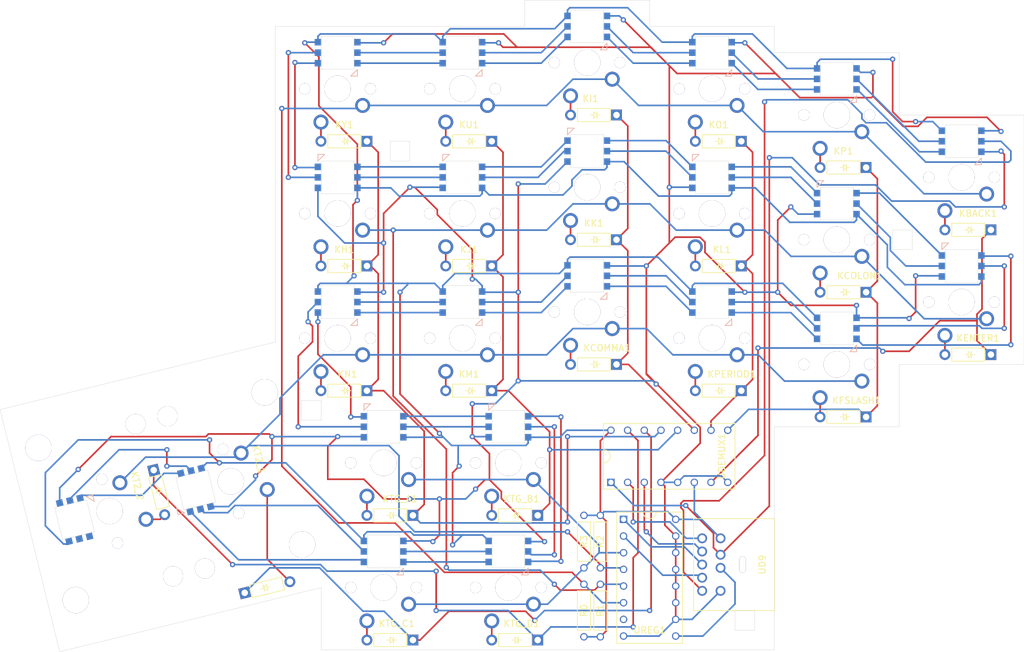
<source format=kicad_pcb>
(kicad_pcb (version 20171130) (host pcbnew "(5.1.10)-1")

  (general
    (thickness 1.6)
    (drawings 128)
    (tracks 763)
    (zones 0)
    (modules 30)
    (nets 92)
  )

  (page A4)
  (layers
    (0 F.Cu signal)
    (31 B.Cu signal)
    (32 B.Adhes user)
    (33 F.Adhes user)
    (34 B.Paste user)
    (35 F.Paste user)
    (36 B.SilkS user)
    (37 F.SilkS user)
    (38 B.Mask user)
    (39 F.Mask user)
    (40 Dwgs.User user)
    (41 Cmts.User user)
    (42 Eco1.User user hide)
    (43 Eco2.User user)
    (44 Edge.Cuts user)
    (45 Margin user)
    (46 B.CrtYd user)
    (47 F.CrtYd user)
    (48 B.Fab user)
    (49 F.Fab user)
  )

  (setup
    (last_trace_width 0.25)
    (trace_clearance 0.2)
    (zone_clearance 0.508)
    (zone_45_only no)
    (trace_min 0.2)
    (via_size 0.8)
    (via_drill 0.4)
    (via_min_size 0.4)
    (via_min_drill 0.3)
    (uvia_size 0.3)
    (uvia_drill 0.1)
    (uvias_allowed no)
    (uvia_min_size 0.2)
    (uvia_min_drill 0.1)
    (edge_width 0.05)
    (segment_width 0.2)
    (pcb_text_width 0.3)
    (pcb_text_size 1.5 1.5)
    (mod_edge_width 0.12)
    (mod_text_size 1 1)
    (mod_text_width 0.15)
    (pad_size 1.524 1.524)
    (pad_drill 0.762)
    (pad_to_mask_clearance 0)
    (aux_axis_origin 0 0)
    (visible_elements 7FFFFFFF)
    (pcbplotparams
      (layerselection 0x010f0_ffffffff)
      (usegerberextensions false)
      (usegerberattributes true)
      (usegerberadvancedattributes true)
      (creategerberjobfile true)
      (excludeedgelayer true)
      (linewidth 0.100000)
      (plotframeref false)
      (viasonmask false)
      (mode 1)
      (useauxorigin false)
      (hpglpennumber 1)
      (hpglpenspeed 20)
      (hpglpendiameter 15.000000)
      (psnegative false)
      (psa4output false)
      (plotreference true)
      (plotvalue true)
      (plotinvisibletext false)
      (padsonsilk false)
      (subtractmaskfromsilk false)
      (outputformat 1)
      (mirror false)
      (drillshape 0)
      (scaleselection 1)
      (outputdirectory ""))
  )

  (net 0 "")
  (net 1 C0)
  (net 2 "Net-(KBACKSPACE1-Pad2)")
  (net 3 R7)
  (net 4 VCC)
  (net 5 "Net-(KBACKSPACE1-Pad6)")
  (net 6 "Net-(KBACKSPACE1-Pad7)")
  (net 7 GND)
  (net 8 CLK_L)
  (net 9 S0_DL)
  (net 10 "Net-(KCOMMA1-Pad10)")
  (net 11 "Net-(KCOMMA1-Pad9)")
  (net 12 "Net-(KCOMMA1-Pad7)")
  (net 13 "Net-(KCOMMA1-Pad6)")
  (net 14 R4)
  (net 15 "Net-(KCOMMA1-Pad2)")
  (net 16 C2)
  (net 17 C1)
  (net 18 "Net-(KENTER1-Pad2)")
  (net 19 "Net-(KENTER1-Pad6)")
  (net 20 "Net-(KENTER1-Pad7)")
  (net 21 "Net-(KENTER1-Pad9)")
  (net 22 "Net-(KENTER1-Pad10)")
  (net 23 "Net-(KFSLASH1-Pad7)")
  (net 24 "Net-(KFSLASH1-Pad6)")
  (net 25 R6)
  (net 26 "Net-(KFSLASH1-Pad2)")
  (net 27 "Net-(KH1-Pad10)")
  (net 28 "Net-(KH1-Pad9)")
  (net 29 "Net-(KH1-Pad7)")
  (net 30 "Net-(KH1-Pad6)")
  (net 31 R2)
  (net 32 "Net-(KH1-Pad2)")
  (net 33 "Net-(KI1-Pad10)")
  (net 34 "Net-(KI1-Pad9)")
  (net 35 "Net-(KI1-Pad7)")
  (net 36 "Net-(KI1-Pad6)")
  (net 37 "Net-(KI1-Pad2)")
  (net 38 "Net-(KJ1-Pad2)")
  (net 39 R3)
  (net 40 "Net-(KJ1-Pad6)")
  (net 41 "Net-(KJ1-Pad7)")
  (net 42 "Net-(KK1-Pad2)")
  (net 43 "Net-(KK1-Pad6)")
  (net 44 "Net-(KK1-Pad7)")
  (net 45 "Net-(KL1-Pad2)")
  (net 46 "Net-(KL1-Pad6)")
  (net 47 "Net-(KL1-Pad7)")
  (net 48 "Net-(KM1-Pad2)")
  (net 49 "Net-(KM1-Pad6)")
  (net 50 "Net-(KM1-Pad7)")
  (net 51 "Net-(KN1-Pad7)")
  (net 52 "Net-(KN1-Pad6)")
  (net 53 "Net-(KN1-Pad2)")
  (net 54 "Net-(KO1-Pad2)")
  (net 55 "Net-(KO1-Pad9)")
  (net 56 "Net-(KO1-Pad10)")
  (net 57 "Net-(KP1-Pad2)")
  (net 58 "Net-(KPERIOD1-Pad2)")
  (net 59 R5)
  (net 60 "Net-(KSEMICOLON1-Pad2)")
  (net 61 "Net-(KT2_1-Pad10)")
  (net 62 "Net-(KT2_1-Pad9)")
  (net 63 "Net-(KT2_1-Pad7)")
  (net 64 "Net-(KT2_1-Pad6)")
  (net 65 R1)
  (net 66 "Net-(KT2_1-Pad2)")
  (net 67 "Net-(KT2_2-Pad7)")
  (net 68 "Net-(KT2_2-Pad6)")
  (net 69 R0)
  (net 70 "Net-(KT2_2-Pad2)")
  (net 71 "Net-(KTG_A1-Pad7)")
  (net 72 "Net-(KTG_A1-Pad6)")
  (net 73 "Net-(KTG_A1-Pad2)")
  (net 74 C3)
  (net 75 "Net-(KTG_B1-Pad7)")
  (net 76 "Net-(KTG_B1-Pad6)")
  (net 77 "Net-(KTG_B1-Pad2)")
  (net 78 "Net-(KTG_C1-Pad2)")
  (net 79 "Net-(KTG_C1-Pad9)")
  (net 80 "Net-(KTG_C1-Pad10)")
  (net 81 "Net-(KTG_D1-Pad2)")
  (net 82 "Net-(KU1-Pad2)")
  (net 83 "Net-(KU1-Pad6)")
  (net 84 "Net-(KU1-Pad7)")
  (net 85 "Net-(KY1-Pad2)")
  (net 86 RX)
  (net 87 CLK_C)
  (net 88 SH_LD)
  (net 89 S2)
  (net 90 S1)
  (net 91 "Net-(UREG1-Pad7)")

  (net_class Default "This is the default net class."
    (clearance 0.2)
    (trace_width 0.25)
    (via_dia 0.8)
    (via_drill 0.4)
    (uvia_dia 0.3)
    (uvia_drill 0.1)
    (add_net C0)
    (add_net C1)
    (add_net C2)
    (add_net C3)
    (add_net CLK_C)
    (add_net CLK_L)
    (add_net GND)
    (add_net "Net-(KBACKSPACE1-Pad2)")
    (add_net "Net-(KBACKSPACE1-Pad6)")
    (add_net "Net-(KBACKSPACE1-Pad7)")
    (add_net "Net-(KCOMMA1-Pad10)")
    (add_net "Net-(KCOMMA1-Pad2)")
    (add_net "Net-(KCOMMA1-Pad6)")
    (add_net "Net-(KCOMMA1-Pad7)")
    (add_net "Net-(KCOMMA1-Pad9)")
    (add_net "Net-(KENTER1-Pad10)")
    (add_net "Net-(KENTER1-Pad2)")
    (add_net "Net-(KENTER1-Pad6)")
    (add_net "Net-(KENTER1-Pad7)")
    (add_net "Net-(KENTER1-Pad9)")
    (add_net "Net-(KFSLASH1-Pad2)")
    (add_net "Net-(KFSLASH1-Pad6)")
    (add_net "Net-(KFSLASH1-Pad7)")
    (add_net "Net-(KH1-Pad10)")
    (add_net "Net-(KH1-Pad2)")
    (add_net "Net-(KH1-Pad6)")
    (add_net "Net-(KH1-Pad7)")
    (add_net "Net-(KH1-Pad9)")
    (add_net "Net-(KI1-Pad10)")
    (add_net "Net-(KI1-Pad2)")
    (add_net "Net-(KI1-Pad6)")
    (add_net "Net-(KI1-Pad7)")
    (add_net "Net-(KI1-Pad9)")
    (add_net "Net-(KJ1-Pad2)")
    (add_net "Net-(KJ1-Pad6)")
    (add_net "Net-(KJ1-Pad7)")
    (add_net "Net-(KK1-Pad2)")
    (add_net "Net-(KK1-Pad6)")
    (add_net "Net-(KK1-Pad7)")
    (add_net "Net-(KL1-Pad2)")
    (add_net "Net-(KL1-Pad6)")
    (add_net "Net-(KL1-Pad7)")
    (add_net "Net-(KM1-Pad2)")
    (add_net "Net-(KM1-Pad6)")
    (add_net "Net-(KM1-Pad7)")
    (add_net "Net-(KN1-Pad2)")
    (add_net "Net-(KN1-Pad6)")
    (add_net "Net-(KN1-Pad7)")
    (add_net "Net-(KO1-Pad10)")
    (add_net "Net-(KO1-Pad2)")
    (add_net "Net-(KO1-Pad9)")
    (add_net "Net-(KP1-Pad2)")
    (add_net "Net-(KPERIOD1-Pad2)")
    (add_net "Net-(KSEMICOLON1-Pad2)")
    (add_net "Net-(KT2_1-Pad10)")
    (add_net "Net-(KT2_1-Pad2)")
    (add_net "Net-(KT2_1-Pad6)")
    (add_net "Net-(KT2_1-Pad7)")
    (add_net "Net-(KT2_1-Pad9)")
    (add_net "Net-(KT2_2-Pad2)")
    (add_net "Net-(KT2_2-Pad6)")
    (add_net "Net-(KT2_2-Pad7)")
    (add_net "Net-(KTG_A1-Pad2)")
    (add_net "Net-(KTG_A1-Pad6)")
    (add_net "Net-(KTG_A1-Pad7)")
    (add_net "Net-(KTG_B1-Pad2)")
    (add_net "Net-(KTG_B1-Pad6)")
    (add_net "Net-(KTG_B1-Pad7)")
    (add_net "Net-(KTG_C1-Pad10)")
    (add_net "Net-(KTG_C1-Pad2)")
    (add_net "Net-(KTG_C1-Pad9)")
    (add_net "Net-(KTG_D1-Pad2)")
    (add_net "Net-(KU1-Pad2)")
    (add_net "Net-(KU1-Pad6)")
    (add_net "Net-(KU1-Pad7)")
    (add_net "Net-(KY1-Pad2)")
    (add_net "Net-(UREG1-Pad7)")
    (add_net R0)
    (add_net R1)
    (add_net R2)
    (add_net R3)
    (add_net R4)
    (add_net R5)
    (add_net R6)
    (add_net R7)
    (add_net RX)
    (add_net S0_DL)
    (add_net S1)
    (add_net S2)
    (add_net SH_LD)
    (add_net VCC)
  )

  (module Mini:Key2LedDiodeR2L (layer F.Cu) (tedit 60DAEAEF) (tstamp 60DA6DFC)
    (at 65.2906 77.8464 103.8)
    (path /60D9B913)
    (fp_text reference KT2_2 (at 2.731288 5.005388 103.8) (layer F.SilkS)
      (effects (font (size 1 1) (thickness 0.15)))
    )
    (fp_text value KeyLedDiode (at 0 -11 103.8) (layer F.Fab) hide
      (effects (font (size 1 1) (thickness 0.15)))
    )
    (fp_line (start 1 8) (end 0.5 8) (layer F.SilkS) (width 0.12))
    (fp_line (start 1.5 8) (end 2 8) (layer F.SilkS) (width 0.12))
    (fp_line (start 1 8.5) (end 1.5 8) (layer F.SilkS) (width 0.12))
    (fp_line (start 1 7.5) (end 1 8.5) (layer F.SilkS) (width 0.12))
    (fp_line (start 1.5 8) (end 1 7.5) (layer F.SilkS) (width 0.12))
    (fp_line (start 1.5 8.5) (end 1.5 8) (layer F.SilkS) (width 0.12))
    (fp_line (start 1.5 7.5) (end 1.5 8.5) (layer F.SilkS) (width 0.12))
    (fp_line (start 3.5 7) (end -1.5 7) (layer F.SilkS) (width 0.12))
    (fp_line (start 2 -1.93) (end 3 -1.93) (layer B.SilkS) (width 0.12))
    (fp_line (start 3 -1.93) (end 3 -2.93) (layer B.SilkS) (width 0.12))
    (fp_line (start 3 -2.93) (end 2 -1.93) (layer B.SilkS) (width 0.12))
    (fp_line (start -7 -7) (end 7 -7) (layer Eco1.User) (width 0.12))
    (fp_line (start 7 -7) (end 7 7) (layer Eco1.User) (width 0.12))
    (fp_line (start 7 7) (end -7 7) (layer Eco1.User) (width 0.12))
    (fp_line (start -7 7) (end -7 -7) (layer Eco1.User) (width 0.12))
    (fp_line (start -1.5 7) (end -1.5 9) (layer F.SilkS) (width 0.12))
    (fp_line (start -1.5 9) (end 3.5 9) (layer F.SilkS) (width 0.12))
    (fp_line (start 3.5 9) (end 3.5 7) (layer F.SilkS) (width 0.12))
    (pad HOLE thru_hole circle (at -11.94 7 103.8) (size 3.05 3.05) (drill 3.05) (layers *.Cu *.Mask))
    (pad HOLE thru_hole circle (at 11.94 7 103.8) (size 3.05 3.05) (drill 3.05) (layers *.Cu *.Mask))
    (pad HOLE thru_hole circle (at -11.94 -8.24 103.8) (size 4 4) (drill 4) (layers *.Cu *.Mask))
    (pad HOLE thru_hole circle (at 11.94 -8.24 103.8) (size 4 4) (drill 4) (layers *.Cu *.Mask))
    (pad HOLE thru_hole circle (at 0 0 103.8) (size 4 4) (drill 4) (layers *.Cu *.Mask))
    (pad POST thru_hole circle (at -5 0 103.8) (size 1.7 1.7) (drill 1.7) (layers *.Cu *.Mask))
    (pad POST thru_hole circle (at 5 0 103.8) (size 1.7 1.7) (drill 1.7) (layers *.Cu *.Mask))
    (pad 1 thru_hole circle (at 3.81 2.54 103.8) (size 2.286 2.286) (drill 1.5) (layers *.Cu *.Mask)
      (net 16 C2))
    (pad 2 thru_hole circle (at -2.54 5.08 103.8) (size 2.286 2.286) (drill 1.5) (layers *.Cu *.Mask)
      (net 70 "Net-(KT2_2-Pad2)"))
    (pad 3 thru_hole circle (at -2.54 8 103.8) (size 1.651 1.651) (drill 0.9906) (layers *.Cu *.Mask)
      (net 70 "Net-(KT2_2-Pad2)"))
    (pad 4 thru_hole rect (at 4.46 8 103.8) (size 1.651 1.651) (drill 0.9906) (layers *.Cu *.Mask)
      (net 69 R0))
    (pad 5 smd rect (at -3 -7.1 103.8) (size 1 1) (layers B.Cu B.Paste B.Mask)
      (net 4 VCC))
    (pad 6 smd rect (at -3 -5.5 103.8) (size 1 1) (layers B.Cu B.Paste B.Mask)
      (net 68 "Net-(KT2_2-Pad6)"))
    (pad 7 smd rect (at -3 -3.9 103.8) (size 1 1) (layers B.Cu B.Paste B.Mask)
      (net 67 "Net-(KT2_2-Pad7)"))
    (pad 8 smd rect (at 3 -7.1 103.8) (size 1 1) (layers B.Cu B.Paste B.Mask)
      (net 7 GND))
    (pad 9 smd rect (at 3 -5.5 103.8) (size 1 1) (layers B.Cu B.Paste B.Mask)
      (net 64 "Net-(KT2_1-Pad6)"))
    (pad 10 smd rect (at 3 -3.9 103.8) (size 1 1) (layers B.Cu B.Paste B.Mask)
      (net 63 "Net-(KT2_1-Pad7)"))
  )

  (module Mini:Key2LedDiodeL2R (layer F.Cu) (tedit 60DAEA70) (tstamp 60DA6DE0)
    (at 83.7422 73.3144 103.8)
    (path /60D9B3F5)
    (fp_text reference KT2_1 (at 2.2031 4.925491 103.8) (layer F.SilkS)
      (effects (font (size 1 1) (thickness 0.15)))
    )
    (fp_text value KeyLedDiode (at 0 -11 103.8) (layer F.Fab) hide
      (effects (font (size 1 1) (thickness 0.15)))
    )
    (fp_line (start -17 1.5) (end -17 2) (layer F.SilkS) (width 0.12))
    (fp_line (start -17 0.5) (end -17 1) (layer F.SilkS) (width 0.12))
    (fp_line (start -16.5 1.5) (end -17 1) (layer F.SilkS) (width 0.12))
    (fp_line (start -17.5 1.5) (end -16.5 1.5) (layer F.SilkS) (width 0.12))
    (fp_line (start -17 1) (end -17.5 1.5) (layer F.SilkS) (width 0.12))
    (fp_line (start -16.5 1) (end -17 1) (layer F.SilkS) (width 0.12))
    (fp_line (start -17.5 1) (end -16.5 1) (layer F.SilkS) (width 0.12))
    (fp_line (start -18 1.5) (end -18 0.5) (layer F.SilkS) (width 0.12))
    (fp_line (start -18 4) (end -18 -1) (layer F.SilkS) (width 0.12))
    (fp_line (start -16 4) (end -18 4) (layer F.SilkS) (width 0.12))
    (fp_line (start -16 -1) (end -16 4) (layer F.SilkS) (width 0.12))
    (fp_line (start -18 -1) (end -16 -1) (layer F.SilkS) (width 0.12))
    (fp_line (start -7 7) (end -7 -7) (layer Eco1.User) (width 0.12))
    (fp_line (start 7 7) (end -7 7) (layer Eco1.User) (width 0.12))
    (fp_line (start 7 -7) (end 7 7) (layer Eco1.User) (width 0.12))
    (fp_line (start -7 -7) (end 7 -7) (layer Eco1.User) (width 0.12))
    (fp_line (start -3 -8) (end -2 -9) (layer B.SilkS) (width 0.12))
    (fp_line (start -3 -9) (end -3 -8) (layer B.SilkS) (width 0.12))
    (fp_line (start -2 -9) (end -3 -9) (layer B.SilkS) (width 0.12))
    (pad HOLE thru_hole circle (at 11.94 8.24 103.8) (size 4 4) (drill 4) (layers *.Cu *.Mask))
    (pad HOLE thru_hole circle (at -11.94 8.24 103.8) (size 4 4) (drill 4) (layers *.Cu *.Mask))
    (pad HOLE thru_hole circle (at -11.94 -7 103.8) (size 3.05 3.05) (drill 3.05) (layers *.Cu *.Mask))
    (pad HOLE thru_hole circle (at 11.94 -7 103.8) (size 3.05 3.05) (drill 3.05) (layers *.Cu *.Mask))
    (pad HOLE thru_hole circle (at 0 0 103.8) (size 4 4) (drill 4) (layers *.Cu *.Mask))
    (pad POST thru_hole circle (at -5 0 103.8) (size 1.7 1.7) (drill 1.7) (layers *.Cu *.Mask))
    (pad POST thru_hole circle (at 5 0 103.8) (size 1.7 1.7) (drill 1.7) (layers *.Cu *.Mask))
    (pad 1 thru_hole circle (at 3.81 2.54 103.8) (size 2.286 2.286) (drill 1.5) (layers *.Cu *.Mask)
      (net 16 C2))
    (pad 2 thru_hole circle (at -2.54 5.08 103.8) (size 2.286 2.286) (drill 1.5) (layers *.Cu *.Mask)
      (net 66 "Net-(KT2_1-Pad2)"))
    (pad 3 thru_hole circle (at -17 5.08 103.8) (size 1.651 1.651) (drill 0.9906) (layers *.Cu *.Mask)
      (net 66 "Net-(KT2_1-Pad2)"))
    (pad 4 thru_hole rect (at -17 -2 103.8) (size 1.651 1.651) (drill 0.9906) (layers *.Cu *.Mask)
      (net 65 R1))
    (pad 5 smd rect (at 3 -3.9 103.8) (size 1 1) (layers B.Cu B.Paste B.Mask)
      (net 4 VCC))
    (pad 6 smd rect (at 3 -5.5 103.8) (size 1 1) (layers B.Cu B.Paste B.Mask)
      (net 64 "Net-(KT2_1-Pad6)"))
    (pad 7 smd rect (at 3 -7.1 103.8) (size 1 1) (layers B.Cu B.Paste B.Mask)
      (net 63 "Net-(KT2_1-Pad7)"))
    (pad 8 smd rect (at -3 -3.9 103.8) (size 1 1) (layers B.Cu B.Paste B.Mask)
      (net 7 GND))
    (pad 9 smd rect (at -3 -5.5 103.8) (size 1 1) (layers B.Cu B.Paste B.Mask)
      (net 62 "Net-(KT2_1-Pad9)"))
    (pad 10 smd rect (at -3 -7.1 103.8) (size 1 1) (layers B.Cu B.Paste B.Mask)
      (net 61 "Net-(KT2_1-Pad10)"))
  )

  (module Mini:KeyLedDiodeR2L (layer F.Cu) (tedit 60DAEB2F) (tstamp 60DA6C74)
    (at 195 27)
    (path /60D969D9)
    (fp_text reference KBACK1 (at 2.5 5.5) (layer F.SilkS)
      (effects (font (size 1 1) (thickness 0.15)))
    )
    (fp_text value KeyLedDiode (at 0 -11) (layer F.Fab) hide
      (effects (font (size 1 1) (thickness 0.15)))
    )
    (fp_line (start 1 8) (end 0.5 8) (layer F.SilkS) (width 0.12))
    (fp_line (start 1.5 8) (end 2 8) (layer F.SilkS) (width 0.12))
    (fp_line (start 1 8.5) (end 1.5 8) (layer F.SilkS) (width 0.12))
    (fp_line (start 1 7.5) (end 1 8.5) (layer F.SilkS) (width 0.12))
    (fp_line (start 1.5 8) (end 1 7.5) (layer F.SilkS) (width 0.12))
    (fp_line (start 1.5 8.5) (end 1.5 8) (layer F.SilkS) (width 0.12))
    (fp_line (start 1.5 7.5) (end 1.5 8.5) (layer F.SilkS) (width 0.12))
    (fp_line (start 2 -1.93) (end 3 -1.93) (layer B.SilkS) (width 0.12))
    (fp_line (start 3 -1.93) (end 3 -2.93) (layer B.SilkS) (width 0.12))
    (fp_line (start 3 -2.93) (end 2 -1.93) (layer B.SilkS) (width 0.12))
    (fp_line (start -7 -7) (end 7 -7) (layer Eco1.User) (width 0.12))
    (fp_line (start 7 -7) (end 7 7) (layer Eco1.User) (width 0.12))
    (fp_line (start 7 7) (end -7 7) (layer Eco1.User) (width 0.12))
    (fp_line (start -7 7) (end -7 -7) (layer Eco1.User) (width 0.12))
    (fp_line (start -1.5 7) (end -1.5 9) (layer F.SilkS) (width 0.12))
    (fp_line (start -1.5 9) (end 3.5 9) (layer F.SilkS) (width 0.12))
    (fp_line (start 3.5 9) (end 3.5 7) (layer F.SilkS) (width 0.12))
    (fp_line (start 3.5 7) (end -1.5 7) (layer F.SilkS) (width 0.12))
    (pad HOLE thru_hole circle (at 0 0) (size 4 4) (drill 4) (layers *.Cu *.Mask))
    (pad POST thru_hole circle (at -5 0) (size 1.7 1.7) (drill 1.7) (layers *.Cu *.Mask))
    (pad POST thru_hole circle (at 5 0) (size 1.7 1.7) (drill 1.7) (layers *.Cu *.Mask))
    (pad 1 thru_hole circle (at 3.81 2.54) (size 2.286 2.286) (drill 1.5) (layers *.Cu *.Mask)
      (net 1 C0))
    (pad 2 thru_hole circle (at -2.54 5.08) (size 2.286 2.286) (drill 1.5) (layers *.Cu *.Mask)
      (net 2 "Net-(KBACKSPACE1-Pad2)"))
    (pad 3 thru_hole circle (at -2.54 8) (size 1.651 1.651) (drill 0.9906) (layers *.Cu *.Mask)
      (net 2 "Net-(KBACKSPACE1-Pad2)"))
    (pad 4 thru_hole rect (at 4.46 8) (size 1.651 1.651) (drill 0.9906) (layers *.Cu *.Mask)
      (net 3 R7))
    (pad 5 smd rect (at -3 -7.1) (size 1 1) (layers B.Cu B.Paste B.Mask)
      (net 4 VCC))
    (pad 6 smd rect (at -3 -5.5) (size 1 1) (layers B.Cu B.Paste B.Mask)
      (net 5 "Net-(KBACKSPACE1-Pad6)"))
    (pad 7 smd rect (at -3 -3.9) (size 1 1) (layers B.Cu B.Paste B.Mask)
      (net 6 "Net-(KBACKSPACE1-Pad7)"))
    (pad 8 smd rect (at 3 -7.1) (size 1 1) (layers B.Cu B.Paste B.Mask)
      (net 7 GND))
    (pad 9 smd rect (at 3 -5.5) (size 1 1) (layers B.Cu B.Paste B.Mask)
      (net 8 CLK_L))
    (pad 10 smd rect (at 3 -3.9) (size 1 1) (layers B.Cu B.Paste B.Mask)
      (net 9 S0_DL))
  )

  (module Mini:KeyLedDiodeR2L (layer F.Cu) (tedit 60DAEB2F) (tstamp 60DA6C8C)
    (at 138 47.5)
    (path /60D99623)
    (fp_text reference KCOMMA1 (at 3 5.5) (layer F.SilkS)
      (effects (font (size 1 1) (thickness 0.15)))
    )
    (fp_text value KeyLedDiode (at 0 -11) (layer F.Fab) hide
      (effects (font (size 1 1) (thickness 0.15)))
    )
    (fp_line (start 1 8) (end 0.5 8) (layer F.SilkS) (width 0.12))
    (fp_line (start 1.5 8) (end 2 8) (layer F.SilkS) (width 0.12))
    (fp_line (start 1 8.5) (end 1.5 8) (layer F.SilkS) (width 0.12))
    (fp_line (start 1 7.5) (end 1 8.5) (layer F.SilkS) (width 0.12))
    (fp_line (start 1.5 8) (end 1 7.5) (layer F.SilkS) (width 0.12))
    (fp_line (start 1.5 8.5) (end 1.5 8) (layer F.SilkS) (width 0.12))
    (fp_line (start 1.5 7.5) (end 1.5 8.5) (layer F.SilkS) (width 0.12))
    (fp_line (start 2 -1.93) (end 3 -1.93) (layer B.SilkS) (width 0.12))
    (fp_line (start 3 -1.93) (end 3 -2.93) (layer B.SilkS) (width 0.12))
    (fp_line (start 3 -2.93) (end 2 -1.93) (layer B.SilkS) (width 0.12))
    (fp_line (start -7 -7) (end 7 -7) (layer Eco1.User) (width 0.12))
    (fp_line (start 7 -7) (end 7 7) (layer Eco1.User) (width 0.12))
    (fp_line (start 7 7) (end -7 7) (layer Eco1.User) (width 0.12))
    (fp_line (start -7 7) (end -7 -7) (layer Eco1.User) (width 0.12))
    (fp_line (start -1.5 7) (end -1.5 9) (layer F.SilkS) (width 0.12))
    (fp_line (start -1.5 9) (end 3.5 9) (layer F.SilkS) (width 0.12))
    (fp_line (start 3.5 9) (end 3.5 7) (layer F.SilkS) (width 0.12))
    (fp_line (start 3.5 7) (end -1.5 7) (layer F.SilkS) (width 0.12))
    (pad HOLE thru_hole circle (at 0 0) (size 4 4) (drill 4) (layers *.Cu *.Mask))
    (pad POST thru_hole circle (at -5 0) (size 1.7 1.7) (drill 1.7) (layers *.Cu *.Mask))
    (pad POST thru_hole circle (at 5 0) (size 1.7 1.7) (drill 1.7) (layers *.Cu *.Mask))
    (pad 1 thru_hole circle (at 3.81 2.54) (size 2.286 2.286) (drill 1.5) (layers *.Cu *.Mask)
      (net 16 C2))
    (pad 2 thru_hole circle (at -2.54 5.08) (size 2.286 2.286) (drill 1.5) (layers *.Cu *.Mask)
      (net 15 "Net-(KCOMMA1-Pad2)"))
    (pad 3 thru_hole circle (at -2.54 8) (size 1.651 1.651) (drill 0.9906) (layers *.Cu *.Mask)
      (net 15 "Net-(KCOMMA1-Pad2)"))
    (pad 4 thru_hole rect (at 4.46 8) (size 1.651 1.651) (drill 0.9906) (layers *.Cu *.Mask)
      (net 14 R4))
    (pad 5 smd rect (at -3 -7.1) (size 1 1) (layers B.Cu B.Paste B.Mask)
      (net 4 VCC))
    (pad 6 smd rect (at -3 -5.5) (size 1 1) (layers B.Cu B.Paste B.Mask)
      (net 13 "Net-(KCOMMA1-Pad6)"))
    (pad 7 smd rect (at -3 -3.9) (size 1 1) (layers B.Cu B.Paste B.Mask)
      (net 12 "Net-(KCOMMA1-Pad7)"))
    (pad 8 smd rect (at 3 -7.1) (size 1 1) (layers B.Cu B.Paste B.Mask)
      (net 7 GND))
    (pad 9 smd rect (at 3 -5.5) (size 1 1) (layers B.Cu B.Paste B.Mask)
      (net 11 "Net-(KCOMMA1-Pad9)"))
    (pad 10 smd rect (at 3 -3.9) (size 1 1) (layers B.Cu B.Paste B.Mask)
      (net 10 "Net-(KCOMMA1-Pad10)"))
  )

  (module Mini:KeyLedDiodeL2R (layer F.Cu) (tedit 60DAEB1E) (tstamp 60DA6CA4)
    (at 195 46)
    (path /60D96F98)
    (fp_text reference KENTER1 (at 2.5 5.5) (layer F.SilkS)
      (effects (font (size 1 1) (thickness 0.15)))
    )
    (fp_text value KeyLedDiode (at 0 -11) (layer F.Fab) hide
      (effects (font (size 1 1) (thickness 0.15)))
    )
    (fp_line (start 1 8) (end 0.5 8) (layer F.SilkS) (width 0.12))
    (fp_line (start 1.5 8) (end 2 8) (layer F.SilkS) (width 0.12))
    (fp_line (start 1 8.5) (end 1.5 8) (layer F.SilkS) (width 0.12))
    (fp_line (start 1 7.5) (end 1 8.5) (layer F.SilkS) (width 0.12))
    (fp_line (start 1.5 8) (end 1 7.5) (layer F.SilkS) (width 0.12))
    (fp_line (start 1.5 8.5) (end 1.5 8) (layer F.SilkS) (width 0.12))
    (fp_line (start 1.5 7.5) (end 1.5 8.5) (layer F.SilkS) (width 0.12))
    (fp_line (start -7 7) (end -7 -7) (layer Eco1.User) (width 0.12))
    (fp_line (start 7 7) (end -7 7) (layer Eco1.User) (width 0.12))
    (fp_line (start 7 -7) (end 7 7) (layer Eco1.User) (width 0.12))
    (fp_line (start -7 -7) (end 7 -7) (layer Eco1.User) (width 0.12))
    (fp_line (start -3 -8) (end -2 -9) (layer B.SilkS) (width 0.12))
    (fp_line (start -3 -9) (end -3 -8) (layer B.SilkS) (width 0.12))
    (fp_line (start -2 -9) (end -3 -9) (layer B.SilkS) (width 0.12))
    (fp_line (start -1.5 7) (end -1.5 9) (layer F.SilkS) (width 0.12))
    (fp_line (start -1.5 9) (end 3.5 9) (layer F.SilkS) (width 0.12))
    (fp_line (start 3.5 9) (end 3.5 7) (layer F.SilkS) (width 0.12))
    (fp_line (start 3.5 7) (end -1.5 7) (layer F.SilkS) (width 0.12))
    (pad HOLE thru_hole circle (at 0 0) (size 4 4) (drill 4) (layers *.Cu *.Mask))
    (pad POST thru_hole circle (at -5 0) (size 1.7 1.7) (drill 1.7) (layers *.Cu *.Mask))
    (pad POST thru_hole circle (at 5 0) (size 1.7 1.7) (drill 1.7) (layers *.Cu *.Mask))
    (pad 1 thru_hole circle (at 3.81 2.54) (size 2.286 2.286) (drill 1.5) (layers *.Cu *.Mask)
      (net 17 C1))
    (pad 2 thru_hole circle (at -2.54 5.08) (size 2.286 2.286) (drill 1.5) (layers *.Cu *.Mask)
      (net 18 "Net-(KENTER1-Pad2)"))
    (pad 3 thru_hole circle (at -2.54 8) (size 1.651 1.651) (drill 0.9906) (layers *.Cu *.Mask)
      (net 18 "Net-(KENTER1-Pad2)"))
    (pad 4 thru_hole rect (at 4.46 8) (size 1.651 1.651) (drill 0.9906) (layers *.Cu *.Mask)
      (net 3 R7))
    (pad 5 smd rect (at 3 -3.9) (size 1 1) (layers B.Cu B.Paste B.Mask)
      (net 4 VCC))
    (pad 6 smd rect (at 3 -5.5) (size 1 1) (layers B.Cu B.Paste B.Mask)
      (net 19 "Net-(KENTER1-Pad6)"))
    (pad 7 smd rect (at 3 -7.1) (size 1 1) (layers B.Cu B.Paste B.Mask)
      (net 20 "Net-(KENTER1-Pad7)"))
    (pad 8 smd rect (at -3 -3.9) (size 1 1) (layers B.Cu B.Paste B.Mask)
      (net 7 GND))
    (pad 9 smd rect (at -3 -5.5) (size 1 1) (layers B.Cu B.Paste B.Mask)
      (net 21 "Net-(KENTER1-Pad9)"))
    (pad 10 smd rect (at -3 -7.1) (size 1 1) (layers B.Cu B.Paste B.Mask)
      (net 22 "Net-(KENTER1-Pad10)"))
  )

  (module Mini:KeyLedDiodeR2L (layer F.Cu) (tedit 60DAEB2F) (tstamp 60DA6CBC)
    (at 176 55.5)
    (path /60D9ACED)
    (fp_text reference KFSLASH1 (at 3 5.5) (layer F.SilkS)
      (effects (font (size 1 1) (thickness 0.15)))
    )
    (fp_text value KeyLedDiode (at 0 -11) (layer F.Fab) hide
      (effects (font (size 1 1) (thickness 0.15)))
    )
    (fp_line (start 1 8) (end 0.5 8) (layer F.SilkS) (width 0.12))
    (fp_line (start 1.5 8) (end 2 8) (layer F.SilkS) (width 0.12))
    (fp_line (start 1 8.5) (end 1.5 8) (layer F.SilkS) (width 0.12))
    (fp_line (start 1 7.5) (end 1 8.5) (layer F.SilkS) (width 0.12))
    (fp_line (start 1.5 8) (end 1 7.5) (layer F.SilkS) (width 0.12))
    (fp_line (start 1.5 8.5) (end 1.5 8) (layer F.SilkS) (width 0.12))
    (fp_line (start 1.5 7.5) (end 1.5 8.5) (layer F.SilkS) (width 0.12))
    (fp_line (start 2 -1.93) (end 3 -1.93) (layer B.SilkS) (width 0.12))
    (fp_line (start 3 -1.93) (end 3 -2.93) (layer B.SilkS) (width 0.12))
    (fp_line (start 3 -2.93) (end 2 -1.93) (layer B.SilkS) (width 0.12))
    (fp_line (start -7 -7) (end 7 -7) (layer Eco1.User) (width 0.12))
    (fp_line (start 7 -7) (end 7 7) (layer Eco1.User) (width 0.12))
    (fp_line (start 7 7) (end -7 7) (layer Eco1.User) (width 0.12))
    (fp_line (start -7 7) (end -7 -7) (layer Eco1.User) (width 0.12))
    (fp_line (start -1.5 7) (end -1.5 9) (layer F.SilkS) (width 0.12))
    (fp_line (start -1.5 9) (end 3.5 9) (layer F.SilkS) (width 0.12))
    (fp_line (start 3.5 9) (end 3.5 7) (layer F.SilkS) (width 0.12))
    (fp_line (start 3.5 7) (end -1.5 7) (layer F.SilkS) (width 0.12))
    (pad HOLE thru_hole circle (at 0 0) (size 4 4) (drill 4) (layers *.Cu *.Mask))
    (pad POST thru_hole circle (at -5 0) (size 1.7 1.7) (drill 1.7) (layers *.Cu *.Mask))
    (pad POST thru_hole circle (at 5 0) (size 1.7 1.7) (drill 1.7) (layers *.Cu *.Mask))
    (pad 1 thru_hole circle (at 3.81 2.54) (size 2.286 2.286) (drill 1.5) (layers *.Cu *.Mask)
      (net 16 C2))
    (pad 2 thru_hole circle (at -2.54 5.08) (size 2.286 2.286) (drill 1.5) (layers *.Cu *.Mask)
      (net 26 "Net-(KFSLASH1-Pad2)"))
    (pad 3 thru_hole circle (at -2.54 8) (size 1.651 1.651) (drill 0.9906) (layers *.Cu *.Mask)
      (net 26 "Net-(KFSLASH1-Pad2)"))
    (pad 4 thru_hole rect (at 4.46 8) (size 1.651 1.651) (drill 0.9906) (layers *.Cu *.Mask)
      (net 25 R6))
    (pad 5 smd rect (at -3 -7.1) (size 1 1) (layers B.Cu B.Paste B.Mask)
      (net 4 VCC))
    (pad 6 smd rect (at -3 -5.5) (size 1 1) (layers B.Cu B.Paste B.Mask)
      (net 24 "Net-(KFSLASH1-Pad6)"))
    (pad 7 smd rect (at -3 -3.9) (size 1 1) (layers B.Cu B.Paste B.Mask)
      (net 23 "Net-(KFSLASH1-Pad7)"))
    (pad 8 smd rect (at 3 -7.1) (size 1 1) (layers B.Cu B.Paste B.Mask)
      (net 7 GND))
    (pad 9 smd rect (at 3 -5.5) (size 1 1) (layers B.Cu B.Paste B.Mask)
      (net 19 "Net-(KENTER1-Pad6)"))
    (pad 10 smd rect (at 3 -3.9) (size 1 1) (layers B.Cu B.Paste B.Mask)
      (net 20 "Net-(KENTER1-Pad7)"))
  )

  (module Mini:KeyLedDiodeL2R (layer F.Cu) (tedit 60DAEB1E) (tstamp 60DA6CD4)
    (at 100 32.5)
    (path /60D9766D)
    (fp_text reference KH1 (at 1 5.5) (layer F.SilkS)
      (effects (font (size 1 1) (thickness 0.15)))
    )
    (fp_text value KeyLedDiode (at 0 -11) (layer F.Fab) hide
      (effects (font (size 1 1) (thickness 0.15)))
    )
    (fp_line (start 1 8) (end 0.5 8) (layer F.SilkS) (width 0.12))
    (fp_line (start 1.5 8) (end 2 8) (layer F.SilkS) (width 0.12))
    (fp_line (start 1 8.5) (end 1.5 8) (layer F.SilkS) (width 0.12))
    (fp_line (start 1 7.5) (end 1 8.5) (layer F.SilkS) (width 0.12))
    (fp_line (start 1.5 8) (end 1 7.5) (layer F.SilkS) (width 0.12))
    (fp_line (start 1.5 8.5) (end 1.5 8) (layer F.SilkS) (width 0.12))
    (fp_line (start 1.5 7.5) (end 1.5 8.5) (layer F.SilkS) (width 0.12))
    (fp_line (start -7 7) (end -7 -7) (layer Eco1.User) (width 0.12))
    (fp_line (start 7 7) (end -7 7) (layer Eco1.User) (width 0.12))
    (fp_line (start 7 -7) (end 7 7) (layer Eco1.User) (width 0.12))
    (fp_line (start -7 -7) (end 7 -7) (layer Eco1.User) (width 0.12))
    (fp_line (start -3 -8) (end -2 -9) (layer B.SilkS) (width 0.12))
    (fp_line (start -3 -9) (end -3 -8) (layer B.SilkS) (width 0.12))
    (fp_line (start -2 -9) (end -3 -9) (layer B.SilkS) (width 0.12))
    (fp_line (start -1.5 7) (end -1.5 9) (layer F.SilkS) (width 0.12))
    (fp_line (start -1.5 9) (end 3.5 9) (layer F.SilkS) (width 0.12))
    (fp_line (start 3.5 9) (end 3.5 7) (layer F.SilkS) (width 0.12))
    (fp_line (start 3.5 7) (end -1.5 7) (layer F.SilkS) (width 0.12))
    (pad HOLE thru_hole circle (at 0 0) (size 4 4) (drill 4) (layers *.Cu *.Mask))
    (pad POST thru_hole circle (at -5 0) (size 1.7 1.7) (drill 1.7) (layers *.Cu *.Mask))
    (pad POST thru_hole circle (at 5 0) (size 1.7 1.7) (drill 1.7) (layers *.Cu *.Mask))
    (pad 1 thru_hole circle (at 3.81 2.54) (size 2.286 2.286) (drill 1.5) (layers *.Cu *.Mask)
      (net 17 C1))
    (pad 2 thru_hole circle (at -2.54 5.08) (size 2.286 2.286) (drill 1.5) (layers *.Cu *.Mask)
      (net 32 "Net-(KH1-Pad2)"))
    (pad 3 thru_hole circle (at -2.54 8) (size 1.651 1.651) (drill 0.9906) (layers *.Cu *.Mask)
      (net 32 "Net-(KH1-Pad2)"))
    (pad 4 thru_hole rect (at 4.46 8) (size 1.651 1.651) (drill 0.9906) (layers *.Cu *.Mask)
      (net 31 R2))
    (pad 5 smd rect (at 3 -3.9) (size 1 1) (layers B.Cu B.Paste B.Mask)
      (net 4 VCC))
    (pad 6 smd rect (at 3 -5.5) (size 1 1) (layers B.Cu B.Paste B.Mask)
      (net 30 "Net-(KH1-Pad6)"))
    (pad 7 smd rect (at 3 -7.1) (size 1 1) (layers B.Cu B.Paste B.Mask)
      (net 29 "Net-(KH1-Pad7)"))
    (pad 8 smd rect (at -3 -3.9) (size 1 1) (layers B.Cu B.Paste B.Mask)
      (net 7 GND))
    (pad 9 smd rect (at -3 -5.5) (size 1 1) (layers B.Cu B.Paste B.Mask)
      (net 28 "Net-(KH1-Pad9)"))
    (pad 10 smd rect (at -3 -7.1) (size 1 1) (layers B.Cu B.Paste B.Mask)
      (net 27 "Net-(KH1-Pad10)"))
  )

  (module Mini:KeyLedDiodeR2L (layer F.Cu) (tedit 60DAEB2F) (tstamp 60DA6CEC)
    (at 138 9.5)
    (path /60D95C9B)
    (fp_text reference KI1 (at 0.5 5.5) (layer F.SilkS)
      (effects (font (size 1 1) (thickness 0.15)))
    )
    (fp_text value KeyLedDiode (at 0 -11) (layer F.Fab) hide
      (effects (font (size 1 1) (thickness 0.15)))
    )
    (fp_line (start 1 8) (end 0.5 8) (layer F.SilkS) (width 0.12))
    (fp_line (start 1.5 8) (end 2 8) (layer F.SilkS) (width 0.12))
    (fp_line (start 1 8.5) (end 1.5 8) (layer F.SilkS) (width 0.12))
    (fp_line (start 1 7.5) (end 1 8.5) (layer F.SilkS) (width 0.12))
    (fp_line (start 1.5 8) (end 1 7.5) (layer F.SilkS) (width 0.12))
    (fp_line (start 1.5 8.5) (end 1.5 8) (layer F.SilkS) (width 0.12))
    (fp_line (start 1.5 7.5) (end 1.5 8.5) (layer F.SilkS) (width 0.12))
    (fp_line (start 2 -1.93) (end 3 -1.93) (layer B.SilkS) (width 0.12))
    (fp_line (start 3 -1.93) (end 3 -2.93) (layer B.SilkS) (width 0.12))
    (fp_line (start 3 -2.93) (end 2 -1.93) (layer B.SilkS) (width 0.12))
    (fp_line (start -7 -7) (end 7 -7) (layer Eco1.User) (width 0.12))
    (fp_line (start 7 -7) (end 7 7) (layer Eco1.User) (width 0.12))
    (fp_line (start 7 7) (end -7 7) (layer Eco1.User) (width 0.12))
    (fp_line (start -7 7) (end -7 -7) (layer Eco1.User) (width 0.12))
    (fp_line (start -1.5 7) (end -1.5 9) (layer F.SilkS) (width 0.12))
    (fp_line (start -1.5 9) (end 3.5 9) (layer F.SilkS) (width 0.12))
    (fp_line (start 3.5 9) (end 3.5 7) (layer F.SilkS) (width 0.12))
    (fp_line (start 3.5 7) (end -1.5 7) (layer F.SilkS) (width 0.12))
    (pad HOLE thru_hole circle (at 0 0) (size 4 4) (drill 4) (layers *.Cu *.Mask))
    (pad POST thru_hole circle (at -5 0) (size 1.7 1.7) (drill 1.7) (layers *.Cu *.Mask))
    (pad POST thru_hole circle (at 5 0) (size 1.7 1.7) (drill 1.7) (layers *.Cu *.Mask))
    (pad 1 thru_hole circle (at 3.81 2.54) (size 2.286 2.286) (drill 1.5) (layers *.Cu *.Mask)
      (net 1 C0))
    (pad 2 thru_hole circle (at -2.54 5.08) (size 2.286 2.286) (drill 1.5) (layers *.Cu *.Mask)
      (net 37 "Net-(KI1-Pad2)"))
    (pad 3 thru_hole circle (at -2.54 8) (size 1.651 1.651) (drill 0.9906) (layers *.Cu *.Mask)
      (net 37 "Net-(KI1-Pad2)"))
    (pad 4 thru_hole rect (at 4.46 8) (size 1.651 1.651) (drill 0.9906) (layers *.Cu *.Mask)
      (net 14 R4))
    (pad 5 smd rect (at -3 -7.1) (size 1 1) (layers B.Cu B.Paste B.Mask)
      (net 4 VCC))
    (pad 6 smd rect (at -3 -5.5) (size 1 1) (layers B.Cu B.Paste B.Mask)
      (net 36 "Net-(KI1-Pad6)"))
    (pad 7 smd rect (at -3 -3.9) (size 1 1) (layers B.Cu B.Paste B.Mask)
      (net 35 "Net-(KI1-Pad7)"))
    (pad 8 smd rect (at 3 -7.1) (size 1 1) (layers B.Cu B.Paste B.Mask)
      (net 7 GND))
    (pad 9 smd rect (at 3 -5.5) (size 1 1) (layers B.Cu B.Paste B.Mask)
      (net 34 "Net-(KI1-Pad9)"))
    (pad 10 smd rect (at 3 -3.9) (size 1 1) (layers B.Cu B.Paste B.Mask)
      (net 33 "Net-(KI1-Pad10)"))
  )

  (module Mini:KeyLedDiodeL2R (layer F.Cu) (tedit 60DAEB1E) (tstamp 60DA6D04)
    (at 119 32.5)
    (path /60D9856D)
    (fp_text reference KJ1 (at 1 5.5) (layer F.SilkS)
      (effects (font (size 1 1) (thickness 0.15)))
    )
    (fp_text value KeyLedDiode (at 0 -11) (layer F.Fab) hide
      (effects (font (size 1 1) (thickness 0.15)))
    )
    (fp_line (start 1 8) (end 0.5 8) (layer F.SilkS) (width 0.12))
    (fp_line (start 1.5 8) (end 2 8) (layer F.SilkS) (width 0.12))
    (fp_line (start 1 8.5) (end 1.5 8) (layer F.SilkS) (width 0.12))
    (fp_line (start 1 7.5) (end 1 8.5) (layer F.SilkS) (width 0.12))
    (fp_line (start 1.5 8) (end 1 7.5) (layer F.SilkS) (width 0.12))
    (fp_line (start 1.5 8.5) (end 1.5 8) (layer F.SilkS) (width 0.12))
    (fp_line (start 1.5 7.5) (end 1.5 8.5) (layer F.SilkS) (width 0.12))
    (fp_line (start -7 7) (end -7 -7) (layer Eco1.User) (width 0.12))
    (fp_line (start 7 7) (end -7 7) (layer Eco1.User) (width 0.12))
    (fp_line (start 7 -7) (end 7 7) (layer Eco1.User) (width 0.12))
    (fp_line (start -7 -7) (end 7 -7) (layer Eco1.User) (width 0.12))
    (fp_line (start -3 -8) (end -2 -9) (layer B.SilkS) (width 0.12))
    (fp_line (start -3 -9) (end -3 -8) (layer B.SilkS) (width 0.12))
    (fp_line (start -2 -9) (end -3 -9) (layer B.SilkS) (width 0.12))
    (fp_line (start -1.5 7) (end -1.5 9) (layer F.SilkS) (width 0.12))
    (fp_line (start -1.5 9) (end 3.5 9) (layer F.SilkS) (width 0.12))
    (fp_line (start 3.5 9) (end 3.5 7) (layer F.SilkS) (width 0.12))
    (fp_line (start 3.5 7) (end -1.5 7) (layer F.SilkS) (width 0.12))
    (pad HOLE thru_hole circle (at 0 0) (size 4 4) (drill 4) (layers *.Cu *.Mask))
    (pad POST thru_hole circle (at -5 0) (size 1.7 1.7) (drill 1.7) (layers *.Cu *.Mask))
    (pad POST thru_hole circle (at 5 0) (size 1.7 1.7) (drill 1.7) (layers *.Cu *.Mask))
    (pad 1 thru_hole circle (at 3.81 2.54) (size 2.286 2.286) (drill 1.5) (layers *.Cu *.Mask)
      (net 17 C1))
    (pad 2 thru_hole circle (at -2.54 5.08) (size 2.286 2.286) (drill 1.5) (layers *.Cu *.Mask)
      (net 38 "Net-(KJ1-Pad2)"))
    (pad 3 thru_hole circle (at -2.54 8) (size 1.651 1.651) (drill 0.9906) (layers *.Cu *.Mask)
      (net 38 "Net-(KJ1-Pad2)"))
    (pad 4 thru_hole rect (at 4.46 8) (size 1.651 1.651) (drill 0.9906) (layers *.Cu *.Mask)
      (net 39 R3))
    (pad 5 smd rect (at 3 -3.9) (size 1 1) (layers B.Cu B.Paste B.Mask)
      (net 4 VCC))
    (pad 6 smd rect (at 3 -5.5) (size 1 1) (layers B.Cu B.Paste B.Mask)
      (net 40 "Net-(KJ1-Pad6)"))
    (pad 7 smd rect (at 3 -7.1) (size 1 1) (layers B.Cu B.Paste B.Mask)
      (net 41 "Net-(KJ1-Pad7)"))
    (pad 8 smd rect (at -3 -3.9) (size 1 1) (layers B.Cu B.Paste B.Mask)
      (net 7 GND))
    (pad 9 smd rect (at -3 -5.5) (size 1 1) (layers B.Cu B.Paste B.Mask)
      (net 30 "Net-(KH1-Pad6)"))
    (pad 10 smd rect (at -3 -7.1) (size 1 1) (layers B.Cu B.Paste B.Mask)
      (net 29 "Net-(KH1-Pad7)"))
  )

  (module Mini:KeyLedDiodeL2R (layer F.Cu) (tedit 60DAEB1E) (tstamp 60DA6D1C)
    (at 138 28.5)
    (path /60D990DD)
    (fp_text reference KK1 (at 1 5.5) (layer F.SilkS)
      (effects (font (size 1 1) (thickness 0.15)))
    )
    (fp_text value KeyLedDiode (at 0 -11) (layer F.Fab) hide
      (effects (font (size 1 1) (thickness 0.15)))
    )
    (fp_line (start 1 8) (end 0.5 8) (layer F.SilkS) (width 0.12))
    (fp_line (start 1.5 8) (end 2 8) (layer F.SilkS) (width 0.12))
    (fp_line (start 1 8.5) (end 1.5 8) (layer F.SilkS) (width 0.12))
    (fp_line (start 1 7.5) (end 1 8.5) (layer F.SilkS) (width 0.12))
    (fp_line (start 1.5 8) (end 1 7.5) (layer F.SilkS) (width 0.12))
    (fp_line (start 1.5 8.5) (end 1.5 8) (layer F.SilkS) (width 0.12))
    (fp_line (start 1.5 7.5) (end 1.5 8.5) (layer F.SilkS) (width 0.12))
    (fp_line (start -7 7) (end -7 -7) (layer Eco1.User) (width 0.12))
    (fp_line (start 7 7) (end -7 7) (layer Eco1.User) (width 0.12))
    (fp_line (start 7 -7) (end 7 7) (layer Eco1.User) (width 0.12))
    (fp_line (start -7 -7) (end 7 -7) (layer Eco1.User) (width 0.12))
    (fp_line (start -3 -8) (end -2 -9) (layer B.SilkS) (width 0.12))
    (fp_line (start -3 -9) (end -3 -8) (layer B.SilkS) (width 0.12))
    (fp_line (start -2 -9) (end -3 -9) (layer B.SilkS) (width 0.12))
    (fp_line (start -1.5 7) (end -1.5 9) (layer F.SilkS) (width 0.12))
    (fp_line (start -1.5 9) (end 3.5 9) (layer F.SilkS) (width 0.12))
    (fp_line (start 3.5 9) (end 3.5 7) (layer F.SilkS) (width 0.12))
    (fp_line (start 3.5 7) (end -1.5 7) (layer F.SilkS) (width 0.12))
    (pad HOLE thru_hole circle (at 0 0) (size 4 4) (drill 4) (layers *.Cu *.Mask))
    (pad POST thru_hole circle (at -5 0) (size 1.7 1.7) (drill 1.7) (layers *.Cu *.Mask))
    (pad POST thru_hole circle (at 5 0) (size 1.7 1.7) (drill 1.7) (layers *.Cu *.Mask))
    (pad 1 thru_hole circle (at 3.81 2.54) (size 2.286 2.286) (drill 1.5) (layers *.Cu *.Mask)
      (net 17 C1))
    (pad 2 thru_hole circle (at -2.54 5.08) (size 2.286 2.286) (drill 1.5) (layers *.Cu *.Mask)
      (net 42 "Net-(KK1-Pad2)"))
    (pad 3 thru_hole circle (at -2.54 8) (size 1.651 1.651) (drill 0.9906) (layers *.Cu *.Mask)
      (net 42 "Net-(KK1-Pad2)"))
    (pad 4 thru_hole rect (at 4.46 8) (size 1.651 1.651) (drill 0.9906) (layers *.Cu *.Mask)
      (net 14 R4))
    (pad 5 smd rect (at 3 -3.9) (size 1 1) (layers B.Cu B.Paste B.Mask)
      (net 4 VCC))
    (pad 6 smd rect (at 3 -5.5) (size 1 1) (layers B.Cu B.Paste B.Mask)
      (net 43 "Net-(KK1-Pad6)"))
    (pad 7 smd rect (at 3 -7.1) (size 1 1) (layers B.Cu B.Paste B.Mask)
      (net 44 "Net-(KK1-Pad7)"))
    (pad 8 smd rect (at -3 -3.9) (size 1 1) (layers B.Cu B.Paste B.Mask)
      (net 7 GND))
    (pad 9 smd rect (at -3 -5.5) (size 1 1) (layers B.Cu B.Paste B.Mask)
      (net 40 "Net-(KJ1-Pad6)"))
    (pad 10 smd rect (at -3 -7.1) (size 1 1) (layers B.Cu B.Paste B.Mask)
      (net 41 "Net-(KJ1-Pad7)"))
  )

  (module Mini:KeyLedDiodeL2R (layer F.Cu) (tedit 60DAEB1E) (tstamp 60DA6D34)
    (at 157 32.5)
    (path /60D99ACE)
    (fp_text reference KL1 (at 1.5 5.5) (layer F.SilkS)
      (effects (font (size 1 1) (thickness 0.15)))
    )
    (fp_text value KeyLedDiode (at 0 -11) (layer F.Fab) hide
      (effects (font (size 1 1) (thickness 0.15)))
    )
    (fp_line (start 1 8) (end 0.5 8) (layer F.SilkS) (width 0.12))
    (fp_line (start 1.5 8) (end 2 8) (layer F.SilkS) (width 0.12))
    (fp_line (start 1 8.5) (end 1.5 8) (layer F.SilkS) (width 0.12))
    (fp_line (start 1 7.5) (end 1 8.5) (layer F.SilkS) (width 0.12))
    (fp_line (start 1.5 8) (end 1 7.5) (layer F.SilkS) (width 0.12))
    (fp_line (start 1.5 8.5) (end 1.5 8) (layer F.SilkS) (width 0.12))
    (fp_line (start 1.5 7.5) (end 1.5 8.5) (layer F.SilkS) (width 0.12))
    (fp_line (start -7 7) (end -7 -7) (layer Eco1.User) (width 0.12))
    (fp_line (start 7 7) (end -7 7) (layer Eco1.User) (width 0.12))
    (fp_line (start 7 -7) (end 7 7) (layer Eco1.User) (width 0.12))
    (fp_line (start -7 -7) (end 7 -7) (layer Eco1.User) (width 0.12))
    (fp_line (start -3 -8) (end -2 -9) (layer B.SilkS) (width 0.12))
    (fp_line (start -3 -9) (end -3 -8) (layer B.SilkS) (width 0.12))
    (fp_line (start -2 -9) (end -3 -9) (layer B.SilkS) (width 0.12))
    (fp_line (start -1.5 7) (end -1.5 9) (layer F.SilkS) (width 0.12))
    (fp_line (start -1.5 9) (end 3.5 9) (layer F.SilkS) (width 0.12))
    (fp_line (start 3.5 9) (end 3.5 7) (layer F.SilkS) (width 0.12))
    (fp_line (start 3.5 7) (end -1.5 7) (layer F.SilkS) (width 0.12))
    (pad HOLE thru_hole circle (at 0 0) (size 4 4) (drill 4) (layers *.Cu *.Mask))
    (pad POST thru_hole circle (at -5 0) (size 1.7 1.7) (drill 1.7) (layers *.Cu *.Mask))
    (pad POST thru_hole circle (at 5 0) (size 1.7 1.7) (drill 1.7) (layers *.Cu *.Mask))
    (pad 1 thru_hole circle (at 3.81 2.54) (size 2.286 2.286) (drill 1.5) (layers *.Cu *.Mask)
      (net 17 C1))
    (pad 2 thru_hole circle (at -2.54 5.08) (size 2.286 2.286) (drill 1.5) (layers *.Cu *.Mask)
      (net 45 "Net-(KL1-Pad2)"))
    (pad 3 thru_hole circle (at -2.54 8) (size 1.651 1.651) (drill 0.9906) (layers *.Cu *.Mask)
      (net 45 "Net-(KL1-Pad2)"))
    (pad 4 thru_hole rect (at 4.46 8) (size 1.651 1.651) (drill 0.9906) (layers *.Cu *.Mask)
      (net 59 R5))
    (pad 5 smd rect (at 3 -3.9) (size 1 1) (layers B.Cu B.Paste B.Mask)
      (net 4 VCC))
    (pad 6 smd rect (at 3 -5.5) (size 1 1) (layers B.Cu B.Paste B.Mask)
      (net 46 "Net-(KL1-Pad6)"))
    (pad 7 smd rect (at 3 -7.1) (size 1 1) (layers B.Cu B.Paste B.Mask)
      (net 47 "Net-(KL1-Pad7)"))
    (pad 8 smd rect (at -3 -3.9) (size 1 1) (layers B.Cu B.Paste B.Mask)
      (net 7 GND))
    (pad 9 smd rect (at -3 -5.5) (size 1 1) (layers B.Cu B.Paste B.Mask)
      (net 43 "Net-(KK1-Pad6)"))
    (pad 10 smd rect (at -3 -7.1) (size 1 1) (layers B.Cu B.Paste B.Mask)
      (net 44 "Net-(KK1-Pad7)"))
  )

  (module Mini:KeyLedDiodeR2L (layer F.Cu) (tedit 60DAEB2F) (tstamp 60DA6D4C)
    (at 119 51.5)
    (path /60D98A24)
    (fp_text reference KM1 (at 1 5.5) (layer F.SilkS)
      (effects (font (size 1 1) (thickness 0.15)))
    )
    (fp_text value KeyLedDiode (at 0 -11) (layer F.Fab) hide
      (effects (font (size 1 1) (thickness 0.15)))
    )
    (fp_line (start 1 8) (end 0.5 8) (layer F.SilkS) (width 0.12))
    (fp_line (start 1.5 8) (end 2 8) (layer F.SilkS) (width 0.12))
    (fp_line (start 1 8.5) (end 1.5 8) (layer F.SilkS) (width 0.12))
    (fp_line (start 1 7.5) (end 1 8.5) (layer F.SilkS) (width 0.12))
    (fp_line (start 1.5 8) (end 1 7.5) (layer F.SilkS) (width 0.12))
    (fp_line (start 1.5 8.5) (end 1.5 8) (layer F.SilkS) (width 0.12))
    (fp_line (start 1.5 7.5) (end 1.5 8.5) (layer F.SilkS) (width 0.12))
    (fp_line (start 2 -1.93) (end 3 -1.93) (layer B.SilkS) (width 0.12))
    (fp_line (start 3 -1.93) (end 3 -2.93) (layer B.SilkS) (width 0.12))
    (fp_line (start 3 -2.93) (end 2 -1.93) (layer B.SilkS) (width 0.12))
    (fp_line (start -7 -7) (end 7 -7) (layer Eco1.User) (width 0.12))
    (fp_line (start 7 -7) (end 7 7) (layer Eco1.User) (width 0.12))
    (fp_line (start 7 7) (end -7 7) (layer Eco1.User) (width 0.12))
    (fp_line (start -7 7) (end -7 -7) (layer Eco1.User) (width 0.12))
    (fp_line (start -1.5 7) (end -1.5 9) (layer F.SilkS) (width 0.12))
    (fp_line (start -1.5 9) (end 3.5 9) (layer F.SilkS) (width 0.12))
    (fp_line (start 3.5 9) (end 3.5 7) (layer F.SilkS) (width 0.12))
    (fp_line (start 3.5 7) (end -1.5 7) (layer F.SilkS) (width 0.12))
    (pad HOLE thru_hole circle (at 0 0) (size 4 4) (drill 4) (layers *.Cu *.Mask))
    (pad POST thru_hole circle (at -5 0) (size 1.7 1.7) (drill 1.7) (layers *.Cu *.Mask))
    (pad POST thru_hole circle (at 5 0) (size 1.7 1.7) (drill 1.7) (layers *.Cu *.Mask))
    (pad 1 thru_hole circle (at 3.81 2.54) (size 2.286 2.286) (drill 1.5) (layers *.Cu *.Mask)
      (net 16 C2))
    (pad 2 thru_hole circle (at -2.54 5.08) (size 2.286 2.286) (drill 1.5) (layers *.Cu *.Mask)
      (net 48 "Net-(KM1-Pad2)"))
    (pad 3 thru_hole circle (at -2.54 8) (size 1.651 1.651) (drill 0.9906) (layers *.Cu *.Mask)
      (net 48 "Net-(KM1-Pad2)"))
    (pad 4 thru_hole rect (at 4.46 8) (size 1.651 1.651) (drill 0.9906) (layers *.Cu *.Mask)
      (net 39 R3))
    (pad 5 smd rect (at -3 -7.1) (size 1 1) (layers B.Cu B.Paste B.Mask)
      (net 4 VCC))
    (pad 6 smd rect (at -3 -5.5) (size 1 1) (layers B.Cu B.Paste B.Mask)
      (net 49 "Net-(KM1-Pad6)"))
    (pad 7 smd rect (at -3 -3.9) (size 1 1) (layers B.Cu B.Paste B.Mask)
      (net 50 "Net-(KM1-Pad7)"))
    (pad 8 smd rect (at 3 -7.1) (size 1 1) (layers B.Cu B.Paste B.Mask)
      (net 7 GND))
    (pad 9 smd rect (at 3 -5.5) (size 1 1) (layers B.Cu B.Paste B.Mask)
      (net 13 "Net-(KCOMMA1-Pad6)"))
    (pad 10 smd rect (at 3 -3.9) (size 1 1) (layers B.Cu B.Paste B.Mask)
      (net 12 "Net-(KCOMMA1-Pad7)"))
  )

  (module Mini:KeyLedDiodeR2L (layer F.Cu) (tedit 60DAEB2F) (tstamp 60DA6D64)
    (at 100 51.5)
    (path /60D97E6E)
    (fp_text reference KN1 (at 1.5 5.5) (layer F.SilkS)
      (effects (font (size 1 1) (thickness 0.15)))
    )
    (fp_text value KeyLedDiode (at 0 -11) (layer F.Fab) hide
      (effects (font (size 1 1) (thickness 0.15)))
    )
    (fp_line (start 1 8) (end 0.5 8) (layer F.SilkS) (width 0.12))
    (fp_line (start 1.5 8) (end 2 8) (layer F.SilkS) (width 0.12))
    (fp_line (start 1 8.5) (end 1.5 8) (layer F.SilkS) (width 0.12))
    (fp_line (start 1 7.5) (end 1 8.5) (layer F.SilkS) (width 0.12))
    (fp_line (start 1.5 8) (end 1 7.5) (layer F.SilkS) (width 0.12))
    (fp_line (start 1.5 8.5) (end 1.5 8) (layer F.SilkS) (width 0.12))
    (fp_line (start 1.5 7.5) (end 1.5 8.5) (layer F.SilkS) (width 0.12))
    (fp_line (start 2 -1.93) (end 3 -1.93) (layer B.SilkS) (width 0.12))
    (fp_line (start 3 -1.93) (end 3 -2.93) (layer B.SilkS) (width 0.12))
    (fp_line (start 3 -2.93) (end 2 -1.93) (layer B.SilkS) (width 0.12))
    (fp_line (start -7 -7) (end 7 -7) (layer Eco1.User) (width 0.12))
    (fp_line (start 7 -7) (end 7 7) (layer Eco1.User) (width 0.12))
    (fp_line (start 7 7) (end -7 7) (layer Eco1.User) (width 0.12))
    (fp_line (start -7 7) (end -7 -7) (layer Eco1.User) (width 0.12))
    (fp_line (start -1.5 7) (end -1.5 9) (layer F.SilkS) (width 0.12))
    (fp_line (start -1.5 9) (end 3.5 9) (layer F.SilkS) (width 0.12))
    (fp_line (start 3.5 9) (end 3.5 7) (layer F.SilkS) (width 0.12))
    (fp_line (start 3.5 7) (end -1.5 7) (layer F.SilkS) (width 0.12))
    (pad HOLE thru_hole circle (at 0 0) (size 4 4) (drill 4) (layers *.Cu *.Mask))
    (pad POST thru_hole circle (at -5 0) (size 1.7 1.7) (drill 1.7) (layers *.Cu *.Mask))
    (pad POST thru_hole circle (at 5 0) (size 1.7 1.7) (drill 1.7) (layers *.Cu *.Mask))
    (pad 1 thru_hole circle (at 3.81 2.54) (size 2.286 2.286) (drill 1.5) (layers *.Cu *.Mask)
      (net 16 C2))
    (pad 2 thru_hole circle (at -2.54 5.08) (size 2.286 2.286) (drill 1.5) (layers *.Cu *.Mask)
      (net 53 "Net-(KN1-Pad2)"))
    (pad 3 thru_hole circle (at -2.54 8) (size 1.651 1.651) (drill 0.9906) (layers *.Cu *.Mask)
      (net 53 "Net-(KN1-Pad2)"))
    (pad 4 thru_hole rect (at 4.46 8) (size 1.651 1.651) (drill 0.9906) (layers *.Cu *.Mask)
      (net 31 R2))
    (pad 5 smd rect (at -3 -7.1) (size 1 1) (layers B.Cu B.Paste B.Mask)
      (net 4 VCC))
    (pad 6 smd rect (at -3 -5.5) (size 1 1) (layers B.Cu B.Paste B.Mask)
      (net 52 "Net-(KN1-Pad6)"))
    (pad 7 smd rect (at -3 -3.9) (size 1 1) (layers B.Cu B.Paste B.Mask)
      (net 51 "Net-(KN1-Pad7)"))
    (pad 8 smd rect (at 3 -7.1) (size 1 1) (layers B.Cu B.Paste B.Mask)
      (net 7 GND))
    (pad 9 smd rect (at 3 -5.5) (size 1 1) (layers B.Cu B.Paste B.Mask)
      (net 49 "Net-(KM1-Pad6)"))
    (pad 10 smd rect (at 3 -3.9) (size 1 1) (layers B.Cu B.Paste B.Mask)
      (net 50 "Net-(KM1-Pad7)"))
  )

  (module Mini:KeyLedDiodeR2L (layer F.Cu) (tedit 60DAEB2F) (tstamp 60DA6D7C)
    (at 157 13.5)
    (path /60D95F88)
    (fp_text reference KO1 (at 1 5.5) (layer F.SilkS)
      (effects (font (size 1 1) (thickness 0.15)))
    )
    (fp_text value KeyLedDiode (at 0 -11) (layer F.Fab) hide
      (effects (font (size 1 1) (thickness 0.15)))
    )
    (fp_line (start 1 8) (end 0.5 8) (layer F.SilkS) (width 0.12))
    (fp_line (start 1.5 8) (end 2 8) (layer F.SilkS) (width 0.12))
    (fp_line (start 1 8.5) (end 1.5 8) (layer F.SilkS) (width 0.12))
    (fp_line (start 1 7.5) (end 1 8.5) (layer F.SilkS) (width 0.12))
    (fp_line (start 1.5 8) (end 1 7.5) (layer F.SilkS) (width 0.12))
    (fp_line (start 1.5 8.5) (end 1.5 8) (layer F.SilkS) (width 0.12))
    (fp_line (start 1.5 7.5) (end 1.5 8.5) (layer F.SilkS) (width 0.12))
    (fp_line (start 2 -1.93) (end 3 -1.93) (layer B.SilkS) (width 0.12))
    (fp_line (start 3 -1.93) (end 3 -2.93) (layer B.SilkS) (width 0.12))
    (fp_line (start 3 -2.93) (end 2 -1.93) (layer B.SilkS) (width 0.12))
    (fp_line (start -7 -7) (end 7 -7) (layer Eco1.User) (width 0.12))
    (fp_line (start 7 -7) (end 7 7) (layer Eco1.User) (width 0.12))
    (fp_line (start 7 7) (end -7 7) (layer Eco1.User) (width 0.12))
    (fp_line (start -7 7) (end -7 -7) (layer Eco1.User) (width 0.12))
    (fp_line (start -1.5 7) (end -1.5 9) (layer F.SilkS) (width 0.12))
    (fp_line (start -1.5 9) (end 3.5 9) (layer F.SilkS) (width 0.12))
    (fp_line (start 3.5 9) (end 3.5 7) (layer F.SilkS) (width 0.12))
    (fp_line (start 3.5 7) (end -1.5 7) (layer F.SilkS) (width 0.12))
    (pad HOLE thru_hole circle (at 0 0) (size 4 4) (drill 4) (layers *.Cu *.Mask))
    (pad POST thru_hole circle (at -5 0) (size 1.7 1.7) (drill 1.7) (layers *.Cu *.Mask))
    (pad POST thru_hole circle (at 5 0) (size 1.7 1.7) (drill 1.7) (layers *.Cu *.Mask))
    (pad 1 thru_hole circle (at 3.81 2.54) (size 2.286 2.286) (drill 1.5) (layers *.Cu *.Mask)
      (net 1 C0))
    (pad 2 thru_hole circle (at -2.54 5.08) (size 2.286 2.286) (drill 1.5) (layers *.Cu *.Mask)
      (net 54 "Net-(KO1-Pad2)"))
    (pad 3 thru_hole circle (at -2.54 8) (size 1.651 1.651) (drill 0.9906) (layers *.Cu *.Mask)
      (net 54 "Net-(KO1-Pad2)"))
    (pad 4 thru_hole rect (at 4.46 8) (size 1.651 1.651) (drill 0.9906) (layers *.Cu *.Mask)
      (net 59 R5))
    (pad 5 smd rect (at -3 -7.1) (size 1 1) (layers B.Cu B.Paste B.Mask)
      (net 4 VCC))
    (pad 6 smd rect (at -3 -5.5) (size 1 1) (layers B.Cu B.Paste B.Mask)
      (net 34 "Net-(KI1-Pad9)"))
    (pad 7 smd rect (at -3 -3.9) (size 1 1) (layers B.Cu B.Paste B.Mask)
      (net 33 "Net-(KI1-Pad10)"))
    (pad 8 smd rect (at 3 -7.1) (size 1 1) (layers B.Cu B.Paste B.Mask)
      (net 7 GND))
    (pad 9 smd rect (at 3 -5.5) (size 1 1) (layers B.Cu B.Paste B.Mask)
      (net 55 "Net-(KO1-Pad9)"))
    (pad 10 smd rect (at 3 -3.9) (size 1 1) (layers B.Cu B.Paste B.Mask)
      (net 56 "Net-(KO1-Pad10)"))
  )

  (module Mini:KeyLedDiodeR2L (layer F.Cu) (tedit 60DAEB2F) (tstamp 60DA6D94)
    (at 176 17.5)
    (path /60D96499)
    (fp_text reference KP1 (at 1 5.5) (layer F.SilkS)
      (effects (font (size 1 1) (thickness 0.15)))
    )
    (fp_text value KeyLedDiode (at 0 -11) (layer F.Fab) hide
      (effects (font (size 1 1) (thickness 0.15)))
    )
    (fp_line (start 1 8) (end 0.5 8) (layer F.SilkS) (width 0.12))
    (fp_line (start 1.5 8) (end 2 8) (layer F.SilkS) (width 0.12))
    (fp_line (start 1 8.5) (end 1.5 8) (layer F.SilkS) (width 0.12))
    (fp_line (start 1 7.5) (end 1 8.5) (layer F.SilkS) (width 0.12))
    (fp_line (start 1.5 8) (end 1 7.5) (layer F.SilkS) (width 0.12))
    (fp_line (start 1.5 8.5) (end 1.5 8) (layer F.SilkS) (width 0.12))
    (fp_line (start 1.5 7.5) (end 1.5 8.5) (layer F.SilkS) (width 0.12))
    (fp_line (start 2 -1.93) (end 3 -1.93) (layer B.SilkS) (width 0.12))
    (fp_line (start 3 -1.93) (end 3 -2.93) (layer B.SilkS) (width 0.12))
    (fp_line (start 3 -2.93) (end 2 -1.93) (layer B.SilkS) (width 0.12))
    (fp_line (start -7 -7) (end 7 -7) (layer Eco1.User) (width 0.12))
    (fp_line (start 7 -7) (end 7 7) (layer Eco1.User) (width 0.12))
    (fp_line (start 7 7) (end -7 7) (layer Eco1.User) (width 0.12))
    (fp_line (start -7 7) (end -7 -7) (layer Eco1.User) (width 0.12))
    (fp_line (start -1.5 7) (end -1.5 9) (layer F.SilkS) (width 0.12))
    (fp_line (start -1.5 9) (end 3.5 9) (layer F.SilkS) (width 0.12))
    (fp_line (start 3.5 9) (end 3.5 7) (layer F.SilkS) (width 0.12))
    (fp_line (start 3.5 7) (end -1.5 7) (layer F.SilkS) (width 0.12))
    (pad HOLE thru_hole circle (at 0 0) (size 4 4) (drill 4) (layers *.Cu *.Mask))
    (pad POST thru_hole circle (at -5 0) (size 1.7 1.7) (drill 1.7) (layers *.Cu *.Mask))
    (pad POST thru_hole circle (at 5 0) (size 1.7 1.7) (drill 1.7) (layers *.Cu *.Mask))
    (pad 1 thru_hole circle (at 3.81 2.54) (size 2.286 2.286) (drill 1.5) (layers *.Cu *.Mask)
      (net 1 C0))
    (pad 2 thru_hole circle (at -2.54 5.08) (size 2.286 2.286) (drill 1.5) (layers *.Cu *.Mask)
      (net 57 "Net-(KP1-Pad2)"))
    (pad 3 thru_hole circle (at -2.54 8) (size 1.651 1.651) (drill 0.9906) (layers *.Cu *.Mask)
      (net 57 "Net-(KP1-Pad2)"))
    (pad 4 thru_hole rect (at 4.46 8) (size 1.651 1.651) (drill 0.9906) (layers *.Cu *.Mask)
      (net 25 R6))
    (pad 5 smd rect (at -3 -7.1) (size 1 1) (layers B.Cu B.Paste B.Mask)
      (net 4 VCC))
    (pad 6 smd rect (at -3 -5.5) (size 1 1) (layers B.Cu B.Paste B.Mask)
      (net 55 "Net-(KO1-Pad9)"))
    (pad 7 smd rect (at -3 -3.9) (size 1 1) (layers B.Cu B.Paste B.Mask)
      (net 56 "Net-(KO1-Pad10)"))
    (pad 8 smd rect (at 3 -7.1) (size 1 1) (layers B.Cu B.Paste B.Mask)
      (net 7 GND))
    (pad 9 smd rect (at 3 -5.5) (size 1 1) (layers B.Cu B.Paste B.Mask)
      (net 5 "Net-(KBACKSPACE1-Pad6)"))
    (pad 10 smd rect (at 3 -3.9) (size 1 1) (layers B.Cu B.Paste B.Mask)
      (net 6 "Net-(KBACKSPACE1-Pad7)"))
  )

  (module Mini:KeyLedDiodeR2L (layer F.Cu) (tedit 60DAEB2F) (tstamp 60DA6DAC)
    (at 157 51.5)
    (path /60D9A0C4)
    (fp_text reference KPERIOD1 (at 3 5.5) (layer F.SilkS)
      (effects (font (size 1 1) (thickness 0.15)))
    )
    (fp_text value KeyLedDiode (at 0 -11) (layer F.Fab) hide
      (effects (font (size 1 1) (thickness 0.15)))
    )
    (fp_line (start 1 8) (end 0.5 8) (layer F.SilkS) (width 0.12))
    (fp_line (start 1.5 8) (end 2 8) (layer F.SilkS) (width 0.12))
    (fp_line (start 1 8.5) (end 1.5 8) (layer F.SilkS) (width 0.12))
    (fp_line (start 1 7.5) (end 1 8.5) (layer F.SilkS) (width 0.12))
    (fp_line (start 1.5 8) (end 1 7.5) (layer F.SilkS) (width 0.12))
    (fp_line (start 1.5 8.5) (end 1.5 8) (layer F.SilkS) (width 0.12))
    (fp_line (start 1.5 7.5) (end 1.5 8.5) (layer F.SilkS) (width 0.12))
    (fp_line (start 2 -1.93) (end 3 -1.93) (layer B.SilkS) (width 0.12))
    (fp_line (start 3 -1.93) (end 3 -2.93) (layer B.SilkS) (width 0.12))
    (fp_line (start 3 -2.93) (end 2 -1.93) (layer B.SilkS) (width 0.12))
    (fp_line (start -7 -7) (end 7 -7) (layer Eco1.User) (width 0.12))
    (fp_line (start 7 -7) (end 7 7) (layer Eco1.User) (width 0.12))
    (fp_line (start 7 7) (end -7 7) (layer Eco1.User) (width 0.12))
    (fp_line (start -7 7) (end -7 -7) (layer Eco1.User) (width 0.12))
    (fp_line (start -1.5 7) (end -1.5 9) (layer F.SilkS) (width 0.12))
    (fp_line (start -1.5 9) (end 3.5 9) (layer F.SilkS) (width 0.12))
    (fp_line (start 3.5 9) (end 3.5 7) (layer F.SilkS) (width 0.12))
    (fp_line (start 3.5 7) (end -1.5 7) (layer F.SilkS) (width 0.12))
    (pad HOLE thru_hole circle (at 0 0) (size 4 4) (drill 4) (layers *.Cu *.Mask))
    (pad POST thru_hole circle (at -5 0) (size 1.7 1.7) (drill 1.7) (layers *.Cu *.Mask))
    (pad POST thru_hole circle (at 5 0) (size 1.7 1.7) (drill 1.7) (layers *.Cu *.Mask))
    (pad 1 thru_hole circle (at 3.81 2.54) (size 2.286 2.286) (drill 1.5) (layers *.Cu *.Mask)
      (net 16 C2))
    (pad 2 thru_hole circle (at -2.54 5.08) (size 2.286 2.286) (drill 1.5) (layers *.Cu *.Mask)
      (net 58 "Net-(KPERIOD1-Pad2)"))
    (pad 3 thru_hole circle (at -2.54 8) (size 1.651 1.651) (drill 0.9906) (layers *.Cu *.Mask)
      (net 58 "Net-(KPERIOD1-Pad2)"))
    (pad 4 thru_hole rect (at 4.46 8) (size 1.651 1.651) (drill 0.9906) (layers *.Cu *.Mask)
      (net 59 R5))
    (pad 5 smd rect (at -3 -7.1) (size 1 1) (layers B.Cu B.Paste B.Mask)
      (net 4 VCC))
    (pad 6 smd rect (at -3 -5.5) (size 1 1) (layers B.Cu B.Paste B.Mask)
      (net 11 "Net-(KCOMMA1-Pad9)"))
    (pad 7 smd rect (at -3 -3.9) (size 1 1) (layers B.Cu B.Paste B.Mask)
      (net 10 "Net-(KCOMMA1-Pad10)"))
    (pad 8 smd rect (at 3 -7.1) (size 1 1) (layers B.Cu B.Paste B.Mask)
      (net 7 GND))
    (pad 9 smd rect (at 3 -5.5) (size 1 1) (layers B.Cu B.Paste B.Mask)
      (net 24 "Net-(KFSLASH1-Pad6)"))
    (pad 10 smd rect (at 3 -3.9) (size 1 1) (layers B.Cu B.Paste B.Mask)
      (net 23 "Net-(KFSLASH1-Pad7)"))
  )

  (module Mini:KeyLedDiodeL2R (layer F.Cu) (tedit 60DAEB1E) (tstamp 60DA6DC4)
    (at 176 36.5)
    (path /60D9A677)
    (fp_text reference KCOLON1 (at 3.5 5.5) (layer F.SilkS)
      (effects (font (size 1 1) (thickness 0.15)))
    )
    (fp_text value KeyLedDiode (at 0 -11) (layer F.Fab) hide
      (effects (font (size 1 1) (thickness 0.15)))
    )
    (fp_line (start 1 8) (end 0.5 8) (layer F.SilkS) (width 0.12))
    (fp_line (start 1.5 8) (end 2 8) (layer F.SilkS) (width 0.12))
    (fp_line (start 1 8.5) (end 1.5 8) (layer F.SilkS) (width 0.12))
    (fp_line (start 1 7.5) (end 1 8.5) (layer F.SilkS) (width 0.12))
    (fp_line (start 1.5 8) (end 1 7.5) (layer F.SilkS) (width 0.12))
    (fp_line (start 1.5 8.5) (end 1.5 8) (layer F.SilkS) (width 0.12))
    (fp_line (start 1.5 7.5) (end 1.5 8.5) (layer F.SilkS) (width 0.12))
    (fp_line (start -7 7) (end -7 -7) (layer Eco1.User) (width 0.12))
    (fp_line (start 7 7) (end -7 7) (layer Eco1.User) (width 0.12))
    (fp_line (start 7 -7) (end 7 7) (layer Eco1.User) (width 0.12))
    (fp_line (start -7 -7) (end 7 -7) (layer Eco1.User) (width 0.12))
    (fp_line (start -3 -8) (end -2 -9) (layer B.SilkS) (width 0.12))
    (fp_line (start -3 -9) (end -3 -8) (layer B.SilkS) (width 0.12))
    (fp_line (start -2 -9) (end -3 -9) (layer B.SilkS) (width 0.12))
    (fp_line (start -1.5 7) (end -1.5 9) (layer F.SilkS) (width 0.12))
    (fp_line (start -1.5 9) (end 3.5 9) (layer F.SilkS) (width 0.12))
    (fp_line (start 3.5 9) (end 3.5 7) (layer F.SilkS) (width 0.12))
    (fp_line (start 3.5 7) (end -1.5 7) (layer F.SilkS) (width 0.12))
    (pad HOLE thru_hole circle (at 0 0) (size 4 4) (drill 4) (layers *.Cu *.Mask))
    (pad POST thru_hole circle (at -5 0) (size 1.7 1.7) (drill 1.7) (layers *.Cu *.Mask))
    (pad POST thru_hole circle (at 5 0) (size 1.7 1.7) (drill 1.7) (layers *.Cu *.Mask))
    (pad 1 thru_hole circle (at 3.81 2.54) (size 2.286 2.286) (drill 1.5) (layers *.Cu *.Mask)
      (net 17 C1))
    (pad 2 thru_hole circle (at -2.54 5.08) (size 2.286 2.286) (drill 1.5) (layers *.Cu *.Mask)
      (net 60 "Net-(KSEMICOLON1-Pad2)"))
    (pad 3 thru_hole circle (at -2.54 8) (size 1.651 1.651) (drill 0.9906) (layers *.Cu *.Mask)
      (net 60 "Net-(KSEMICOLON1-Pad2)"))
    (pad 4 thru_hole rect (at 4.46 8) (size 1.651 1.651) (drill 0.9906) (layers *.Cu *.Mask)
      (net 25 R6))
    (pad 5 smd rect (at 3 -3.9) (size 1 1) (layers B.Cu B.Paste B.Mask)
      (net 4 VCC))
    (pad 6 smd rect (at 3 -5.5) (size 1 1) (layers B.Cu B.Paste B.Mask)
      (net 21 "Net-(KENTER1-Pad9)"))
    (pad 7 smd rect (at 3 -7.1) (size 1 1) (layers B.Cu B.Paste B.Mask)
      (net 22 "Net-(KENTER1-Pad10)"))
    (pad 8 smd rect (at -3 -3.9) (size 1 1) (layers B.Cu B.Paste B.Mask)
      (net 7 GND))
    (pad 9 smd rect (at -3 -5.5) (size 1 1) (layers B.Cu B.Paste B.Mask)
      (net 46 "Net-(KL1-Pad6)"))
    (pad 10 smd rect (at -3 -7.1) (size 1 1) (layers B.Cu B.Paste B.Mask)
      (net 47 "Net-(KL1-Pad7)"))
  )

  (module Mini:KeyLedDiodeL2R (layer F.Cu) (tedit 60DAEB1E) (tstamp 60DA6E14)
    (at 107 70.5)
    (path /60D9C0A7)
    (fp_text reference KTG_A1 (at 2.5 5.5) (layer F.SilkS)
      (effects (font (size 1 1) (thickness 0.15)))
    )
    (fp_text value KeyLedDiode (at 0 -11) (layer F.Fab) hide
      (effects (font (size 1 1) (thickness 0.15)))
    )
    (fp_line (start 1 8) (end 0.5 8) (layer F.SilkS) (width 0.12))
    (fp_line (start 1.5 8) (end 2 8) (layer F.SilkS) (width 0.12))
    (fp_line (start 1 8.5) (end 1.5 8) (layer F.SilkS) (width 0.12))
    (fp_line (start 1 7.5) (end 1 8.5) (layer F.SilkS) (width 0.12))
    (fp_line (start 1.5 8) (end 1 7.5) (layer F.SilkS) (width 0.12))
    (fp_line (start 1.5 8.5) (end 1.5 8) (layer F.SilkS) (width 0.12))
    (fp_line (start 1.5 7.5) (end 1.5 8.5) (layer F.SilkS) (width 0.12))
    (fp_line (start -7 7) (end -7 -7) (layer Eco1.User) (width 0.12))
    (fp_line (start 7 7) (end -7 7) (layer Eco1.User) (width 0.12))
    (fp_line (start 7 -7) (end 7 7) (layer Eco1.User) (width 0.12))
    (fp_line (start -7 -7) (end 7 -7) (layer Eco1.User) (width 0.12))
    (fp_line (start -3 -8) (end -2 -9) (layer B.SilkS) (width 0.12))
    (fp_line (start -3 -9) (end -3 -8) (layer B.SilkS) (width 0.12))
    (fp_line (start -2 -9) (end -3 -9) (layer B.SilkS) (width 0.12))
    (fp_line (start -1.5 7) (end -1.5 9) (layer F.SilkS) (width 0.12))
    (fp_line (start -1.5 9) (end 3.5 9) (layer F.SilkS) (width 0.12))
    (fp_line (start 3.5 9) (end 3.5 7) (layer F.SilkS) (width 0.12))
    (fp_line (start 3.5 7) (end -1.5 7) (layer F.SilkS) (width 0.12))
    (pad HOLE thru_hole circle (at 0 0) (size 4 4) (drill 4) (layers *.Cu *.Mask))
    (pad POST thru_hole circle (at -5 0) (size 1.7 1.7) (drill 1.7) (layers *.Cu *.Mask))
    (pad POST thru_hole circle (at 5 0) (size 1.7 1.7) (drill 1.7) (layers *.Cu *.Mask))
    (pad 1 thru_hole circle (at 3.81 2.54) (size 2.286 2.286) (drill 1.5) (layers *.Cu *.Mask)
      (net 74 C3))
    (pad 2 thru_hole circle (at -2.54 5.08) (size 2.286 2.286) (drill 1.5) (layers *.Cu *.Mask)
      (net 73 "Net-(KTG_A1-Pad2)"))
    (pad 3 thru_hole circle (at -2.54 8) (size 1.651 1.651) (drill 0.9906) (layers *.Cu *.Mask)
      (net 73 "Net-(KTG_A1-Pad2)"))
    (pad 4 thru_hole rect (at 4.46 8) (size 1.651 1.651) (drill 0.9906) (layers *.Cu *.Mask)
      (net 31 R2))
    (pad 5 smd rect (at 3 -3.9) (size 1 1) (layers B.Cu B.Paste B.Mask)
      (net 4 VCC))
    (pad 6 smd rect (at 3 -5.5) (size 1 1) (layers B.Cu B.Paste B.Mask)
      (net 72 "Net-(KTG_A1-Pad6)"))
    (pad 7 smd rect (at 3 -7.1) (size 1 1) (layers B.Cu B.Paste B.Mask)
      (net 71 "Net-(KTG_A1-Pad7)"))
    (pad 8 smd rect (at -3 -3.9) (size 1 1) (layers B.Cu B.Paste B.Mask)
      (net 7 GND))
    (pad 9 smd rect (at -3 -5.5) (size 1 1) (layers B.Cu B.Paste B.Mask)
      (net 52 "Net-(KN1-Pad6)"))
    (pad 10 smd rect (at -3 -7.1) (size 1 1) (layers B.Cu B.Paste B.Mask)
      (net 51 "Net-(KN1-Pad7)"))
  )

  (module Mini:KeyLedDiodeL2R (layer F.Cu) (tedit 60DAEB1E) (tstamp 60DA6E2C)
    (at 126 70.5)
    (path /60D9C8B3)
    (fp_text reference KTG_B1 (at 2 5.5) (layer F.SilkS)
      (effects (font (size 1 1) (thickness 0.15)))
    )
    (fp_text value KeyLedDiode (at 0 -11) (layer F.Fab) hide
      (effects (font (size 1 1) (thickness 0.15)))
    )
    (fp_line (start 1 8) (end 0.5 8) (layer F.SilkS) (width 0.12))
    (fp_line (start 1.5 8) (end 2 8) (layer F.SilkS) (width 0.12))
    (fp_line (start 1 8.5) (end 1.5 8) (layer F.SilkS) (width 0.12))
    (fp_line (start 1 7.5) (end 1 8.5) (layer F.SilkS) (width 0.12))
    (fp_line (start 1.5 8) (end 1 7.5) (layer F.SilkS) (width 0.12))
    (fp_line (start 1.5 8.5) (end 1.5 8) (layer F.SilkS) (width 0.12))
    (fp_line (start 1.5 7.5) (end 1.5 8.5) (layer F.SilkS) (width 0.12))
    (fp_line (start -7 7) (end -7 -7) (layer Eco1.User) (width 0.12))
    (fp_line (start 7 7) (end -7 7) (layer Eco1.User) (width 0.12))
    (fp_line (start 7 -7) (end 7 7) (layer Eco1.User) (width 0.12))
    (fp_line (start -7 -7) (end 7 -7) (layer Eco1.User) (width 0.12))
    (fp_line (start -3 -8) (end -2 -9) (layer B.SilkS) (width 0.12))
    (fp_line (start -3 -9) (end -3 -8) (layer B.SilkS) (width 0.12))
    (fp_line (start -2 -9) (end -3 -9) (layer B.SilkS) (width 0.12))
    (fp_line (start -1.5 7) (end -1.5 9) (layer F.SilkS) (width 0.12))
    (fp_line (start -1.5 9) (end 3.5 9) (layer F.SilkS) (width 0.12))
    (fp_line (start 3.5 9) (end 3.5 7) (layer F.SilkS) (width 0.12))
    (fp_line (start 3.5 7) (end -1.5 7) (layer F.SilkS) (width 0.12))
    (pad HOLE thru_hole circle (at 0 0) (size 4 4) (drill 4) (layers *.Cu *.Mask))
    (pad POST thru_hole circle (at -5 0) (size 1.7 1.7) (drill 1.7) (layers *.Cu *.Mask))
    (pad POST thru_hole circle (at 5 0) (size 1.7 1.7) (drill 1.7) (layers *.Cu *.Mask))
    (pad 1 thru_hole circle (at 3.81 2.54) (size 2.286 2.286) (drill 1.5) (layers *.Cu *.Mask)
      (net 74 C3))
    (pad 2 thru_hole circle (at -2.54 5.08) (size 2.286 2.286) (drill 1.5) (layers *.Cu *.Mask)
      (net 77 "Net-(KTG_B1-Pad2)"))
    (pad 3 thru_hole circle (at -2.54 8) (size 1.651 1.651) (drill 0.9906) (layers *.Cu *.Mask)
      (net 77 "Net-(KTG_B1-Pad2)"))
    (pad 4 thru_hole rect (at 4.46 8) (size 1.651 1.651) (drill 0.9906) (layers *.Cu *.Mask)
      (net 39 R3))
    (pad 5 smd rect (at 3 -3.9) (size 1 1) (layers B.Cu B.Paste B.Mask)
      (net 4 VCC))
    (pad 6 smd rect (at 3 -5.5) (size 1 1) (layers B.Cu B.Paste B.Mask)
      (net 76 "Net-(KTG_B1-Pad6)"))
    (pad 7 smd rect (at 3 -7.1) (size 1 1) (layers B.Cu B.Paste B.Mask)
      (net 75 "Net-(KTG_B1-Pad7)"))
    (pad 8 smd rect (at -3 -3.9) (size 1 1) (layers B.Cu B.Paste B.Mask)
      (net 7 GND))
    (pad 9 smd rect (at -3 -5.5) (size 1 1) (layers B.Cu B.Paste B.Mask)
      (net 72 "Net-(KTG_A1-Pad6)"))
    (pad 10 smd rect (at -3 -7.1) (size 1 1) (layers B.Cu B.Paste B.Mask)
      (net 71 "Net-(KTG_A1-Pad7)"))
  )

  (module Mini:KeyLedDiodeR2L (layer F.Cu) (tedit 60DAEB2F) (tstamp 60DA6E44)
    (at 107 89.5)
    (path /60D9CFDF)
    (fp_text reference KTG_C1 (at 2 5.5) (layer F.SilkS)
      (effects (font (size 1 1) (thickness 0.15)))
    )
    (fp_text value KeyLedDiode (at 0 -11) (layer F.Fab) hide
      (effects (font (size 1 1) (thickness 0.15)))
    )
    (fp_line (start 1 8) (end 0.5 8) (layer F.SilkS) (width 0.12))
    (fp_line (start 1.5 8) (end 2 8) (layer F.SilkS) (width 0.12))
    (fp_line (start 1 8.5) (end 1.5 8) (layer F.SilkS) (width 0.12))
    (fp_line (start 1 7.5) (end 1 8.5) (layer F.SilkS) (width 0.12))
    (fp_line (start 1.5 8) (end 1 7.5) (layer F.SilkS) (width 0.12))
    (fp_line (start 1.5 8.5) (end 1.5 8) (layer F.SilkS) (width 0.12))
    (fp_line (start 1.5 7.5) (end 1.5 8.5) (layer F.SilkS) (width 0.12))
    (fp_line (start 2 -1.93) (end 3 -1.93) (layer B.SilkS) (width 0.12))
    (fp_line (start 3 -1.93) (end 3 -2.93) (layer B.SilkS) (width 0.12))
    (fp_line (start 3 -2.93) (end 2 -1.93) (layer B.SilkS) (width 0.12))
    (fp_line (start -7 -7) (end 7 -7) (layer Eco1.User) (width 0.12))
    (fp_line (start 7 -7) (end 7 7) (layer Eco1.User) (width 0.12))
    (fp_line (start 7 7) (end -7 7) (layer Eco1.User) (width 0.12))
    (fp_line (start -7 7) (end -7 -7) (layer Eco1.User) (width 0.12))
    (fp_line (start -1.5 7) (end -1.5 9) (layer F.SilkS) (width 0.12))
    (fp_line (start -1.5 9) (end 3.5 9) (layer F.SilkS) (width 0.12))
    (fp_line (start 3.5 9) (end 3.5 7) (layer F.SilkS) (width 0.12))
    (fp_line (start 3.5 7) (end -1.5 7) (layer F.SilkS) (width 0.12))
    (pad HOLE thru_hole circle (at 0 0) (size 4 4) (drill 4) (layers *.Cu *.Mask))
    (pad POST thru_hole circle (at -5 0) (size 1.7 1.7) (drill 1.7) (layers *.Cu *.Mask))
    (pad POST thru_hole circle (at 5 0) (size 1.7 1.7) (drill 1.7) (layers *.Cu *.Mask))
    (pad 1 thru_hole circle (at 3.81 2.54) (size 2.286 2.286) (drill 1.5) (layers *.Cu *.Mask)
      (net 74 C3))
    (pad 2 thru_hole circle (at -2.54 5.08) (size 2.286 2.286) (drill 1.5) (layers *.Cu *.Mask)
      (net 78 "Net-(KTG_C1-Pad2)"))
    (pad 3 thru_hole circle (at -2.54 8) (size 1.651 1.651) (drill 0.9906) (layers *.Cu *.Mask)
      (net 78 "Net-(KTG_C1-Pad2)"))
    (pad 4 thru_hole rect (at 4.46 8) (size 1.651 1.651) (drill 0.9906) (layers *.Cu *.Mask)
      (net 65 R1))
    (pad 5 smd rect (at -3 -7.1) (size 1 1) (layers B.Cu B.Paste B.Mask)
      (net 4 VCC))
    (pad 6 smd rect (at -3 -5.5) (size 1 1) (layers B.Cu B.Paste B.Mask)
      (net 62 "Net-(KT2_1-Pad9)"))
    (pad 7 smd rect (at -3 -3.9) (size 1 1) (layers B.Cu B.Paste B.Mask)
      (net 61 "Net-(KT2_1-Pad10)"))
    (pad 8 smd rect (at 3 -7.1) (size 1 1) (layers B.Cu B.Paste B.Mask)
      (net 7 GND))
    (pad 9 smd rect (at 3 -5.5) (size 1 1) (layers B.Cu B.Paste B.Mask)
      (net 79 "Net-(KTG_C1-Pad9)"))
    (pad 10 smd rect (at 3 -3.9) (size 1 1) (layers B.Cu B.Paste B.Mask)
      (net 80 "Net-(KTG_C1-Pad10)"))
  )

  (module Mini:KeyLedDiodeR2L (layer F.Cu) (tedit 60DAEB2F) (tstamp 60DA6E5C)
    (at 126 89.5)
    (path /60D9D818)
    (fp_text reference KTG_D1 (at 2 5.5) (layer F.SilkS)
      (effects (font (size 1 1) (thickness 0.15)))
    )
    (fp_text value KeyLedDiode (at 0 -11) (layer F.Fab) hide
      (effects (font (size 1 1) (thickness 0.15)))
    )
    (fp_line (start 1 8) (end 0.5 8) (layer F.SilkS) (width 0.12))
    (fp_line (start 1.5 8) (end 2 8) (layer F.SilkS) (width 0.12))
    (fp_line (start 1 8.5) (end 1.5 8) (layer F.SilkS) (width 0.12))
    (fp_line (start 1 7.5) (end 1 8.5) (layer F.SilkS) (width 0.12))
    (fp_line (start 1.5 8) (end 1 7.5) (layer F.SilkS) (width 0.12))
    (fp_line (start 1.5 8.5) (end 1.5 8) (layer F.SilkS) (width 0.12))
    (fp_line (start 1.5 7.5) (end 1.5 8.5) (layer F.SilkS) (width 0.12))
    (fp_line (start 2 -1.93) (end 3 -1.93) (layer B.SilkS) (width 0.12))
    (fp_line (start 3 -1.93) (end 3 -2.93) (layer B.SilkS) (width 0.12))
    (fp_line (start 3 -2.93) (end 2 -1.93) (layer B.SilkS) (width 0.12))
    (fp_line (start -7 -7) (end 7 -7) (layer Eco1.User) (width 0.12))
    (fp_line (start 7 -7) (end 7 7) (layer Eco1.User) (width 0.12))
    (fp_line (start 7 7) (end -7 7) (layer Eco1.User) (width 0.12))
    (fp_line (start -7 7) (end -7 -7) (layer Eco1.User) (width 0.12))
    (fp_line (start -1.5 7) (end -1.5 9) (layer F.SilkS) (width 0.12))
    (fp_line (start -1.5 9) (end 3.5 9) (layer F.SilkS) (width 0.12))
    (fp_line (start 3.5 9) (end 3.5 7) (layer F.SilkS) (width 0.12))
    (fp_line (start 3.5 7) (end -1.5 7) (layer F.SilkS) (width 0.12))
    (pad HOLE thru_hole circle (at 0 0) (size 4 4) (drill 4) (layers *.Cu *.Mask))
    (pad POST thru_hole circle (at -5 0) (size 1.7 1.7) (drill 1.7) (layers *.Cu *.Mask))
    (pad POST thru_hole circle (at 5 0) (size 1.7 1.7) (drill 1.7) (layers *.Cu *.Mask))
    (pad 1 thru_hole circle (at 3.81 2.54) (size 2.286 2.286) (drill 1.5) (layers *.Cu *.Mask)
      (net 74 C3))
    (pad 2 thru_hole circle (at -2.54 5.08) (size 2.286 2.286) (drill 1.5) (layers *.Cu *.Mask)
      (net 81 "Net-(KTG_D1-Pad2)"))
    (pad 3 thru_hole circle (at -2.54 8) (size 1.651 1.651) (drill 0.9906) (layers *.Cu *.Mask)
      (net 81 "Net-(KTG_D1-Pad2)"))
    (pad 4 thru_hole rect (at 4.46 8) (size 1.651 1.651) (drill 0.9906) (layers *.Cu *.Mask)
      (net 69 R0))
    (pad 5 smd rect (at -3 -7.1) (size 1 1) (layers B.Cu B.Paste B.Mask)
      (net 4 VCC))
    (pad 6 smd rect (at -3 -5.5) (size 1 1) (layers B.Cu B.Paste B.Mask)
      (net 79 "Net-(KTG_C1-Pad9)"))
    (pad 7 smd rect (at -3 -3.9) (size 1 1) (layers B.Cu B.Paste B.Mask)
      (net 80 "Net-(KTG_C1-Pad10)"))
    (pad 8 smd rect (at 3 -7.1) (size 1 1) (layers B.Cu B.Paste B.Mask)
      (net 7 GND))
    (pad 9 smd rect (at 3 -5.5) (size 1 1) (layers B.Cu B.Paste B.Mask)
      (net 76 "Net-(KTG_B1-Pad6)"))
    (pad 10 smd rect (at 3 -3.9) (size 1 1) (layers B.Cu B.Paste B.Mask)
      (net 75 "Net-(KTG_B1-Pad7)"))
  )

  (module Mini:KeyLedDiodeR2L (layer F.Cu) (tedit 60DAEB2F) (tstamp 60DA6E74)
    (at 119 13.5)
    (path /60D957F4)
    (fp_text reference KU1 (at 1 5.5) (layer F.SilkS)
      (effects (font (size 1 1) (thickness 0.15)))
    )
    (fp_text value KeyLedDiode (at 0 -11) (layer F.Fab) hide
      (effects (font (size 1 1) (thickness 0.15)))
    )
    (fp_line (start 1 8) (end 0.5 8) (layer F.SilkS) (width 0.12))
    (fp_line (start 1.5 8) (end 2 8) (layer F.SilkS) (width 0.12))
    (fp_line (start 1 8.5) (end 1.5 8) (layer F.SilkS) (width 0.12))
    (fp_line (start 1 7.5) (end 1 8.5) (layer F.SilkS) (width 0.12))
    (fp_line (start 1.5 8) (end 1 7.5) (layer F.SilkS) (width 0.12))
    (fp_line (start 1.5 8.5) (end 1.5 8) (layer F.SilkS) (width 0.12))
    (fp_line (start 1.5 7.5) (end 1.5 8.5) (layer F.SilkS) (width 0.12))
    (fp_line (start 2 -1.93) (end 3 -1.93) (layer B.SilkS) (width 0.12))
    (fp_line (start 3 -1.93) (end 3 -2.93) (layer B.SilkS) (width 0.12))
    (fp_line (start 3 -2.93) (end 2 -1.93) (layer B.SilkS) (width 0.12))
    (fp_line (start -7 -7) (end 7 -7) (layer Eco1.User) (width 0.12))
    (fp_line (start 7 -7) (end 7 7) (layer Eco1.User) (width 0.12))
    (fp_line (start 7 7) (end -7 7) (layer Eco1.User) (width 0.12))
    (fp_line (start -7 7) (end -7 -7) (layer Eco1.User) (width 0.12))
    (fp_line (start -1.5 7) (end -1.5 9) (layer F.SilkS) (width 0.12))
    (fp_line (start -1.5 9) (end 3.5 9) (layer F.SilkS) (width 0.12))
    (fp_line (start 3.5 9) (end 3.5 7) (layer F.SilkS) (width 0.12))
    (fp_line (start 3.5 7) (end -1.5 7) (layer F.SilkS) (width 0.12))
    (pad HOLE thru_hole circle (at 0 0) (size 4 4) (drill 4) (layers *.Cu *.Mask))
    (pad POST thru_hole circle (at -5 0) (size 1.7 1.7) (drill 1.7) (layers *.Cu *.Mask))
    (pad POST thru_hole circle (at 5 0) (size 1.7 1.7) (drill 1.7) (layers *.Cu *.Mask))
    (pad 1 thru_hole circle (at 3.81 2.54) (size 2.286 2.286) (drill 1.5) (layers *.Cu *.Mask)
      (net 1 C0))
    (pad 2 thru_hole circle (at -2.54 5.08) (size 2.286 2.286) (drill 1.5) (layers *.Cu *.Mask)
      (net 82 "Net-(KU1-Pad2)"))
    (pad 3 thru_hole circle (at -2.54 8) (size 1.651 1.651) (drill 0.9906) (layers *.Cu *.Mask)
      (net 82 "Net-(KU1-Pad2)"))
    (pad 4 thru_hole rect (at 4.46 8) (size 1.651 1.651) (drill 0.9906) (layers *.Cu *.Mask)
      (net 39 R3))
    (pad 5 smd rect (at -3 -7.1) (size 1 1) (layers B.Cu B.Paste B.Mask)
      (net 4 VCC))
    (pad 6 smd rect (at -3 -5.5) (size 1 1) (layers B.Cu B.Paste B.Mask)
      (net 83 "Net-(KU1-Pad6)"))
    (pad 7 smd rect (at -3 -3.9) (size 1 1) (layers B.Cu B.Paste B.Mask)
      (net 84 "Net-(KU1-Pad7)"))
    (pad 8 smd rect (at 3 -7.1) (size 1 1) (layers B.Cu B.Paste B.Mask)
      (net 7 GND))
    (pad 9 smd rect (at 3 -5.5) (size 1 1) (layers B.Cu B.Paste B.Mask)
      (net 36 "Net-(KI1-Pad6)"))
    (pad 10 smd rect (at 3 -3.9) (size 1 1) (layers B.Cu B.Paste B.Mask)
      (net 35 "Net-(KI1-Pad7)"))
  )

  (module Mini:KeyLedDiodeR2L (layer F.Cu) (tedit 60DAEB2F) (tstamp 60DA6E8C)
    (at 100 13.5)
    (path /60D94E5E)
    (fp_text reference KY1 (at 1 5.5) (layer F.SilkS)
      (effects (font (size 1 1) (thickness 0.15)))
    )
    (fp_text value KeyLedDiode (at 0 -11) (layer F.Fab) hide
      (effects (font (size 1 1) (thickness 0.15)))
    )
    (fp_line (start 1 8) (end 0.5 8) (layer F.SilkS) (width 0.12))
    (fp_line (start 1.5 8) (end 2 8) (layer F.SilkS) (width 0.12))
    (fp_line (start 1 8.5) (end 1.5 8) (layer F.SilkS) (width 0.12))
    (fp_line (start 1 7.5) (end 1 8.5) (layer F.SilkS) (width 0.12))
    (fp_line (start 1.5 8) (end 1 7.5) (layer F.SilkS) (width 0.12))
    (fp_line (start 1.5 8.5) (end 1.5 8) (layer F.SilkS) (width 0.12))
    (fp_line (start 1.5 7.5) (end 1.5 8.5) (layer F.SilkS) (width 0.12))
    (fp_line (start 2 -1.93) (end 3 -1.93) (layer B.SilkS) (width 0.12))
    (fp_line (start 3 -1.93) (end 3 -2.93) (layer B.SilkS) (width 0.12))
    (fp_line (start 3 -2.93) (end 2 -1.93) (layer B.SilkS) (width 0.12))
    (fp_line (start -7 -7) (end 7 -7) (layer Eco1.User) (width 0.12))
    (fp_line (start 7 -7) (end 7 7) (layer Eco1.User) (width 0.12))
    (fp_line (start 7 7) (end -7 7) (layer Eco1.User) (width 0.12))
    (fp_line (start -7 7) (end -7 -7) (layer Eco1.User) (width 0.12))
    (fp_line (start -1.5 7) (end -1.5 9) (layer F.SilkS) (width 0.12))
    (fp_line (start -1.5 9) (end 3.5 9) (layer F.SilkS) (width 0.12))
    (fp_line (start 3.5 9) (end 3.5 7) (layer F.SilkS) (width 0.12))
    (fp_line (start 3.5 7) (end -1.5 7) (layer F.SilkS) (width 0.12))
    (pad HOLE thru_hole circle (at 0 0) (size 4 4) (drill 4) (layers *.Cu *.Mask))
    (pad POST thru_hole circle (at -5 0) (size 1.7 1.7) (drill 1.7) (layers *.Cu *.Mask))
    (pad POST thru_hole circle (at 5 0) (size 1.7 1.7) (drill 1.7) (layers *.Cu *.Mask))
    (pad 1 thru_hole circle (at 3.81 2.54) (size 2.286 2.286) (drill 1.5) (layers *.Cu *.Mask)
      (net 1 C0))
    (pad 2 thru_hole circle (at -2.54 5.08) (size 2.286 2.286) (drill 1.5) (layers *.Cu *.Mask)
      (net 85 "Net-(KY1-Pad2)"))
    (pad 3 thru_hole circle (at -2.54 8) (size 1.651 1.651) (drill 0.9906) (layers *.Cu *.Mask)
      (net 85 "Net-(KY1-Pad2)"))
    (pad 4 thru_hole rect (at 4.46 8) (size 1.651 1.651) (drill 0.9906) (layers *.Cu *.Mask)
      (net 31 R2))
    (pad 5 smd rect (at -3 -7.1) (size 1 1) (layers B.Cu B.Paste B.Mask)
      (net 4 VCC))
    (pad 6 smd rect (at -3 -5.5) (size 1 1) (layers B.Cu B.Paste B.Mask)
      (net 28 "Net-(KH1-Pad9)"))
    (pad 7 smd rect (at -3 -3.9) (size 1 1) (layers B.Cu B.Paste B.Mask)
      (net 27 "Net-(KH1-Pad10)"))
    (pad 8 smd rect (at 3 -7.1) (size 1 1) (layers B.Cu B.Paste B.Mask)
      (net 7 GND))
    (pad 9 smd rect (at 3 -5.5) (size 1 1) (layers B.Cu B.Paste B.Mask)
      (net 83 "Net-(KU1-Pad6)"))
    (pad 10 smd rect (at 3 -3.9) (size 1 1) (layers B.Cu B.Paste B.Mask)
      (net 84 "Net-(KU1-Pad7)"))
  )

  (module Mini:PullupResistor (layer F.Cu) (tedit 60DA0034) (tstamp 60DA6E96)
    (at 137.5 93 270)
    (path /60D9333B)
    (fp_text reference R0 (at 0 0 90) (layer F.SilkS)
      (effects (font (size 1 1) (thickness 0.15)))
    )
    (fp_text value R (at 0 -2.5 90) (layer F.Fab)
      (effects (font (size 1 1) (thickness 0.15)))
    )
    (fp_line (start 3 -1) (end -3 -1) (layer F.SilkS) (width 0.12))
    (fp_line (start 3 1) (end 3 -1) (layer F.SilkS) (width 0.12))
    (fp_line (start -3 1) (end 3 1) (layer F.SilkS) (width 0.12))
    (fp_line (start -3 -1) (end -3 1) (layer F.SilkS) (width 0.12))
    (pad 2 thru_hole circle (at -4 0 270) (size 1.13 1.13) (drill 0.78) (layers *.Cu *.Mask)
      (net 1 C0))
    (pad 1 thru_hole circle (at 4 0 270) (size 1.13 1.13) (drill 0.78) (layers *.Cu *.Mask)
      (net 4 VCC))
  )

  (module Mini:PullupResistor (layer F.Cu) (tedit 60DA0034) (tstamp 60DA6EA0)
    (at 140 93 90)
    (path /60D93D8F)
    (fp_text reference R1 (at 0 0 90) (layer F.SilkS)
      (effects (font (size 1 1) (thickness 0.15)))
    )
    (fp_text value R (at 0 -2.5 90) (layer F.Fab)
      (effects (font (size 1 1) (thickness 0.15)))
    )
    (fp_line (start 3 -1) (end -3 -1) (layer F.SilkS) (width 0.12))
    (fp_line (start 3 1) (end 3 -1) (layer F.SilkS) (width 0.12))
    (fp_line (start -3 1) (end 3 1) (layer F.SilkS) (width 0.12))
    (fp_line (start -3 -1) (end -3 1) (layer F.SilkS) (width 0.12))
    (pad 2 thru_hole circle (at -4 0 90) (size 1.13 1.13) (drill 0.78) (layers *.Cu *.Mask)
      (net 4 VCC))
    (pad 1 thru_hole circle (at 4 0 90) (size 1.13 1.13) (drill 0.78) (layers *.Cu *.Mask)
      (net 17 C1))
  )

  (module Mini:PullupResistor (layer F.Cu) (tedit 60DA0034) (tstamp 60DA6EAA)
    (at 140 82.5 270)
    (path /60D94491)
    (fp_text reference R2 (at 0 0 90) (layer F.SilkS)
      (effects (font (size 1 1) (thickness 0.15)))
    )
    (fp_text value R (at 0 -2.5 90) (layer F.Fab)
      (effects (font (size 1 1) (thickness 0.15)))
    )
    (fp_line (start 3 -1) (end -3 -1) (layer F.SilkS) (width 0.12))
    (fp_line (start 3 1) (end 3 -1) (layer F.SilkS) (width 0.12))
    (fp_line (start -3 1) (end 3 1) (layer F.SilkS) (width 0.12))
    (fp_line (start -3 -1) (end -3 1) (layer F.SilkS) (width 0.12))
    (pad 2 thru_hole circle (at -4 0 270) (size 1.13 1.13) (drill 0.78) (layers *.Cu *.Mask)
      (net 4 VCC))
    (pad 1 thru_hole circle (at 4 0 270) (size 1.13 1.13) (drill 0.78) (layers *.Cu *.Mask)
      (net 16 C2))
  )

  (module Mini:PullupResistor (layer F.Cu) (tedit 60DA0034) (tstamp 60DA84A4)
    (at 137.5 82.5 270)
    (path /60D94BA3)
    (fp_text reference R3 (at 0 0 90) (layer F.SilkS)
      (effects (font (size 1 1) (thickness 0.15)))
    )
    (fp_text value R (at 0 -2.5 90) (layer F.Fab)
      (effects (font (size 1 1) (thickness 0.15)))
    )
    (fp_line (start 3 -1) (end -3 -1) (layer F.SilkS) (width 0.12))
    (fp_line (start 3 1) (end 3 -1) (layer F.SilkS) (width 0.12))
    (fp_line (start -3 1) (end 3 1) (layer F.SilkS) (width 0.12))
    (fp_line (start -3 -1) (end -3 1) (layer F.SilkS) (width 0.12))
    (pad 2 thru_hole circle (at -4 0 270) (size 1.13 1.13) (drill 0.78) (layers *.Cu *.Mask)
      (net 4 VCC))
    (pad 1 thru_hole circle (at 4 0 270) (size 1.13 1.13) (drill 0.78) (layers *.Cu *.Mask)
      (net 74 C3))
  )

  (module Mini:MiniDin9 (layer F.Cu) (tedit 60D84EDA) (tstamp 60DA6EC6)
    (at 161.65 86 90)
    (path /60D91131)
    (fp_text reference UD9 (at 0 3 90) (layer F.SilkS)
      (effects (font (size 1 1) (thickness 0.15)))
    )
    (fp_text value MiniDINN9 (at 0 -9 90) (layer F.Fab)
      (effects (font (size 1 1) (thickness 0.15)))
    )
    (fp_line (start -7 4.85) (end -7 -7.45) (layer F.SilkS) (width 0.12))
    (fp_line (start -7 -7.45) (end 7 -7.45) (layer F.SilkS) (width 0.12))
    (fp_line (start 7 4.85) (end 7 -7.45) (layer F.SilkS) (width 0.12))
    (fp_line (start -7 4.85) (end 7 4.85) (layer F.SilkS) (width 0.12))
    (pad 7 thru_hole circle (at 4 -6.15 90) (size 1.5 1.5) (drill 1) (layers *.Cu *.Mask)
      (net 90 S1))
    (pad 4 thru_hole circle (at 2 -6.15 90) (size 1.5 1.5) (drill 1) (layers *.Cu *.Mask)
      (net 89 S2))
    (pad 5 thru_hole circle (at 0 -6.15 90) (size 1.5 1.5) (drill 1) (layers *.Cu *.Mask)
      (net 88 SH_LD))
    (pad 8 thru_hole circle (at -2 -6.15 90) (size 1.5 1.5) (drill 1) (layers *.Cu *.Mask)
      (net 87 CLK_C))
    (pad 9 thru_hole circle (at -4 -6.15 90) (size 1.5 1.5) (drill 1) (layers *.Cu *.Mask)
      (net 8 CLK_L))
    (pad 6 thru_hole circle (at -4 -3.35 90) (size 1.5 1.5) (drill 1) (layers *.Cu *.Mask)
      (net 7 GND))
    (pad 3 thru_hole circle (at 4 -3.35 90) (size 1.5 1.5) (drill 1) (layers *.Cu *.Mask)
      (net 4 VCC))
    (pad 1 thru_hole circle (at 1.5 -3.35 90) (size 1.5 1.5) (drill 1) (layers *.Cu *.Mask)
      (net 9 S0_DL))
    (pad 2 thru_hole circle (at -0.5 -3.35 90) (size 1.5 1.5) (drill 1) (layers *.Cu *.Mask)
      (net 86 RX))
    (pad HOLE thru_hole oval (at 0 0 90) (size 2.5 1) (drill oval 2.5 1) (layers *.Cu *.Mask))
  )

  (module Mini:DualInlineMicrochip2x8 (layer F.Cu) (tedit 60D9FEF7) (tstamp 60DA6EDF)
    (at 150.5 69.5 90)
    (path /60D91AF8)
    (fp_text reference UDEMUX1 (at 0 8 90) (layer F.SilkS)
      (effects (font (size 1 1) (thickness 0.15)))
    )
    (fp_text value Demultiplexer (at 0 -11.5 90) (layer F.Fab) hide
      (effects (font (size 1 1) (thickness 0.15)))
    )
    (fp_line (start -5 10) (end -5 -10) (layer F.SilkS) (width 0.12))
    (fp_line (start 5 10) (end -5 10) (layer F.SilkS) (width 0.12))
    (fp_line (start 5 -10) (end 5 10) (layer F.SilkS) (width 0.12))
    (fp_line (start -5 -10) (end 5 -10) (layer F.SilkS) (width 0.12))
    (fp_arc (start 0 -10) (end -1 -10) (angle -180) (layer F.SilkS) (width 0.12))
    (pad 16 thru_hole circle (at 3.97 -8.89 90) (size 1.13 1.13) (drill 0.78) (layers *.Cu *.Mask)
      (net 4 VCC))
    (pad 15 thru_hole circle (at 3.97 -6.35 90) (size 1.13 1.13) (drill 0.78) (layers *.Cu *.Mask)
      (net 69 R0))
    (pad 14 thru_hole circle (at 3.97 -3.81 90) (size 1.13 1.13) (drill 0.78) (layers *.Cu *.Mask)
      (net 65 R1))
    (pad 13 thru_hole circle (at 3.97 -1.27 90) (size 1.13 1.13) (drill 0.78) (layers *.Cu *.Mask)
      (net 31 R2))
    (pad 12 thru_hole circle (at 3.97 1.27 90) (size 1.13 1.13) (drill 0.78) (layers *.Cu *.Mask)
      (net 39 R3))
    (pad 11 thru_hole circle (at 3.97 3.81 90) (size 1.13 1.13) (drill 0.78) (layers *.Cu *.Mask)
      (net 14 R4))
    (pad 10 thru_hole circle (at 3.97 6.35 90) (size 1.13 1.13) (drill 0.78) (layers *.Cu *.Mask)
      (net 59 R5))
    (pad 9 thru_hole circle (at 3.97 8.89 90) (size 1.13 1.13) (drill 0.78) (layers *.Cu *.Mask)
      (net 25 R6))
    (pad 8 thru_hole circle (at -3.97 8.89 90) (size 1.13 1.13) (drill 0.78) (layers *.Cu *.Mask)
      (net 7 GND))
    (pad 7 thru_hole circle (at -3.97 6.35 90) (size 1.13 1.13) (drill 0.78) (layers *.Cu *.Mask)
      (net 3 R7))
    (pad 6 thru_hole circle (at -3.97 3.81 90) (size 1.13 1.13) (drill 0.78) (layers *.Cu *.Mask)
      (net 4 VCC))
    (pad 5 thru_hole circle (at -3.97 1.27 90) (size 1.13 1.13) (drill 0.78) (layers *.Cu *.Mask)
      (net 7 GND))
    (pad 4 thru_hole circle (at -3.97 -1.27 90) (size 1.13 1.13) (drill 0.78) (layers *.Cu *.Mask)
      (net 7 GND))
    (pad 3 thru_hole circle (at -3.97 -3.81 90) (size 1.13 1.13) (drill 0.78) (layers *.Cu *.Mask)
      (net 89 S2))
    (pad 2 thru_hole circle (at -3.97 -6.35 90) (size 1.13 1.13) (drill 0.78) (layers *.Cu *.Mask)
      (net 90 S1))
    (pad 1 thru_hole rect (at -3.97 -8.89 90) (size 1.13 1.13) (drill 0.78) (layers *.Cu *.Mask)
      (net 9 S0_DL))
  )

  (module Mini:DualInlineMicrochip2x8 (layer F.Cu) (tedit 60D9FEF7) (tstamp 60DA6EF8)
    (at 147.5 88)
    (path /60D92831)
    (fp_text reference UREG1 (at 0 8) (layer F.SilkS)
      (effects (font (size 1 1) (thickness 0.15)))
    )
    (fp_text value ParallelLoadShiftRegister (at 0 -11.5) (layer F.Fab) hide
      (effects (font (size 1 1) (thickness 0.15)))
    )
    (fp_line (start -5 10) (end -5 -10) (layer F.SilkS) (width 0.12))
    (fp_line (start 5 10) (end -5 10) (layer F.SilkS) (width 0.12))
    (fp_line (start 5 -10) (end 5 10) (layer F.SilkS) (width 0.12))
    (fp_line (start -5 -10) (end 5 -10) (layer F.SilkS) (width 0.12))
    (fp_arc (start 0 -10) (end -1 -10) (angle -180) (layer F.SilkS) (width 0.12))
    (pad 16 thru_hole circle (at 3.97 -8.89) (size 1.13 1.13) (drill 0.78) (layers *.Cu *.Mask)
      (net 4 VCC))
    (pad 15 thru_hole circle (at 3.97 -6.35) (size 1.13 1.13) (drill 0.78) (layers *.Cu *.Mask)
      (net 7 GND))
    (pad 14 thru_hole circle (at 3.97 -3.81) (size 1.13 1.13) (drill 0.78) (layers *.Cu *.Mask)
      (net 7 GND))
    (pad 13 thru_hole circle (at 3.97 -1.27) (size 1.13 1.13) (drill 0.78) (layers *.Cu *.Mask)
      (net 7 GND))
    (pad 12 thru_hole circle (at 3.97 1.27) (size 1.13 1.13) (drill 0.78) (layers *.Cu *.Mask)
      (net 7 GND))
    (pad 11 thru_hole circle (at 3.97 3.81) (size 1.13 1.13) (drill 0.78) (layers *.Cu *.Mask)
      (net 7 GND))
    (pad 10 thru_hole circle (at 3.97 6.35) (size 1.13 1.13) (drill 0.78) (layers *.Cu *.Mask)
      (net 7 GND))
    (pad 9 thru_hole circle (at 3.97 8.89) (size 1.13 1.13) (drill 0.78) (layers *.Cu *.Mask)
      (net 86 RX))
    (pad 8 thru_hole circle (at -3.97 8.89) (size 1.13 1.13) (drill 0.78) (layers *.Cu *.Mask)
      (net 7 GND))
    (pad 7 thru_hole circle (at -3.97 6.35) (size 1.13 1.13) (drill 0.78) (layers *.Cu *.Mask)
      (net 91 "Net-(UREG1-Pad7)"))
    (pad 6 thru_hole circle (at -3.97 3.81) (size 1.13 1.13) (drill 0.78) (layers *.Cu *.Mask)
      (net 1 C0))
    (pad 5 thru_hole circle (at -3.97 1.27) (size 1.13 1.13) (drill 0.78) (layers *.Cu *.Mask)
      (net 17 C1))
    (pad 4 thru_hole circle (at -3.97 -1.27) (size 1.13 1.13) (drill 0.78) (layers *.Cu *.Mask)
      (net 16 C2))
    (pad 3 thru_hole circle (at -3.97 -3.81) (size 1.13 1.13) (drill 0.78) (layers *.Cu *.Mask)
      (net 74 C3))
    (pad 2 thru_hole circle (at -3.97 -6.35) (size 1.13 1.13) (drill 0.78) (layers *.Cu *.Mask)
      (net 87 CLK_C))
    (pad 1 thru_hole rect (at -3.97 -8.89) (size 1.13 1.13) (drill 0.78) (layers *.Cu *.Mask)
      (net 88 SH_LD))
  )

  (gr_line (start 56.9252 77.3267) (end 58.1179 82.1824) (layer Edge.Cuts) (width 0.05) (tstamp 60DB028D))
  (gr_line (start 58.1179 82.1824) (end 62.9735 80.9898) (layer Edge.Cuts) (width 0.05))
  (gr_line (start 61.7809 76.1341) (end 62.9735 80.9898) (layer Edge.Cuts) (width 0.05))
  (gr_line (start 56.9252 77.3267) (end 61.7809 76.1341) (layer Edge.Cuts) (width 0.05))
  (gr_line (start 75.3768 72.7947) (end 80.2325 71.6021) (layer Edge.Cuts) (width 0.05) (tstamp 60DB01E0))
  (gr_line (start 75.3768 72.7947) (end 76.5695 77.6504) (layer Edge.Cuts) (width 0.05))
  (gr_line (start 76.5695 77.6504) (end 81.4251 76.4578) (layer Edge.Cuts) (width 0.05))
  (gr_line (start 80.2325 71.6021) (end 81.4251 76.4578) (layer Edge.Cuts) (width 0.05))
  (gr_line (start 109.5 81.5) (end 104.5 81.5) (layer Edge.Cuts) (width 0.05) (tstamp 60DAE6D7))
  (gr_line (start 109.5 86.5) (end 109.5 81.5) (layer Edge.Cuts) (width 0.05))
  (gr_line (start 104.5 86.5) (end 109.5 86.5) (layer Edge.Cuts) (width 0.05))
  (gr_line (start 104.5 81.5) (end 104.5 86.5) (layer Edge.Cuts) (width 0.05))
  (gr_line (start 128.5 81.5) (end 123.5 81.5) (layer Edge.Cuts) (width 0.05) (tstamp 60DAE6C6))
  (gr_line (start 128.5 86.5) (end 128.5 81.5) (layer Edge.Cuts) (width 0.05))
  (gr_line (start 123.5 86.5) (end 128.5 86.5) (layer Edge.Cuts) (width 0.05))
  (gr_line (start 123.5 81.5) (end 123.5 86.5) (layer Edge.Cuts) (width 0.05))
  (gr_line (start 109.5 62.5) (end 104.5 62.5) (layer Edge.Cuts) (width 0.05) (tstamp 60DAE6B8))
  (gr_line (start 109.5 67.5) (end 109.5 62.5) (layer Edge.Cuts) (width 0.05))
  (gr_line (start 104.5 67.5) (end 109.5 67.5) (layer Edge.Cuts) (width 0.05))
  (gr_line (start 104.5 62.5) (end 104.5 67.5) (layer Edge.Cuts) (width 0.05))
  (gr_line (start 128.5 62.5) (end 123.5 62.5) (layer Edge.Cuts) (width 0.05) (tstamp 60DAE6AF))
  (gr_line (start 128.5 67.5) (end 128.5 62.5) (layer Edge.Cuts) (width 0.05))
  (gr_line (start 123.5 67.5) (end 128.5 67.5) (layer Edge.Cuts) (width 0.05))
  (gr_line (start 123.5 62.5) (end 123.5 67.5) (layer Edge.Cuts) (width 0.05))
  (gr_line (start 178.5 47.5) (end 173.5 47.5) (layer Edge.Cuts) (width 0.05) (tstamp 60DAE699))
  (gr_line (start 178.5 52.5) (end 178.5 47.5) (layer Edge.Cuts) (width 0.05))
  (gr_line (start 173.5 52.5) (end 178.5 52.5) (layer Edge.Cuts) (width 0.05))
  (gr_line (start 173.5 47.5) (end 173.5 52.5) (layer Edge.Cuts) (width 0.05))
  (gr_line (start 159.5 43.5) (end 154.5 43.5) (layer Edge.Cuts) (width 0.05) (tstamp 60DAE691))
  (gr_line (start 159.5 48.5) (end 159.5 43.5) (layer Edge.Cuts) (width 0.05))
  (gr_line (start 154.5 48.5) (end 159.5 48.5) (layer Edge.Cuts) (width 0.05))
  (gr_line (start 154.5 43.5) (end 154.5 48.5) (layer Edge.Cuts) (width 0.05))
  (gr_line (start 140.5 39.5) (end 135.5 39.5) (layer Edge.Cuts) (width 0.05) (tstamp 60DAE688))
  (gr_line (start 140.5 44.5) (end 140.5 39.5) (layer Edge.Cuts) (width 0.05))
  (gr_line (start 135.5 44.5) (end 140.5 44.5) (layer Edge.Cuts) (width 0.05))
  (gr_line (start 135.5 39.5) (end 135.5 44.5) (layer Edge.Cuts) (width 0.05))
  (gr_line (start 121.5 43.5) (end 116.5 43.5) (layer Edge.Cuts) (width 0.05) (tstamp 60DAE67F))
  (gr_line (start 121.5 48.5) (end 121.5 43.5) (layer Edge.Cuts) (width 0.05))
  (gr_line (start 116.5 48.5) (end 121.5 48.5) (layer Edge.Cuts) (width 0.05))
  (gr_line (start 116.5 43.5) (end 116.5 48.5) (layer Edge.Cuts) (width 0.05))
  (gr_line (start 102.5 43.5) (end 97.5 43.5) (layer Edge.Cuts) (width 0.05) (tstamp 60DAE676))
  (gr_line (start 102.5 48.5) (end 102.5 43.5) (layer Edge.Cuts) (width 0.05))
  (gr_line (start 97.5 48.5) (end 102.5 48.5) (layer Edge.Cuts) (width 0.05))
  (gr_line (start 97.5 43.5) (end 97.5 48.5) (layer Edge.Cuts) (width 0.05))
  (gr_line (start 102.5 24.5) (end 97.5 24.5) (layer Edge.Cuts) (width 0.05) (tstamp 60DAE66B))
  (gr_line (start 102.5 29.5) (end 102.5 24.5) (layer Edge.Cuts) (width 0.05))
  (gr_line (start 97.5 29.5) (end 102.5 29.5) (layer Edge.Cuts) (width 0.05))
  (gr_line (start 97.5 24.5) (end 97.5 29.5) (layer Edge.Cuts) (width 0.05))
  (gr_line (start 121.5 24.5) (end 116.5 24.5) (layer Edge.Cuts) (width 0.05) (tstamp 60DAE661))
  (gr_line (start 121.5 29.5) (end 121.5 24.5) (layer Edge.Cuts) (width 0.05))
  (gr_line (start 116.5 29.5) (end 121.5 29.5) (layer Edge.Cuts) (width 0.05))
  (gr_line (start 116.5 24.5) (end 116.5 29.5) (layer Edge.Cuts) (width 0.05))
  (gr_line (start 140.5 20.5) (end 135.5 20.5) (layer Edge.Cuts) (width 0.05) (tstamp 60DAE653))
  (gr_line (start 140.5 25.5) (end 140.5 20.5) (layer Edge.Cuts) (width 0.05))
  (gr_line (start 135.5 25.5) (end 140.5 25.5) (layer Edge.Cuts) (width 0.05))
  (gr_line (start 135.5 20.5) (end 135.5 25.5) (layer Edge.Cuts) (width 0.05))
  (gr_line (start 159.5 24.5) (end 154.5 24.5) (layer Edge.Cuts) (width 0.05) (tstamp 60DAE649))
  (gr_line (start 159.5 29.5) (end 159.5 24.5) (layer Edge.Cuts) (width 0.05))
  (gr_line (start 154.5 29.5) (end 159.5 29.5) (layer Edge.Cuts) (width 0.05))
  (gr_line (start 154.5 24.5) (end 154.5 29.5) (layer Edge.Cuts) (width 0.05))
  (gr_line (start 178.5 28.5) (end 173.5 28.5) (layer Edge.Cuts) (width 0.05) (tstamp 60DAE635))
  (gr_line (start 178.5 33.5) (end 178.5 28.5) (layer Edge.Cuts) (width 0.05))
  (gr_line (start 173.5 33.5) (end 178.5 33.5) (layer Edge.Cuts) (width 0.05))
  (gr_line (start 173.5 28.5) (end 173.5 33.5) (layer Edge.Cuts) (width 0.05))
  (gr_line (start 197.5 38) (end 192.5 38) (layer Edge.Cuts) (width 0.05) (tstamp 60DAE628))
  (gr_line (start 197.5 43) (end 197.5 38) (layer Edge.Cuts) (width 0.05))
  (gr_line (start 192.5 43) (end 197.5 43) (layer Edge.Cuts) (width 0.05))
  (gr_line (start 192.5 38) (end 192.5 43) (layer Edge.Cuts) (width 0.05))
  (gr_line (start 197.5 19) (end 192.5 19) (layer Edge.Cuts) (width 0.05) (tstamp 60DAE614))
  (gr_line (start 197.5 24) (end 197.5 19) (layer Edge.Cuts) (width 0.05))
  (gr_line (start 192.5 24) (end 197.5 24) (layer Edge.Cuts) (width 0.05))
  (gr_line (start 192.5 19) (end 192.5 24) (layer Edge.Cuts) (width 0.05))
  (gr_line (start 178.5 9.5) (end 173.5 9.5) (layer Edge.Cuts) (width 0.05) (tstamp 60DAE608))
  (gr_line (start 178.5 14.5) (end 178.5 9.5) (layer Edge.Cuts) (width 0.05))
  (gr_line (start 173.5 14.5) (end 178.5 14.5) (layer Edge.Cuts) (width 0.05))
  (gr_line (start 173.5 9.5) (end 173.5 14.5) (layer Edge.Cuts) (width 0.05))
  (gr_line (start 159.5 5.5) (end 154.5 5.5) (layer Edge.Cuts) (width 0.05) (tstamp 60DAE5FF))
  (gr_line (start 159.5 10.5) (end 159.5 5.5) (layer Edge.Cuts) (width 0.05))
  (gr_line (start 154.5 10.5) (end 159.5 10.5) (layer Edge.Cuts) (width 0.05))
  (gr_line (start 154.5 5.5) (end 154.5 10.5) (layer Edge.Cuts) (width 0.05))
  (gr_line (start 140.5 1.5) (end 135.5 1.5) (layer Edge.Cuts) (width 0.05) (tstamp 60DAE5F4))
  (gr_line (start 140.5 6.5) (end 140.5 1.5) (layer Edge.Cuts) (width 0.05))
  (gr_line (start 135.5 6.5) (end 140.5 6.5) (layer Edge.Cuts) (width 0.05))
  (gr_line (start 135.5 1.5) (end 135.5 6.5) (layer Edge.Cuts) (width 0.05))
  (gr_line (start 121.5 5.5) (end 116.5 5.5) (layer Edge.Cuts) (width 0.05) (tstamp 60DAE5EA))
  (gr_line (start 121.5 10.5) (end 121.5 5.5) (layer Edge.Cuts) (width 0.05))
  (gr_line (start 116.5 10.5) (end 121.5 10.5) (layer Edge.Cuts) (width 0.05))
  (gr_line (start 116.5 5.5) (end 116.5 10.5) (layer Edge.Cuts) (width 0.05))
  (gr_line (start 102.5 5.5) (end 97.5 5.5) (layer Edge.Cuts) (width 0.05) (tstamp 60DAE5BF))
  (gr_line (start 102.5 10.5) (end 102.5 5.5) (layer Edge.Cuts) (width 0.05))
  (gr_line (start 97.5 10.5) (end 102.5 10.5) (layer Edge.Cuts) (width 0.05))
  (gr_line (start 97.5 5.5) (end 97.5 10.5) (layer Edge.Cuts) (width 0.05))
  (gr_line (start 184.5 38) (end 187.5 38) (layer Edge.Cuts) (width 0.05) (tstamp 60DA85A1))
  (gr_line (start 184.5 35) (end 184.5 38) (layer Edge.Cuts) (width 0.05))
  (gr_line (start 187.5 35) (end 184.5 35) (layer Edge.Cuts) (width 0.05))
  (gr_line (start 187.5 38) (end 187.5 35) (layer Edge.Cuts) (width 0.05))
  (gr_line (start 111 21.5) (end 108 21.5) (layer Edge.Cuts) (width 0.05) (tstamp 60DA85A0))
  (gr_line (start 111 24.5) (end 111 21.5) (layer Edge.Cuts) (width 0.05))
  (gr_line (start 108 24.5) (end 111 24.5) (layer Edge.Cuts) (width 0.05))
  (gr_line (start 108 21.5) (end 108 24.5) (layer Edge.Cuts) (width 0.05))
  (gr_line (start 94.5 61) (end 97.5 61) (layer Edge.Cuts) (width 0.05) (tstamp 60DA859F))
  (gr_line (start 94.5 64) (end 94.5 61) (layer Edge.Cuts) (width 0.05))
  (gr_line (start 97.5 64) (end 94.5 64) (layer Edge.Cuts) (width 0.05))
  (gr_line (start 97.5 61) (end 97.5 64) (layer Edge.Cuts) (width 0.05))
  (gr_line (start 160.5 96) (end 163.5 96) (layer Edge.Cuts) (width 0.05) (tstamp 60DA859E))
  (gr_line (start 160.5 93) (end 160.5 96) (layer Edge.Cuts) (width 0.05))
  (gr_line (start 163.5 93) (end 160.5 93) (layer Edge.Cuts) (width 0.05))
  (gr_line (start 163.5 96) (end 163.5 93) (layer Edge.Cuts) (width 0.05))
  (gr_line (start 90.5 4) (end 90.5 52.0899) (layer Edge.Cuts) (width 0.05) (tstamp 60D88300))
  (gr_line (start 48.6195 62.3763) (end 90.5 52.0899) (layer Edge.Cuts) (width 0.05))
  (gr_line (start 48.6195 62.3763) (end 57.6834 99.2795) (layer Edge.Cuts) (width 0.05))
  (gr_line (start 57.6834 99.2795) (end 97.5 89.5) (layer Edge.Cuts) (width 0.05))
  (gr_line (start 97.5 89.5) (end 97.5 99) (layer Edge.Cuts) (width 0.05))
  (gr_line (start 97.5 99) (end 166.5 99) (layer Edge.Cuts) (width 0.05))
  (gr_line (start 166.5 65) (end 166.5 99) (layer Edge.Cuts) (width 0.05))
  (gr_line (start 166.5 65) (end 185.5 65) (layer Edge.Cuts) (width 0.05))
  (gr_line (start 185.5 55.5) (end 185.5 65) (layer Edge.Cuts) (width 0.05))
  (gr_line (start 185.5 55.5) (end 204.5 55.5) (layer Edge.Cuts) (width 0.05))
  (gr_line (start 204.5 17.5) (end 204.5 55.5) (layer Edge.Cuts) (width 0.05))
  (gr_line (start 185.5 17.5) (end 204.5 17.5) (layer Edge.Cuts) (width 0.05))
  (gr_line (start 185.5 8) (end 185.5 17.5) (layer Edge.Cuts) (width 0.05))
  (gr_line (start 166.5 8) (end 185.5 8) (layer Edge.Cuts) (width 0.05))
  (gr_line (start 166.5 4) (end 166.5 8) (layer Edge.Cuts) (width 0.05))
  (gr_line (start 147.5 4) (end 166.5 4) (layer Edge.Cuts) (width 0.05))
  (gr_line (start 147.5 0) (end 147.5 4) (layer Edge.Cuts) (width 0.05))
  (gr_line (start 128.5 0) (end 147.5 0) (layer Edge.Cuts) (width 0.05))
  (gr_line (start 128.5 0) (end 128.5 4) (layer Edge.Cuts) (width 0.05))
  (gr_line (start 90.5 4) (end 128.5 4) (layer Edge.Cuts) (width 0.05))

  (segment (start 103.81 16.04) (end 122.81 16.04) (width 0.25) (layer B.Cu) (net 1))
  (segment (start 135.827358 12.04) (end 141.81 12.04) (width 0.25) (layer B.Cu) (net 1))
  (segment (start 131.827358 16.04) (end 135.827358 12.04) (width 0.25) (layer B.Cu) (net 1))
  (segment (start 122.81 16.04) (end 131.827358 16.04) (width 0.25) (layer B.Cu) (net 1))
  (segment (start 145.81 16.04) (end 160.81 16.04) (width 0.25) (layer B.Cu) (net 1))
  (segment (start 141.81 12.04) (end 145.81 16.04) (width 0.25) (layer B.Cu) (net 1))
  (segment (start 164.81 20.04) (end 179.81 20.04) (width 0.25) (layer B.Cu) (net 1))
  (segment (start 160.81 16.04) (end 164.81 20.04) (width 0.25) (layer B.Cu) (net 1))
  (segment (start 179.81 20.04) (end 189.27 29.5) (width 0.25) (layer B.Cu) (net 1))
  (segment (start 198.77 29.5) (end 198.81 29.54) (width 0.25) (layer B.Cu) (net 1))
  (segment (start 189.27 29.5) (end 198.77 29.5) (width 0.25) (layer B.Cu) (net 1))
  (segment (start 140.31 91.81) (end 143.53 91.81) (width 0.25) (layer B.Cu) (net 1))
  (segment (start 137.5 89) (end 140.31 91.81) (width 0.25) (layer B.Cu) (net 1))
  (segment (start 108.723503 79.650501) (end 100.150501 79.650501) (width 0.25) (layer F.Cu) (net 1))
  (segment (start 116.248001 87.174999) (end 108.723503 79.650501) (width 0.25) (layer F.Cu) (net 1))
  (segment (start 135.674999 87.174999) (end 116.248001 87.174999) (width 0.25) (layer F.Cu) (net 1))
  (segment (start 137.5 89) (end 135.674999 87.174999) (width 0.25) (layer F.Cu) (net 1))
  (via (at 91.5 16.5) (size 0.8) (drill 0.4) (layers F.Cu B.Cu) (net 1))
  (segment (start 91.5 71) (end 91.5 16.5) (width 0.25) (layer F.Cu) (net 1))
  (segment (start 100.150501 79.650501) (end 91.5 71) (width 0.25) (layer F.Cu) (net 1))
  (segment (start 103.35 16.5) (end 103.81 16.04) (width 0.25) (layer B.Cu) (net 1))
  (segment (start 91.5 16.5) (end 103.35 16.5) (width 0.25) (layer B.Cu) (net 1))
  (segment (start 192.46 32.08) (end 192.46 35) (width 0.25) (layer F.Cu) (net 2))
  (segment (start 197.341999 51.881999) (end 199.46 54) (width 0.25) (layer F.Cu) (net 3))
  (segment (start 198.105359 47.071999) (end 197.341999 47.835359) (width 0.25) (layer F.Cu) (net 3))
  (segment (start 198.105359 36.354641) (end 198.105359 47.071999) (width 0.25) (layer F.Cu) (net 3))
  (segment (start 199.46 35) (end 198.105359 36.354641) (width 0.25) (layer F.Cu) (net 3))
  (via (at 183 53.5) (size 0.8) (drill 0.4) (layers F.Cu B.Cu) (net 3))
  (segment (start 187.005012 53.5) (end 183 53.5) (width 0.25) (layer F.Cu) (net 3))
  (segment (start 191.663013 48.841999) (end 187.005012 53.5) (width 0.25) (layer F.Cu) (net 3))
  (segment (start 197.341999 48.841999) (end 191.663013 48.841999) (width 0.25) (layer F.Cu) (net 3))
  (segment (start 197.341999 47.835359) (end 197.341999 48.841999) (width 0.25) (layer F.Cu) (net 3))
  (segment (start 197.341999 48.841999) (end 197.341999 51.881999) (width 0.25) (layer F.Cu) (net 3))
  (via (at 164 53) (size 0.8) (drill 0.4) (layers F.Cu B.Cu) (net 3))
  (segment (start 182.5 53) (end 164 53) (width 0.25) (layer B.Cu) (net 3))
  (segment (start 183 53.5) (end 182.5 53) (width 0.25) (layer B.Cu) (net 3))
  (segment (start 164 66.32) (end 156.85 73.47) (width 0.25) (layer F.Cu) (net 3))
  (segment (start 164 53) (end 164 66.32) (width 0.25) (layer F.Cu) (net 3))
  (segment (start 155.41 79.11) (end 158.3 82) (width 0.25) (layer B.Cu) (net 4))
  (segment (start 151.47 79.11) (end 155.41 79.11) (width 0.25) (layer B.Cu) (net 4))
  (segment (start 150.295001 77.935001) (end 151.47 79.11) (width 0.25) (layer B.Cu) (net 4))
  (segment (start 140.564999 77.935001) (end 150.295001 77.935001) (width 0.25) (layer B.Cu) (net 4))
  (segment (start 140 78.5) (end 140.564999 77.935001) (width 0.25) (layer B.Cu) (net 4))
  (segment (start 140 78.5) (end 137.5 78.5) (width 0.25) (layer B.Cu) (net 4))
  (segment (start 140 97) (end 137.5 97) (width 0.25) (layer B.Cu) (net 4))
  (segment (start 140.890001 79.390001) (end 140 78.5) (width 0.25) (layer F.Cu) (net 4))
  (segment (start 140.890001 96.109999) (end 140.890001 79.390001) (width 0.25) (layer F.Cu) (net 4))
  (segment (start 140 97) (end 140.890001 96.109999) (width 0.25) (layer F.Cu) (net 4))
  (segment (start 154.31 78.01) (end 155.41 79.11) (width 0.25) (layer B.Cu) (net 4))
  (segment (start 154.31 73.47) (end 154.31 78.01) (width 0.25) (layer B.Cu) (net 4))
  (segment (start 140 67.14) (end 141.61 65.53) (width 0.25) (layer F.Cu) (net 4))
  (segment (start 140 78.5) (end 140 67.14) (width 0.25) (layer F.Cu) (net 4))
  (segment (start 114.74999 5.14999) (end 116 6.4) (width 0.25) (layer B.Cu) (net 4))
  (segment (start 97.355022 5.14999) (end 114.74999 5.14999) (width 0.25) (layer B.Cu) (net 4))
  (segment (start 97 5.505012) (end 97.355022 5.14999) (width 0.25) (layer B.Cu) (net 4))
  (segment (start 97 6.4) (end 97 5.505012) (width 0.25) (layer B.Cu) (net 4))
  (segment (start 133.04999 4.35001) (end 135 2.4) (width 0.25) (layer B.Cu) (net 4))
  (segment (start 116 5.505012) (end 117.155002 4.35001) (width 0.25) (layer B.Cu) (net 4))
  (segment (start 117.155002 4.35001) (end 133.04999 4.35001) (width 0.25) (layer B.Cu) (net 4))
  (segment (start 116 6.4) (end 116 5.505012) (width 0.25) (layer B.Cu) (net 4))
  (segment (start 149.405012 6.4) (end 154 6.4) (width 0.25) (layer B.Cu) (net 4))
  (segment (start 144.155002 1.14999) (end 149.405012 6.4) (width 0.25) (layer B.Cu) (net 4))
  (segment (start 135.355022 1.14999) (end 144.155002 1.14999) (width 0.25) (layer B.Cu) (net 4))
  (segment (start 135 1.505012) (end 135.355022 1.14999) (width 0.25) (layer B.Cu) (net 4))
  (segment (start 135 2.4) (end 135 1.505012) (width 0.25) (layer B.Cu) (net 4))
  (segment (start 168.405012 10.4) (end 173 10.4) (width 0.25) (layer B.Cu) (net 4))
  (segment (start 154.355022 5.14999) (end 163.155002 5.14999) (width 0.25) (layer B.Cu) (net 4))
  (segment (start 163.155002 5.14999) (end 168.405012 10.4) (width 0.25) (layer B.Cu) (net 4))
  (segment (start 154 5.505012) (end 154.355022 5.14999) (width 0.25) (layer B.Cu) (net 4))
  (segment (start 154 6.4) (end 154 5.505012) (width 0.25) (layer B.Cu) (net 4))
  (via (at 184.5 9) (size 0.8) (drill 0.4) (layers F.Cu B.Cu) (net 4))
  (segment (start 173.505012 9) (end 184.5 9) (width 0.25) (layer B.Cu) (net 4))
  (segment (start 173 9.505012) (end 173.505012 9) (width 0.25) (layer B.Cu) (net 4))
  (segment (start 173 10.4) (end 173 9.505012) (width 0.25) (layer B.Cu) (net 4))
  (via (at 188 18.5) (size 0.8) (drill 0.4) (layers F.Cu B.Cu) (net 4))
  (segment (start 186.005012 18.5) (end 188 18.5) (width 0.25) (layer F.Cu) (net 4))
  (segment (start 184.5 16.994988) (end 186.005012 18.5) (width 0.25) (layer F.Cu) (net 4))
  (segment (start 184.5 9) (end 184.5 16.994988) (width 0.25) (layer F.Cu) (net 4))
  (segment (start 190.6 18.5) (end 192 19.9) (width 0.25) (layer B.Cu) (net 4))
  (segment (start 188 18.5) (end 190.6 18.5) (width 0.25) (layer B.Cu) (net 4))
  (segment (start 103 28.6) (end 108.1 28.6) (width 0.25) (layer B.Cu) (net 4))
  (segment (start 122 29.494988) (end 122 28.6) (width 0.25) (layer B.Cu) (net 4))
  (segment (start 121.644978 29.85001) (end 122 29.494988) (width 0.25) (layer B.Cu) (net 4))
  (segment (start 109.35001 29.85001) (end 121.644978 29.85001) (width 0.25) (layer B.Cu) (net 4))
  (segment (start 108.1 28.6) (end 109.35001 29.85001) (width 0.25) (layer B.Cu) (net 4))
  (segment (start 123.075001 29.675001) (end 134.324999 29.675001) (width 0.25) (layer B.Cu) (net 4))
  (segment (start 122 28.6) (end 123.075001 29.675001) (width 0.25) (layer B.Cu) (net 4))
  (segment (start 141 25.494988) (end 141 24.6) (width 0.25) (layer B.Cu) (net 4))
  (segment (start 137.208988 25.85001) (end 140.644978 25.85001) (width 0.25) (layer B.Cu) (net 4))
  (segment (start 135.674999 27.383999) (end 137.208988 25.85001) (width 0.25) (layer B.Cu) (net 4))
  (segment (start 140.644978 25.85001) (end 141 25.494988) (width 0.25) (layer B.Cu) (net 4))
  (segment (start 135.674999 28.325001) (end 135.674999 27.383999) (width 0.25) (layer B.Cu) (net 4))
  (segment (start 134.324999 29.675001) (end 135.674999 28.325001) (width 0.25) (layer B.Cu) (net 4))
  (segment (start 141 24.6) (end 143.6 24.6) (width 0.25) (layer B.Cu) (net 4))
  (segment (start 160 29.494988) (end 160 28.6) (width 0.25) (layer B.Cu) (net 4))
  (segment (start 159.644978 29.85001) (end 160 29.494988) (width 0.25) (layer B.Cu) (net 4))
  (segment (start 148.85001 29.85001) (end 159.644978 29.85001) (width 0.25) (layer B.Cu) (net 4))
  (segment (start 143.6 24.6) (end 148.85001 29.85001) (width 0.25) (layer B.Cu) (net 4))
  (segment (start 160 28.6) (end 163.6 28.6) (width 0.25) (layer B.Cu) (net 4))
  (segment (start 179 33.494988) (end 179 32.6) (width 0.25) (layer B.Cu) (net 4))
  (segment (start 178.644978 33.85001) (end 179 33.494988) (width 0.25) (layer B.Cu) (net 4))
  (segment (start 168.85001 33.85001) (end 178.644978 33.85001) (width 0.25) (layer B.Cu) (net 4))
  (segment (start 163.6 28.6) (end 168.85001 33.85001) (width 0.25) (layer B.Cu) (net 4))
  (segment (start 183.69998 37.29998) (end 183.69998 40.69998) (width 0.25) (layer B.Cu) (net 4))
  (segment (start 179 32.6) (end 183.69998 37.29998) (width 0.25) (layer B.Cu) (net 4))
  (segment (start 198 42.994988) (end 198 42.1) (width 0.25) (layer B.Cu) (net 4))
  (segment (start 197.644978 43.35001) (end 198 42.994988) (width 0.25) (layer B.Cu) (net 4))
  (segment (start 186.35001 43.35001) (end 197.644978 43.35001) (width 0.25) (layer B.Cu) (net 4))
  (segment (start 183.69998 40.69998) (end 186.35001 43.35001) (width 0.25) (layer B.Cu) (net 4))
  (segment (start 114.74999 43.14999) (end 116 44.4) (width 0.25) (layer B.Cu) (net 4))
  (segment (start 97 43.505012) (end 97.355022 43.14999) (width 0.25) (layer B.Cu) (net 4))
  (segment (start 97 44.4) (end 97 43.505012) (width 0.25) (layer B.Cu) (net 4))
  (segment (start 133.749499 41.650501) (end 135 40.4) (width 0.25) (layer B.Cu) (net 4))
  (segment (start 117.854511 41.650501) (end 133.749499 41.650501) (width 0.25) (layer B.Cu) (net 4))
  (segment (start 116 43.505012) (end 117.854511 41.650501) (width 0.25) (layer B.Cu) (net 4))
  (segment (start 116 44.4) (end 116 43.505012) (width 0.25) (layer B.Cu) (net 4))
  (segment (start 148.74999 39.14999) (end 154 44.4) (width 0.25) (layer B.Cu) (net 4))
  (segment (start 135.355022 39.14999) (end 148.74999 39.14999) (width 0.25) (layer B.Cu) (net 4))
  (segment (start 135 39.505012) (end 135.355022 39.14999) (width 0.25) (layer B.Cu) (net 4))
  (segment (start 135 40.4) (end 135 39.505012) (width 0.25) (layer B.Cu) (net 4))
  (segment (start 167.74999 43.14999) (end 173 48.4) (width 0.25) (layer B.Cu) (net 4))
  (segment (start 154.355022 43.14999) (end 167.74999 43.14999) (width 0.25) (layer B.Cu) (net 4))
  (segment (start 154 43.505012) (end 154.355022 43.14999) (width 0.25) (layer B.Cu) (net 4))
  (segment (start 154 44.4) (end 154 43.505012) (width 0.25) (layer B.Cu) (net 4))
  (segment (start 110 66.6) (end 116.1 66.6) (width 0.25) (layer B.Cu) (net 4))
  (segment (start 129 67.494988) (end 129 66.6) (width 0.25) (layer B.Cu) (net 4))
  (segment (start 128.644978 67.85001) (end 129 67.494988) (width 0.25) (layer B.Cu) (net 4))
  (segment (start 116.1 66.6) (end 117.35001 67.85001) (width 0.25) (layer B.Cu) (net 4))
  (segment (start 111.087588 81) (end 111.587588 81.5) (width 0.25) (layer B.Cu) (net 4))
  (segment (start 104.505012 81) (end 111.087588 81) (width 0.25) (layer B.Cu) (net 4))
  (segment (start 104 81.505012) (end 104.505012 81) (width 0.25) (layer B.Cu) (net 4))
  (segment (start 104 82.4) (end 104 81.505012) (width 0.25) (layer B.Cu) (net 4))
  (segment (start 122.1 81.5) (end 123 82.4) (width 0.25) (layer B.Cu) (net 4))
  (segment (start 111.587588 81.5) (end 122.1 81.5) (width 0.25) (layer B.Cu) (net 4))
  (segment (start 58.272621 82.866726) (end 55.5 80.094105) (width 0.25) (layer B.Cu) (net 4))
  (segment (start 58.697811 82.866726) (end 58.272621 82.866726) (width 0.25) (layer B.Cu) (net 4))
  (segment (start 59.111147 82.45339) (end 58.697811 82.866726) (width 0.25) (layer B.Cu) (net 4))
  (segment (start 55.5 80.094105) (end 55.5 72) (width 0.25) (layer B.Cu) (net 4))
  (segment (start 55.5 72) (end 60.5 67) (width 0.25) (layer B.Cu) (net 4))
  (via (at 80.5 67) (size 0.8) (drill 0.4) (layers F.Cu B.Cu) (net 4))
  (segment (start 60.5 67) (end 80.5 67) (width 0.25) (layer B.Cu) (net 4))
  (via (at 82 70.5) (size 0.8) (drill 0.4) (layers F.Cu B.Cu) (net 4))
  (segment (start 80.5 69) (end 82 70.5) (width 0.25) (layer F.Cu) (net 4))
  (segment (start 80.5 67) (end 80.5 69) (width 0.25) (layer F.Cu) (net 4))
  (segment (start 80.070454 70.5) (end 79.239176 71.331278) (width 0.25) (layer B.Cu) (net 4))
  (segment (start 82 70.5) (end 80.070454 70.5) (width 0.25) (layer B.Cu) (net 4))
  (segment (start 92.1 70.5) (end 104 82.4) (width 0.25) (layer B.Cu) (net 4))
  (segment (start 82 70.5) (end 92.1 70.5) (width 0.25) (layer B.Cu) (net 4))
  (segment (start 133.826998 66.6) (end 129 66.6) (width 0.25) (layer B.Cu) (net 4))
  (segment (start 134.896998 65.53) (end 133.826998 66.6) (width 0.25) (layer B.Cu) (net 4))
  (segment (start 141.61 65.53) (end 134.896998 65.53) (width 0.25) (layer B.Cu) (net 4))
  (via (at 118.5 71) (size 0.8) (drill 0.4) (layers F.Cu B.Cu) (net 4))
  (segment (start 118.35001 67.85001) (end 118.35001 70.85001) (width 0.25) (layer B.Cu) (net 4))
  (segment (start 118.35001 70.85001) (end 118.5 71) (width 0.25) (layer B.Cu) (net 4))
  (segment (start 117.35001 67.85001) (end 118.35001 67.85001) (width 0.25) (layer B.Cu) (net 4))
  (segment (start 118.35001 67.85001) (end 128.644978 67.85001) (width 0.25) (layer B.Cu) (net 4))
  (via (at 117.5 83) (size 0.8) (drill 0.4) (layers F.Cu B.Cu) (net 4))
  (segment (start 117.5 72) (end 117.5 83) (width 0.25) (layer F.Cu) (net 4))
  (segment (start 118.5 71) (end 117.5 72) (width 0.25) (layer F.Cu) (net 4))
  (segment (start 117.5 83) (end 119 81.5) (width 0.25) (layer B.Cu) (net 4))
  (via (at 103 30.5) (size 0.8) (drill 0.4) (layers F.Cu B.Cu) (net 4))
  (segment (start 103 28.6) (end 103 30.5) (width 0.25) (layer B.Cu) (net 4))
  (via (at 102.5 42) (size 0.8) (drill 0.4) (layers F.Cu B.Cu) (net 4))
  (segment (start 102.341999 41.841999) (end 102.5 42) (width 0.25) (layer F.Cu) (net 4))
  (segment (start 102.341999 31.158001) (end 102.341999 41.841999) (width 0.25) (layer F.Cu) (net 4))
  (segment (start 103 30.5) (end 102.341999 31.158001) (width 0.25) (layer F.Cu) (net 4))
  (segment (start 102.5 42) (end 101.35001 43.14999) (width 0.25) (layer B.Cu) (net 4))
  (segment (start 97.355022 43.14999) (end 101.35001 43.14999) (width 0.25) (layer B.Cu) (net 4))
  (via (at 95 6.5) (size 0.8) (drill 0.4) (layers F.Cu B.Cu) (net 4))
  (segment (start 95.1 6.4) (end 95 6.5) (width 0.25) (layer B.Cu) (net 4))
  (segment (start 97 6.4) (end 95.1 6.4) (width 0.25) (layer B.Cu) (net 4))
  (segment (start 103 21.947358) (end 103 30.5) (width 0.25) (layer F.Cu) (net 4))
  (segment (start 97.14999 16.097348) (end 103 21.947358) (width 0.25) (layer F.Cu) (net 4))
  (segment (start 97.14999 8.64999) (end 97.14999 16.097348) (width 0.25) (layer F.Cu) (net 4))
  (segment (start 95 6.5) (end 97.14999 8.64999) (width 0.25) (layer F.Cu) (net 4))
  (via (at 115.5 66) (size 0.8) (drill 0.4) (layers F.Cu B.Cu) (net 4))
  (segment (start 116.1 66.6) (end 115.5 66) (width 0.25) (layer B.Cu) (net 4))
  (segment (start 109.5 60) (end 109.5 44.5) (width 0.25) (layer F.Cu) (net 4))
  (via (at 109.5 44.5) (size 0.8) (drill 0.4) (layers F.Cu B.Cu) (net 4))
  (segment (start 115.5 66) (end 109.5 60) (width 0.25) (layer F.Cu) (net 4))
  (segment (start 110.64999 43.35001) (end 110.64999 43.14999) (width 0.25) (layer B.Cu) (net 4))
  (segment (start 109.5 44.5) (end 110.64999 43.35001) (width 0.25) (layer B.Cu) (net 4))
  (segment (start 110.64999 43.14999) (end 114.74999 43.14999) (width 0.25) (layer B.Cu) (net 4))
  (segment (start 101.35001 43.14999) (end 110.64999 43.14999) (width 0.25) (layer B.Cu) (net 4))
  (segment (start 188.5 21.5) (end 192 21.5) (width 0.25) (layer B.Cu) (net 5))
  (segment (start 179 12) (end 188.5 21.5) (width 0.25) (layer B.Cu) (net 5))
  (segment (start 179 13.6) (end 179.1 13.6) (width 0.25) (layer B.Cu) (net 6))
  (segment (start 188.6 23.1) (end 192 23.1) (width 0.25) (layer B.Cu) (net 6))
  (segment (start 179.1 13.6) (end 188.6 23.1) (width 0.25) (layer B.Cu) (net 6))
  (segment (start 151.47 81.65) (end 151.47 84.19) (width 0.25) (layer F.Cu) (net 7))
  (segment (start 151.47 84.19) (end 151.47 86.73) (width 0.25) (layer F.Cu) (net 7))
  (segment (start 151.47 86.73) (end 151.47 89.27) (width 0.25) (layer F.Cu) (net 7))
  (segment (start 151.47 89.27) (end 151.47 91.81) (width 0.25) (layer F.Cu) (net 7))
  (segment (start 151.47 91.81) (end 151.47 94.35) (width 0.25) (layer F.Cu) (net 7))
  (segment (start 148.93 96.89) (end 151.47 94.35) (width 0.25) (layer B.Cu) (net 7))
  (segment (start 143.53 96.89) (end 148.93 96.89) (width 0.25) (layer B.Cu) (net 7))
  (segment (start 153.95 94.35) (end 158.3 90) (width 0.25) (layer B.Cu) (net 7))
  (segment (start 151.47 94.35) (end 153.95 94.35) (width 0.25) (layer B.Cu) (net 7))
  (segment (start 149.23 73.47) (end 151.77 73.47) (width 0.25) (layer B.Cu) (net 7))
  (segment (start 151.77 73.47) (end 152.74 72.5) (width 0.25) (layer B.Cu) (net 7))
  (segment (start 158.42 72.5) (end 159.39 73.47) (width 0.25) (layer B.Cu) (net 7))
  (segment (start 152.74 72.5) (end 158.42 72.5) (width 0.25) (layer B.Cu) (net 7))
  (segment (start 151.47 81.65) (end 149.82 80) (width 0.25) (layer F.Cu) (net 7))
  (segment (start 149.82 74.06) (end 149.23 73.47) (width 0.25) (layer F.Cu) (net 7))
  (segment (start 149.82 80) (end 149.82 74.06) (width 0.25) (layer F.Cu) (net 7))
  (via (at 201 20) (size 0.8) (drill 0.4) (layers F.Cu B.Cu) (net 7))
  (segment (start 200.9 19.9) (end 201 20) (width 0.25) (layer B.Cu) (net 7))
  (segment (start 198 19.9) (end 200.9 19.9) (width 0.25) (layer B.Cu) (net 7))
  (via (at 181.5 11) (size 0.8) (drill 0.4) (layers F.Cu B.Cu) (net 7))
  (segment (start 181.5 14.631398) (end 181.5 11) (width 0.25) (layer F.Cu) (net 7))
  (segment (start 186.093603 19.225001) (end 181.5 14.631398) (width 0.25) (layer F.Cu) (net 7))
  (segment (start 188.348001 19.225001) (end 186.093603 19.225001) (width 0.25) (layer F.Cu) (net 7))
  (segment (start 189.722992 17.85001) (end 188.348001 19.225001) (width 0.25) (layer F.Cu) (net 7))
  (segment (start 198.85001 17.85001) (end 189.722992 17.85001) (width 0.25) (layer F.Cu) (net 7))
  (segment (start 201 20) (end 198.85001 17.85001) (width 0.25) (layer F.Cu) (net 7))
  (segment (start 179.6 11) (end 179 10.4) (width 0.25) (layer B.Cu) (net 7))
  (segment (start 181.5 11) (end 179.6 11) (width 0.25) (layer B.Cu) (net 7))
  (via (at 162 6.5) (size 0.8) (drill 0.4) (layers F.Cu B.Cu) (net 7))
  (segment (start 181.281388 14.85001) (end 170.35001 14.85001) (width 0.25) (layer F.Cu) (net 7))
  (segment (start 181.5 14.631398) (end 181.281388 14.85001) (width 0.25) (layer F.Cu) (net 7))
  (segment (start 160.1 6.5) (end 160 6.4) (width 0.25) (layer B.Cu) (net 7))
  (segment (start 162 6.5) (end 160.1 6.5) (width 0.25) (layer B.Cu) (net 7))
  (segment (start 166.674999 11.174999) (end 151.674999 11.174999) (width 0.25) (layer F.Cu) (net 7))
  (segment (start 167 11.5) (end 166.674999 11.174999) (width 0.25) (layer F.Cu) (net 7))
  (segment (start 170.35001 14.85001) (end 167 11.5) (width 0.25) (layer F.Cu) (net 7))
  (via (at 143.5 3) (size 0.8) (drill 0.4) (layers F.Cu B.Cu) (net 7))
  (segment (start 167 11.5) (end 162 6.5) (width 0.25) (layer F.Cu) (net 7))
  (segment (start 142.9 2.4) (end 141 2.4) (width 0.25) (layer B.Cu) (net 7))
  (segment (start 143.5 3) (end 142.9 2.4) (width 0.25) (layer B.Cu) (net 7))
  (via (at 124.5 6.5) (size 0.8) (drill 0.4) (layers F.Cu B.Cu) (net 7))
  (segment (start 125.174999 7.174999) (end 124.5 6.5) (width 0.25) (layer F.Cu) (net 7))
  (segment (start 148.5 8) (end 147.674999 7.174999) (width 0.25) (layer F.Cu) (net 7))
  (segment (start 148.5 8) (end 143.5 3) (width 0.25) (layer F.Cu) (net 7))
  (segment (start 122.1 6.5) (end 122 6.4) (width 0.25) (layer B.Cu) (net 7))
  (segment (start 124.5 6.5) (end 122.1 6.5) (width 0.25) (layer B.Cu) (net 7))
  (via (at 107 6.5) (size 0.8) (drill 0.4) (layers F.Cu B.Cu) (net 7))
  (segment (start 108.35001 5.14999) (end 107 6.5) (width 0.25) (layer F.Cu) (net 7))
  (segment (start 125.299992 5.14999) (end 108.35001 5.14999) (width 0.25) (layer F.Cu) (net 7))
  (segment (start 127.325001 7.174999) (end 125.299992 5.14999) (width 0.25) (layer F.Cu) (net 7))
  (segment (start 147.674999 7.174999) (end 127.325001 7.174999) (width 0.25) (layer F.Cu) (net 7))
  (segment (start 127.325001 7.174999) (end 125.174999 7.174999) (width 0.25) (layer F.Cu) (net 7))
  (segment (start 103.1 6.5) (end 103 6.4) (width 0.25) (layer B.Cu) (net 7))
  (segment (start 107 6.5) (end 103.1 6.5) (width 0.25) (layer B.Cu) (net 7))
  (via (at 150.5 28.5) (size 0.8) (drill 0.4) (layers F.Cu B.Cu) (net 7))
  (segment (start 150.5 10) (end 150.5 28.5) (width 0.25) (layer F.Cu) (net 7))
  (segment (start 151.674999 11.174999) (end 150.5 10) (width 0.25) (layer F.Cu) (net 7))
  (segment (start 150.5 10) (end 148.5 8) (width 0.25) (layer F.Cu) (net 7))
  (segment (start 153.9 28.5) (end 154 28.6) (width 0.25) (layer B.Cu) (net 7))
  (segment (start 150.5 28.5) (end 153.9 28.5) (width 0.25) (layer B.Cu) (net 7))
  (via (at 147 40.5) (size 0.8) (drill 0.4) (layers F.Cu B.Cu) (net 7))
  (segment (start 150.5 37) (end 147 40.5) (width 0.25) (layer F.Cu) (net 7))
  (segment (start 150.5 28.5) (end 150.5 37) (width 0.25) (layer F.Cu) (net 7))
  (segment (start 141.1 40.5) (end 141 40.4) (width 0.25) (layer B.Cu) (net 7))
  (segment (start 147 40.5) (end 141.1 40.5) (width 0.25) (layer B.Cu) (net 7))
  (segment (start 155.200001 67.499999) (end 149.23 73.47) (width 0.25) (layer F.Cu) (net 7))
  (segment (start 155.200001 65.102799) (end 155.200001 67.499999) (width 0.25) (layer F.Cu) (net 7))
  (segment (start 147 56.902798) (end 155.200001 65.102799) (width 0.25) (layer F.Cu) (net 7))
  (segment (start 147 40.5) (end 147 56.902798) (width 0.25) (layer F.Cu) (net 7))
  (segment (start 155.928001 38.428001) (end 162 44.5) (width 0.25) (layer F.Cu) (net 7))
  (via (at 162 44.5) (size 0.8) (drill 0.4) (layers F.Cu B.Cu) (net 7))
  (segment (start 155.928001 36.875359) (end 155.928001 38.428001) (width 0.25) (layer F.Cu) (net 7))
  (segment (start 155.164641 36.111999) (end 155.928001 36.875359) (width 0.25) (layer F.Cu) (net 7))
  (segment (start 151.388001 36.111999) (end 155.164641 36.111999) (width 0.25) (layer F.Cu) (net 7))
  (segment (start 150.5 37) (end 151.388001 36.111999) (width 0.25) (layer F.Cu) (net 7))
  (segment (start 160.1 44.5) (end 160 44.4) (width 0.25) (layer B.Cu) (net 7))
  (segment (start 162 44.5) (end 160.1 44.5) (width 0.25) (layer B.Cu) (net 7))
  (via (at 167 44.5) (size 0.8) (drill 0.4) (layers F.Cu B.Cu) (net 7))
  (segment (start 162 44.5) (end 167 44.5) (width 0.25) (layer B.Cu) (net 7))
  (segment (start 167 33.5) (end 169 31.5) (width 0.25) (layer F.Cu) (net 7))
  (via (at 169 31.5) (size 0.8) (drill 0.4) (layers F.Cu B.Cu) (net 7))
  (segment (start 167 44.5) (end 167 33.5) (width 0.25) (layer F.Cu) (net 7))
  (segment (start 170.1 32.6) (end 173 32.6) (width 0.25) (layer B.Cu) (net 7))
  (segment (start 169 31.5) (end 170.1 32.6) (width 0.25) (layer B.Cu) (net 7))
  (via (at 179 46.5) (size 0.8) (drill 0.4) (layers F.Cu B.Cu) (net 7))
  (segment (start 169 46.5) (end 179 46.5) (width 0.25) (layer F.Cu) (net 7))
  (segment (start 167 44.5) (end 169 46.5) (width 0.25) (layer F.Cu) (net 7))
  (segment (start 179 46.5) (end 179 48.4) (width 0.25) (layer B.Cu) (net 7))
  (via (at 187 48.5) (size 0.8) (drill 0.4) (layers F.Cu B.Cu) (net 7))
  (segment (start 186.9 48.4) (end 187 48.5) (width 0.25) (layer B.Cu) (net 7))
  (segment (start 179 48.4) (end 186.9 48.4) (width 0.25) (layer B.Cu) (net 7))
  (via (at 188 42) (size 0.8) (drill 0.4) (layers F.Cu B.Cu) (net 7))
  (segment (start 188 47.5) (end 188 42) (width 0.25) (layer F.Cu) (net 7))
  (segment (start 187 48.5) (end 188 47.5) (width 0.25) (layer F.Cu) (net 7))
  (segment (start 191.9 42) (end 192 42.1) (width 0.25) (layer B.Cu) (net 7))
  (segment (start 188 42) (end 191.9 42) (width 0.25) (layer B.Cu) (net 7))
  (via (at 148.5 58.5) (size 0.8) (drill 0.4) (layers F.Cu B.Cu) (net 7))
  (segment (start 147 57) (end 148.5 58.5) (width 0.25) (layer F.Cu) (net 7))
  (segment (start 147 56.902798) (end 147 57) (width 0.25) (layer F.Cu) (net 7))
  (via (at 127.5 58) (size 0.8) (drill 0.4) (layers F.Cu B.Cu) (net 7))
  (segment (start 148 58) (end 127.5 58) (width 0.25) (layer B.Cu) (net 7))
  (segment (start 148.5 58.5) (end 148 58) (width 0.25) (layer B.Cu) (net 7))
  (via (at 127.5 44.5) (size 0.8) (drill 0.4) (layers F.Cu B.Cu) (net 7))
  (segment (start 127.5 58) (end 127.5 44.5) (width 0.25) (layer F.Cu) (net 7))
  (segment (start 122.1 44.5) (end 122 44.4) (width 0.25) (layer B.Cu) (net 7))
  (segment (start 127.5 44.5) (end 122.1 44.5) (width 0.25) (layer B.Cu) (net 7))
  (via (at 120.5 61.5) (size 0.8) (drill 0.4) (layers F.Cu B.Cu) (net 7))
  (segment (start 124 61.5) (end 120.5 61.5) (width 0.25) (layer B.Cu) (net 7))
  (segment (start 127.5 58) (end 124 61.5) (width 0.25) (layer B.Cu) (net 7))
  (segment (start 120.5 61.5) (end 120.5 66.5) (width 0.25) (layer F.Cu) (net 7))
  (via (at 120.5 66.5) (size 0.8) (drill 0.4) (layers F.Cu B.Cu) (net 7))
  (segment (start 122.9 66.5) (end 123 66.6) (width 0.25) (layer B.Cu) (net 7))
  (segment (start 120.5 66.5) (end 122.9 66.5) (width 0.25) (layer B.Cu) (net 7))
  (via (at 120.5 42.5) (size 0.8) (drill 0.4) (layers F.Cu B.Cu) (net 7))
  (segment (start 120.994988 42.5) (end 120.5 42.5) (width 0.25) (layer B.Cu) (net 7))
  (segment (start 122 43.505012) (end 120.994988 42.5) (width 0.25) (layer B.Cu) (net 7))
  (segment (start 122 44.4) (end 122 43.505012) (width 0.25) (layer B.Cu) (net 7))
  (via (at 111 28.5) (size 0.8) (drill 0.4) (layers F.Cu B.Cu) (net 7))
  (segment (start 111.739002 28.5) (end 111 28.5) (width 0.25) (layer F.Cu) (net 7))
  (segment (start 115.175001 32.675001) (end 115.175001 31.935999) (width 0.25) (layer F.Cu) (net 7))
  (segment (start 120.5 38) (end 115.175001 32.675001) (width 0.25) (layer F.Cu) (net 7))
  (segment (start 115.175001 31.935999) (end 111.739002 28.5) (width 0.25) (layer F.Cu) (net 7))
  (segment (start 120.5 42.5) (end 120.5 38) (width 0.25) (layer F.Cu) (net 7))
  (segment (start 115.9 28.5) (end 116 28.6) (width 0.25) (layer B.Cu) (net 7))
  (segment (start 111 28.5) (end 115.9 28.5) (width 0.25) (layer B.Cu) (net 7))
  (via (at 107 44.5) (size 0.8) (drill 0.4) (layers F.Cu B.Cu) (net 7))
  (segment (start 111 28.5) (end 107 32.5) (width 0.25) (layer F.Cu) (net 7))
  (segment (start 103.1 44.5) (end 103 44.4) (width 0.25) (layer B.Cu) (net 7))
  (segment (start 107 44.5) (end 103.1 44.5) (width 0.25) (layer B.Cu) (net 7))
  (via (at 107 37) (size 0.8) (drill 0.4) (layers F.Cu B.Cu) (net 7))
  (segment (start 101.058998 37) (end 107 37) (width 0.25) (layer B.Cu) (net 7))
  (segment (start 97 32.941002) (end 101.058998 37) (width 0.25) (layer B.Cu) (net 7))
  (segment (start 97 28.6) (end 97 32.941002) (width 0.25) (layer B.Cu) (net 7))
  (segment (start 107 37) (end 107 44.5) (width 0.25) (layer F.Cu) (net 7))
  (segment (start 107 32.5) (end 107 37) (width 0.25) (layer F.Cu) (net 7))
  (via (at 127.5 28) (size 0.8) (drill 0.4) (layers F.Cu B.Cu) (net 7))
  (segment (start 131.6 28) (end 127.5 28) (width 0.25) (layer B.Cu) (net 7))
  (segment (start 135 24.6) (end 131.6 28) (width 0.25) (layer B.Cu) (net 7))
  (segment (start 127.5 28) (end 127.5 44.5) (width 0.25) (layer F.Cu) (net 7))
  (via (at 131.5 82.5) (size 0.8) (drill 0.4) (layers F.Cu B.Cu) (net 7))
  (segment (start 124.928001 75.928001) (end 131.5 82.5) (width 0.25) (layer F.Cu) (net 7))
  (segment (start 124.928001 74.875359) (end 124.928001 75.928001) (width 0.25) (layer F.Cu) (net 7))
  (segment (start 123.111999 73.059357) (end 124.928001 74.875359) (width 0.25) (layer F.Cu) (net 7))
  (segment (start 123.111999 69.111999) (end 123.111999 73.059357) (width 0.25) (layer F.Cu) (net 7))
  (segment (start 120.5 66.5) (end 123.111999 69.111999) (width 0.25) (layer F.Cu) (net 7))
  (segment (start 129.1 82.5) (end 129 82.4) (width 0.25) (layer B.Cu) (net 7))
  (segment (start 131.5 82.5) (end 129.1 82.5) (width 0.25) (layer B.Cu) (net 7))
  (via (at 114.5 82.5) (size 0.8) (drill 0.4) (layers F.Cu B.Cu) (net 7))
  (segment (start 114.4 82.4) (end 114.5 82.5) (width 0.25) (layer B.Cu) (net 7))
  (segment (start 110 82.4) (end 114.4 82.4) (width 0.25) (layer B.Cu) (net 7))
  (via (at 115.5 76) (size 0.8) (drill 0.4) (layers F.Cu B.Cu) (net 7))
  (segment (start 115.5 81.5) (end 115.5 76) (width 0.25) (layer F.Cu) (net 7))
  (segment (start 114.5 82.5) (end 115.5 81.5) (width 0.25) (layer F.Cu) (net 7))
  (via (at 121 74.5) (size 0.8) (drill 0.4) (layers F.Cu B.Cu) (net 7))
  (segment (start 119.5 76) (end 121 74.5) (width 0.25) (layer B.Cu) (net 7))
  (segment (start 115.5 76) (end 119.5 76) (width 0.25) (layer B.Cu) (net 7))
  (segment (start 122.440643 73.059357) (end 123.111999 73.059357) (width 0.25) (layer F.Cu) (net 7))
  (segment (start 121 74.5) (end 122.440643 73.059357) (width 0.25) (layer F.Cu) (net 7))
  (via (at 111 76) (size 0.8) (drill 0.4) (layers F.Cu B.Cu) (net 7))
  (segment (start 115.5 76) (end 111 76) (width 0.25) (layer B.Cu) (net 7))
  (segment (start 107 76) (end 104 73) (width 0.25) (layer F.Cu) (net 7))
  (segment (start 111 76) (end 107 76) (width 0.25) (layer F.Cu) (net 7))
  (segment (start 104 73) (end 102.760998 73) (width 0.25) (layer F.Cu) (net 7))
  (segment (start 102.760998 73) (end 98.5 73) (width 0.25) (layer F.Cu) (net 7))
  (via (at 100 66.5) (size 0.8) (drill 0.4) (layers F.Cu B.Cu) (net 7))
  (segment (start 98.5 68) (end 100 66.5) (width 0.25) (layer F.Cu) (net 7))
  (segment (start 98.5 73) (end 98.5 68) (width 0.25) (layer F.Cu) (net 7))
  (segment (start 103.9 66.5) (end 104 66.6) (width 0.25) (layer B.Cu) (net 7))
  (segment (start 100 66.5) (end 103.9 66.5) (width 0.25) (layer B.Cu) (net 7))
  (via (at 90 66.5) (size 0.8) (drill 0.4) (layers F.Cu B.Cu) (net 7))
  (segment (start 100 66.5) (end 90 66.5) (width 0.25) (layer B.Cu) (net 7))
  (via (at 87.5 72.5) (size 0.8) (drill 0.4) (layers F.Cu B.Cu) (net 7))
  (segment (start 90 70) (end 87.5 72.5) (width 0.25) (layer F.Cu) (net 7))
  (segment (start 90 66.5) (end 90 70) (width 0.25) (layer F.Cu) (net 7))
  (segment (start 83.407602 77.158083) (end 80.670377 77.158083) (width 0.25) (layer B.Cu) (net 7))
  (segment (start 87.5 73.065685) (end 83.407602 77.158083) (width 0.25) (layer B.Cu) (net 7))
  (segment (start 87.5 72.5) (end 87.5 73.065685) (width 0.25) (layer B.Cu) (net 7))
  (via (at 60.5 71.5) (size 0.8) (drill 0.4) (layers F.Cu B.Cu) (net 7))
  (segment (start 65.5 66.5) (end 60.5 71.5) (width 0.25) (layer F.Cu) (net 7))
  (segment (start 80.326997 66.100001) (end 79.926998 66.5) (width 0.25) (layer F.Cu) (net 7))
  (segment (start 79.926998 66.5) (end 65.5 66.5) (width 0.25) (layer F.Cu) (net 7))
  (segment (start 89.600001 66.100001) (end 80.326997 66.100001) (width 0.25) (layer F.Cu) (net 7))
  (segment (start 90 66.5) (end 89.600001 66.100001) (width 0.25) (layer F.Cu) (net 7))
  (segment (start 57.679946 74.320054) (end 57.679946 76.626585) (width 0.25) (layer B.Cu) (net 7))
  (segment (start 60.5 71.5) (end 57.679946 74.320054) (width 0.25) (layer B.Cu) (net 7))
  (via (at 165 15.5) (size 0.8) (drill 0.4) (layers F.Cu B.Cu) (net 8))
  (segment (start 152.651999 76.274999) (end 158.088591 76.274999) (width 0.25) (layer F.Cu) (net 8))
  (segment (start 165 69.36359) (end 165 15.5) (width 0.25) (layer F.Cu) (net 8))
  (segment (start 152.274999 76.651999) (end 152.651999 76.274999) (width 0.25) (layer F.Cu) (net 8))
  (segment (start 158.088591 76.274999) (end 165 69.36359) (width 0.25) (layer F.Cu) (net 8))
  (segment (start 152.274999 77.348001) (end 152.274999 76.651999) (width 0.25) (layer F.Cu) (net 8))
  (segment (start 152.651999 77.725001) (end 152.274999 77.348001) (width 0.25) (layer F.Cu) (net 8))
  (segment (start 152.651999 87.151999) (end 152.651999 77.725001) (width 0.25) (layer F.Cu) (net 8))
  (segment (start 155.5 90) (end 152.651999 87.151999) (width 0.25) (layer F.Cu) (net 8))
  (segment (start 189.538589 24.674999) (end 202.174999 24.674999) (width 0.25) (layer B.Cu) (net 8))
  (segment (start 183.538591 18.675001) (end 189.538589 24.674999) (width 0.25) (layer B.Cu) (net 8))
  (segment (start 179.824999 18.064001) (end 180.435999 18.675001) (width 0.25) (layer B.Cu) (net 8))
  (segment (start 180.435999 18.675001) (end 183.538591 18.675001) (width 0.25) (layer B.Cu) (net 8))
  (segment (start 179.824999 17.324999) (end 179.824999 18.064001) (width 0.25) (layer B.Cu) (net 8))
  (segment (start 177.674999 15.174999) (end 179.824999 17.324999) (width 0.25) (layer B.Cu) (net 8))
  (segment (start 165.325001 15.174999) (end 177.674999 15.174999) (width 0.25) (layer B.Cu) (net 8))
  (segment (start 165 15.5) (end 165.325001 15.174999) (width 0.25) (layer B.Cu) (net 8))
  (segment (start 202.174999 24.674999) (end 202.5 24.349998) (width 0.25) (layer B.Cu) (net 8))
  (segment (start 202.5 24.349998) (end 202.5 23) (width 0.25) (layer B.Cu) (net 8))
  (segment (start 201 21.5) (end 198 21.5) (width 0.25) (layer B.Cu) (net 8))
  (segment (start 202.5 23) (end 201 21.5) (width 0.25) (layer B.Cu) (net 8))
  (via (at 153 77) (size 0.8) (drill 0.4) (layers F.Cu B.Cu) (net 9))
  (segment (start 145.14 77) (end 153 77) (width 0.25) (layer B.Cu) (net 9))
  (segment (start 141.61 73.47) (end 145.14 77) (width 0.25) (layer B.Cu) (net 9))
  (segment (start 157.224999 83.424999) (end 158.3 84.5) (width 0.25) (layer F.Cu) (net 9))
  (segment (start 157.224999 81.224999) (end 157.224999 83.424999) (width 0.25) (layer F.Cu) (net 9))
  (segment (start 153 77) (end 157.224999 81.224999) (width 0.25) (layer F.Cu) (net 9))
  (via (at 201 23) (size 0.8) (drill 0.4) (layers F.Cu B.Cu) (net 9))
  (segment (start 200.9 23.1) (end 201 23) (width 0.25) (layer B.Cu) (net 9))
  (segment (start 198 23.1) (end 200.9 23.1) (width 0.25) (layer B.Cu) (net 9))
  (via (at 201.5 31.5) (size 0.8) (drill 0.4) (layers F.Cu B.Cu) (net 9))
  (segment (start 201.5 23.5) (end 201.5 31.5) (width 0.25) (layer F.Cu) (net 9))
  (segment (start 201 23) (end 201.5 23.5) (width 0.25) (layer F.Cu) (net 9))
  (segment (start 169.205032 24) (end 165.725 24) (width 0.25) (layer B.Cu) (net 9))
  (segment (start 173.355022 28.14999) (end 169.205032 24) (width 0.25) (layer B.Cu) (net 9))
  (segment (start 181.8864 28.14999) (end 173.355022 28.14999) (width 0.25) (layer B.Cu) (net 9))
  (segment (start 184.348409 30.611999) (end 181.8864 28.14999) (width 0.25) (layer B.Cu) (net 9))
  (via (at 165.725 24) (size 0.8) (drill 0.4) (layers F.Cu B.Cu) (net 9))
  (segment (start 193.164641 30.611999) (end 184.348409 30.611999) (width 0.25) (layer B.Cu) (net 9))
  (segment (start 194.052642 31.5) (end 193.164641 30.611999) (width 0.25) (layer B.Cu) (net 9))
  (segment (start 201.5 31.5) (end 194.052642 31.5) (width 0.25) (layer B.Cu) (net 9))
  (segment (start 165.725 77.075) (end 158.3 84.5) (width 0.25) (layer F.Cu) (net 9))
  (segment (start 165.725 24) (end 165.725 77.075) (width 0.25) (layer F.Cu) (net 9))
  (segment (start 150 43.6) (end 154 47.6) (width 0.25) (layer B.Cu) (net 10))
  (segment (start 141 43.6) (end 150 43.6) (width 0.25) (layer B.Cu) (net 10))
  (segment (start 150 42) (end 154 46) (width 0.25) (layer B.Cu) (net 11))
  (segment (start 141 42) (end 150 42) (width 0.25) (layer B.Cu) (net 11))
  (segment (start 131 47.6) (end 135 43.6) (width 0.25) (layer B.Cu) (net 12))
  (segment (start 122 47.6) (end 131 47.6) (width 0.25) (layer B.Cu) (net 12))
  (segment (start 131 46) (end 135 42) (width 0.25) (layer B.Cu) (net 13))
  (segment (start 122 46) (end 131 46) (width 0.25) (layer B.Cu) (net 13))
  (segment (start 142.46 17.5) (end 142.5 17.5) (width 0.25) (layer F.Cu) (net 14))
  (segment (start 144.175001 34.784999) (end 142.46 36.5) (width 0.25) (layer F.Cu) (net 14))
  (segment (start 144.175001 19.175001) (end 144.175001 34.784999) (width 0.25) (layer F.Cu) (net 14))
  (segment (start 142.5 17.5) (end 144.175001 19.175001) (width 0.25) (layer F.Cu) (net 14))
  (segment (start 142.46 36.5) (end 142.5 36.5) (width 0.25) (layer F.Cu) (net 14))
  (segment (start 144.175001 53.784999) (end 142.46 55.5) (width 0.25) (layer F.Cu) (net 14))
  (segment (start 144.175001 38.175001) (end 144.175001 53.784999) (width 0.25) (layer F.Cu) (net 14))
  (segment (start 142.5 36.5) (end 144.175001 38.175001) (width 0.25) (layer F.Cu) (net 14))
  (segment (start 144.28 55.5) (end 142.46 55.5) (width 0.25) (layer F.Cu) (net 14))
  (segment (start 154.31 65.53) (end 144.28 55.5) (width 0.25) (layer F.Cu) (net 14))
  (segment (start 135.46 52.58) (end 135.46 55.5) (width 0.25) (layer F.Cu) (net 15))
  (segment (start 103.81 54.04) (end 122.81 54.04) (width 0.25) (layer B.Cu) (net 16))
  (segment (start 135.827358 50.04) (end 141.81 50.04) (width 0.25) (layer B.Cu) (net 16))
  (segment (start 131.827358 54.04) (end 135.827358 50.04) (width 0.25) (layer B.Cu) (net 16))
  (segment (start 122.81 54.04) (end 131.827358 54.04) (width 0.25) (layer B.Cu) (net 16))
  (segment (start 141.81 50.04) (end 147.04 50.04) (width 0.25) (layer B.Cu) (net 16))
  (segment (start 151.04 54.04) (end 160.81 54.04) (width 0.25) (layer B.Cu) (net 16))
  (segment (start 147.04 50.04) (end 151.04 54.04) (width 0.25) (layer B.Cu) (net 16))
  (segment (start 160.81 54.04) (end 164.04 54.04) (width 0.25) (layer B.Cu) (net 16))
  (segment (start 168.04 58.04) (end 179.81 58.04) (width 0.25) (layer B.Cu) (net 16))
  (segment (start 164.04 54.04) (end 168.04 58.04) (width 0.25) (layer B.Cu) (net 16))
  (segment (start 143.3 86.5) (end 143.53 86.73) (width 0.25) (layer B.Cu) (net 16))
  (segment (start 140 86.5) (end 143.3 86.5) (width 0.25) (layer B.Cu) (net 16))
  (segment (start 84.674842 69.63373) (end 85.300069 69.008503) (width 0.25) (layer B.Cu) (net 16))
  (segment (start 70.755242 69.63373) (end 84.674842 69.63373) (width 0.25) (layer B.Cu) (net 16))
  (segment (start 66.848469 73.540503) (end 70.755242 69.63373) (width 0.25) (layer B.Cu) (net 16))
  (segment (start 97.827358 54.04) (end 103.81 54.04) (width 0.25) (layer B.Cu) (net 16))
  (segment (start 91.221258 60.6461) (end 97.827358 54.04) (width 0.25) (layer B.Cu) (net 16))
  (segment (start 91.221258 63.087314) (end 91.221258 60.6461) (width 0.25) (layer B.Cu) (net 16))
  (segment (start 85.300069 69.008503) (end 91.221258 63.087314) (width 0.25) (layer B.Cu) (net 16))
  (via (at 135 81) (size 0.8) (drill 0.4) (layers F.Cu B.Cu) (net 16))
  (segment (start 111.723998 81) (end 135 81) (width 0.25) (layer B.Cu) (net 16))
  (segment (start 109.341999 78.618001) (end 111.723998 81) (width 0.25) (layer B.Cu) (net 16))
  (segment (start 109.341999 69.400997) (end 109.341999 78.618001) (width 0.25) (layer B.Cu) (net 16))
  (segment (start 107.806506 67.865504) (end 109.341999 69.400997) (width 0.25) (layer B.Cu) (net 16))
  (segment (start 86.443068 67.865504) (end 107.806506 67.865504) (width 0.25) (layer B.Cu) (net 16))
  (segment (start 85.300069 69.008503) (end 86.443068 67.865504) (width 0.25) (layer B.Cu) (net 16))
  (segment (start 140 86) (end 140 86.5) (width 0.25) (layer F.Cu) (net 16))
  (segment (start 135 81) (end 140 86) (width 0.25) (layer F.Cu) (net 16))
  (segment (start 135.827358 31.04) (end 141.81 31.04) (width 0.25) (layer B.Cu) (net 17))
  (segment (start 131.827358 35.04) (end 135.827358 31.04) (width 0.25) (layer B.Cu) (net 17))
  (segment (start 122.81 35.04) (end 131.827358 35.04) (width 0.25) (layer B.Cu) (net 17))
  (segment (start 141.81 31.04) (end 147.54 31.04) (width 0.25) (layer B.Cu) (net 17))
  (segment (start 151.54 35.04) (end 160.81 35.04) (width 0.25) (layer B.Cu) (net 17))
  (segment (start 147.54 31.04) (end 151.54 35.04) (width 0.25) (layer B.Cu) (net 17))
  (segment (start 160.81 35.04) (end 165.04 35.04) (width 0.25) (layer B.Cu) (net 17))
  (segment (start 169.04 39.04) (end 179.81 39.04) (width 0.25) (layer B.Cu) (net 17))
  (segment (start 165.04 35.04) (end 169.04 39.04) (width 0.25) (layer B.Cu) (net 17))
  (segment (start 189.31 48.54) (end 198.81 48.54) (width 0.25) (layer B.Cu) (net 17))
  (segment (start 179.81 39.04) (end 189.31 48.54) (width 0.25) (layer B.Cu) (net 17))
  (segment (start 143.26 89) (end 143.53 89.27) (width 0.25) (layer B.Cu) (net 17))
  (segment (start 140 89) (end 143.26 89) (width 0.25) (layer B.Cu) (net 17))
  (via (at 133 89) (size 0.8) (drill 0.4) (layers F.Cu B.Cu) (net 17))
  (segment (start 133.890001 89.890001) (end 133 89) (width 0.25) (layer F.Cu) (net 17))
  (segment (start 139.109999 89.890001) (end 133.890001 89.890001) (width 0.25) (layer F.Cu) (net 17))
  (segment (start 140 89) (end 139.109999 89.890001) (width 0.25) (layer F.Cu) (net 17))
  (via (at 116.549154 86.449999) (size 0.8) (drill 0.4) (layers F.Cu B.Cu) (net 17))
  (segment (start 116.949165 86.85001) (end 116.549154 86.449999) (width 0.25) (layer B.Cu) (net 17))
  (segment (start 130.85001 86.85001) (end 116.949165 86.85001) (width 0.25) (layer B.Cu) (net 17))
  (segment (start 133 89) (end 130.85001 86.85001) (width 0.25) (layer B.Cu) (net 17))
  (via (at 108.46 35.04) (size 0.8) (drill 0.4) (layers F.Cu B.Cu) (net 17))
  (segment (start 108.46 60.328602) (end 108.46 35.04) (width 0.25) (layer F.Cu) (net 17))
  (segment (start 116.549154 68.417756) (end 108.46 60.328602) (width 0.25) (layer F.Cu) (net 17))
  (segment (start 116.549154 86.449999) (end 116.549154 68.417756) (width 0.25) (layer F.Cu) (net 17))
  (segment (start 108.46 35.04) (end 122.81 35.04) (width 0.25) (layer B.Cu) (net 17))
  (segment (start 103.81 35.04) (end 108.46 35.04) (width 0.25) (layer B.Cu) (net 17))
  (segment (start 192.46 51.08) (end 192.46 54) (width 0.25) (layer F.Cu) (net 18))
  (segment (start 201.491999 50.008001) (end 201.5 50) (width 0.25) (layer B.Cu) (net 19))
  (via (at 201.5 50) (size 0.8) (drill 0.4) (layers F.Cu B.Cu) (net 19))
  (segment (start 198.105359 50.008001) (end 201.491999 50.008001) (width 0.25) (layer B.Cu) (net 19))
  (segment (start 197.709357 49.611999) (end 198.105359 50.008001) (width 0.25) (layer B.Cu) (net 19))
  (segment (start 179.388001 49.611999) (end 197.709357 49.611999) (width 0.25) (layer B.Cu) (net 19))
  (segment (start 179 50) (end 179.388001 49.611999) (width 0.25) (layer B.Cu) (net 19))
  (via (at 201.5 40.5) (size 0.8) (drill 0.4) (layers F.Cu B.Cu) (net 19))
  (segment (start 201.5 50) (end 201.5 40.5) (width 0.25) (layer F.Cu) (net 19))
  (segment (start 201.5 40.5) (end 198 40.5) (width 0.25) (layer B.Cu) (net 19))
  (via (at 202.5 52.5) (size 0.8) (drill 0.4) (layers F.Cu B.Cu) (net 20))
  (segment (start 202.451999 52.548001) (end 202.5 52.5) (width 0.25) (layer B.Cu) (net 20))
  (segment (start 179.948001 52.548001) (end 202.451999 52.548001) (width 0.25) (layer B.Cu) (net 20))
  (segment (start 179 51.6) (end 179.948001 52.548001) (width 0.25) (layer B.Cu) (net 20))
  (via (at 202.5 39) (size 0.8) (drill 0.4) (layers F.Cu B.Cu) (net 20))
  (segment (start 202.5 52.5) (end 202.5 39) (width 0.25) (layer F.Cu) (net 20))
  (segment (start 198.1 39) (end 198 38.9) (width 0.25) (layer B.Cu) (net 20))
  (segment (start 202.5 39) (end 198.1 39) (width 0.25) (layer B.Cu) (net 20))
  (segment (start 186.505012 40.5) (end 192 40.5) (width 0.25) (layer B.Cu) (net 21))
  (segment (start 184.14999 38.144978) (end 186.505012 40.5) (width 0.25) (layer B.Cu) (net 21))
  (segment (start 184.14999 36.14999) (end 184.14999 38.144978) (width 0.25) (layer B.Cu) (net 21))
  (segment (start 179 31) (end 184.14999 36.14999) (width 0.25) (layer B.Cu) (net 21))
  (segment (start 182.5 29.4) (end 192 38.9) (width 0.25) (layer B.Cu) (net 22))
  (segment (start 179 29.4) (end 182.5 29.4) (width 0.25) (layer B.Cu) (net 22))
  (segment (start 169 47.6) (end 173 51.6) (width 0.25) (layer B.Cu) (net 23))
  (segment (start 160 47.6) (end 169 47.6) (width 0.25) (layer B.Cu) (net 23))
  (segment (start 169 46) (end 173 50) (width 0.25) (layer B.Cu) (net 24))
  (segment (start 160 46) (end 169 46) (width 0.25) (layer B.Cu) (net 24))
  (segment (start 182.175001 42.784999) (end 180.46 44.5) (width 0.25) (layer F.Cu) (net 25))
  (segment (start 182.175001 27.215001) (end 182.175001 42.784999) (width 0.25) (layer F.Cu) (net 25))
  (segment (start 180.46 25.5) (end 182.175001 27.215001) (width 0.25) (layer F.Cu) (net 25))
  (segment (start 180.46 44.5) (end 180.5 44.5) (width 0.25) (layer F.Cu) (net 25))
  (segment (start 182.175001 61.784999) (end 180.46 63.5) (width 0.25) (layer F.Cu) (net 25))
  (segment (start 182.175001 46.175001) (end 182.175001 61.784999) (width 0.25) (layer F.Cu) (net 25))
  (segment (start 180.5 44.5) (end 182.175001 46.175001) (width 0.25) (layer F.Cu) (net 25))
  (segment (start 179.309499 62.349499) (end 180.46 63.5) (width 0.25) (layer B.Cu) (net 25))
  (segment (start 162.570501 62.349499) (end 179.309499 62.349499) (width 0.25) (layer B.Cu) (net 25))
  (segment (start 159.39 65.53) (end 162.570501 62.349499) (width 0.25) (layer B.Cu) (net 25))
  (segment (start 173.46 60.58) (end 173.46 63.5) (width 0.25) (layer F.Cu) (net 26))
  (via (at 93.5 9.5) (size 0.8) (drill 0.4) (layers F.Cu B.Cu) (net 27))
  (segment (start 93.6 9.6) (end 93.5 9.5) (width 0.25) (layer B.Cu) (net 27))
  (segment (start 97 9.6) (end 93.6 9.6) (width 0.25) (layer B.Cu) (net 27))
  (via (at 93.5 25.5) (size 0.8) (drill 0.4) (layers F.Cu B.Cu) (net 27))
  (segment (start 93.5 9.5) (end 93.5 25.5) (width 0.25) (layer F.Cu) (net 27))
  (segment (start 96.9 25.5) (end 97 25.4) (width 0.25) (layer B.Cu) (net 27))
  (segment (start 93.5 25.5) (end 96.9 25.5) (width 0.25) (layer B.Cu) (net 27))
  (via (at 92.5 8) (size 0.8) (drill 0.4) (layers F.Cu B.Cu) (net 28))
  (segment (start 97 8) (end 92.5 8) (width 0.25) (layer B.Cu) (net 28))
  (via (at 92.5 27) (size 0.8) (drill 0.4) (layers F.Cu B.Cu) (net 28))
  (segment (start 92.5 8) (end 92.5 27) (width 0.25) (layer F.Cu) (net 28))
  (segment (start 92.5 27) (end 97 27) (width 0.25) (layer B.Cu) (net 28))
  (segment (start 103 25.4) (end 116 25.4) (width 0.25) (layer B.Cu) (net 29))
  (segment (start 103 27) (end 116 27) (width 0.25) (layer B.Cu) (net 30))
  (segment (start 104.46 21.5) (end 104.5 21.5) (width 0.25) (layer F.Cu) (net 31))
  (segment (start 106.175001 38.784999) (end 104.46 40.5) (width 0.25) (layer F.Cu) (net 31))
  (segment (start 106.175001 23.175001) (end 106.175001 38.784999) (width 0.25) (layer F.Cu) (net 31))
  (segment (start 104.5 21.5) (end 106.175001 23.175001) (width 0.25) (layer F.Cu) (net 31))
  (segment (start 104.46 40.5) (end 105 40.5) (width 0.25) (layer F.Cu) (net 31))
  (segment (start 106.175001 57.784999) (end 104.46 59.5) (width 0.25) (layer F.Cu) (net 31))
  (segment (start 106.175001 41.675001) (end 106.175001 57.784999) (width 0.25) (layer F.Cu) (net 31))
  (segment (start 105 40.5) (end 106.175001 41.675001) (width 0.25) (layer F.Cu) (net 31))
  (via (at 135 79.5) (size 0.8) (drill 0.4) (layers F.Cu B.Cu) (net 31))
  (segment (start 134.849499 79.650501) (end 135 79.5) (width 0.25) (layer B.Cu) (net 31))
  (segment (start 112.610501 79.650501) (end 134.849499 79.650501) (width 0.25) (layer B.Cu) (net 31))
  (segment (start 111.46 78.5) (end 112.610501 79.650501) (width 0.25) (layer B.Cu) (net 31))
  (via (at 135 66.5) (size 0.8) (drill 0.4) (layers F.Cu B.Cu) (net 31))
  (segment (start 135 79.5) (end 135 66.5) (width 0.25) (layer F.Cu) (net 31))
  (segment (start 148.26 66.5) (end 149.23 65.53) (width 0.25) (layer B.Cu) (net 31))
  (segment (start 135 66.5) (end 148.26 66.5) (width 0.25) (layer B.Cu) (net 31))
  (segment (start 112.278001 77.681999) (end 112.318001 77.681999) (width 0.25) (layer F.Cu) (net 31))
  (segment (start 111.46 78.5) (end 112.278001 77.681999) (width 0.25) (layer F.Cu) (net 31))
  (segment (start 106.994988 59.5) (end 104.46 59.5) (width 0.25) (layer F.Cu) (net 31))
  (segment (start 113.175001 65.680013) (end 106.994988 59.5) (width 0.25) (layer F.Cu) (net 31))
  (segment (start 113.175001 76.824999) (end 113.175001 65.680013) (width 0.25) (layer F.Cu) (net 31))
  (segment (start 112.318001 77.681999) (end 113.175001 76.824999) (width 0.25) (layer F.Cu) (net 31))
  (segment (start 97.46 37.58) (end 97.46 40.5) (width 0.25) (layer F.Cu) (net 32))
  (segment (start 145 9.6) (end 154 9.6) (width 0.25) (layer B.Cu) (net 33))
  (segment (start 141 5.6) (end 145 9.6) (width 0.25) (layer B.Cu) (net 33))
  (segment (start 145 8) (end 154 8) (width 0.25) (layer B.Cu) (net 34))
  (segment (start 141 4) (end 145 8) (width 0.25) (layer B.Cu) (net 34))
  (segment (start 131 9.6) (end 135 5.6) (width 0.25) (layer B.Cu) (net 35))
  (segment (start 122 9.6) (end 131 9.6) (width 0.25) (layer B.Cu) (net 35))
  (segment (start 131 8) (end 135 4) (width 0.25) (layer B.Cu) (net 36))
  (segment (start 122 8) (end 131 8) (width 0.25) (layer B.Cu) (net 36))
  (segment (start 135.46 14.58) (end 135.46 17.5) (width 0.25) (layer F.Cu) (net 37))
  (segment (start 116.46 37.58) (end 116.46 40.5) (width 0.25) (layer F.Cu) (net 38))
  (segment (start 123.46 21.5) (end 123.5 21.5) (width 0.25) (layer F.Cu) (net 39))
  (segment (start 125.175001 38.784999) (end 123.46 40.5) (width 0.25) (layer F.Cu) (net 39))
  (segment (start 125.175001 23.175001) (end 125.175001 38.784999) (width 0.25) (layer F.Cu) (net 39))
  (segment (start 123.5 21.5) (end 125.175001 23.175001) (width 0.25) (layer F.Cu) (net 39))
  (segment (start 123.46 40.5) (end 123.5 40.5) (width 0.25) (layer F.Cu) (net 39))
  (segment (start 125.175001 57.784999) (end 123.46 59.5) (width 0.25) (layer F.Cu) (net 39))
  (segment (start 125.175001 42.175001) (end 125.175001 57.784999) (width 0.25) (layer F.Cu) (net 39))
  (segment (start 123.5 40.5) (end 125.175001 42.175001) (width 0.25) (layer F.Cu) (net 39))
  (via (at 132.275 68.5) (size 0.8) (drill 0.4) (layers F.Cu B.Cu) (net 39))
  (segment (start 132.274999 76.685001) (end 132.274999 68.500001) (width 0.25) (layer F.Cu) (net 39))
  (segment (start 132.274999 68.500001) (end 132.275 68.5) (width 0.25) (layer F.Cu) (net 39))
  (segment (start 130.46 78.5) (end 132.274999 76.685001) (width 0.25) (layer F.Cu) (net 39))
  (segment (start 148.8 68.5) (end 151.77 65.53) (width 0.25) (layer B.Cu) (net 39))
  (segment (start 132.275 68.5) (end 148.8 68.5) (width 0.25) (layer B.Cu) (net 39))
  (segment (start 125.994988 59.5) (end 123.46 59.5) (width 0.25) (layer F.Cu) (net 39))
  (segment (start 132.275 65.780012) (end 125.994988 59.5) (width 0.25) (layer F.Cu) (net 39))
  (segment (start 132.275 68.5) (end 132.275 65.780012) (width 0.25) (layer F.Cu) (net 39))
  (segment (start 122 27) (end 130.5 27) (width 0.25) (layer B.Cu) (net 40))
  (segment (start 134.5 23) (end 135 23) (width 0.25) (layer B.Cu) (net 40))
  (segment (start 130.5 27) (end 134.5 23) (width 0.25) (layer B.Cu) (net 40))
  (segment (start 131 25.4) (end 135 21.4) (width 0.25) (layer B.Cu) (net 41))
  (segment (start 122 25.4) (end 131 25.4) (width 0.25) (layer B.Cu) (net 41))
  (segment (start 135.46 33.58) (end 135.46 36.5) (width 0.25) (layer F.Cu) (net 42))
  (segment (start 150 23) (end 154 27) (width 0.25) (layer B.Cu) (net 43))
  (segment (start 141 23) (end 150 23) (width 0.25) (layer B.Cu) (net 43))
  (segment (start 150 21.4) (end 154 25.4) (width 0.25) (layer B.Cu) (net 44))
  (segment (start 141 21.4) (end 150 21.4) (width 0.25) (layer B.Cu) (net 44))
  (segment (start 154.46 37.58) (end 154.46 40.5) (width 0.25) (layer F.Cu) (net 45))
  (segment (start 169 27) (end 173 31) (width 0.25) (layer B.Cu) (net 46))
  (segment (start 160 27) (end 169 27) (width 0.25) (layer B.Cu) (net 46))
  (segment (start 169 25.4) (end 173 29.4) (width 0.25) (layer B.Cu) (net 47))
  (segment (start 160 25.4) (end 169 25.4) (width 0.25) (layer B.Cu) (net 47))
  (segment (start 116.46 56.58) (end 116.46 59.5) (width 0.25) (layer F.Cu) (net 48))
  (segment (start 103 46) (end 116 46) (width 0.25) (layer B.Cu) (net 49))
  (segment (start 103 47.6) (end 116 47.6) (width 0.25) (layer B.Cu) (net 50))
  (via (at 97 49) (size 0.8) (drill 0.4) (layers F.Cu B.Cu) (net 51))
  (segment (start 97 47.6) (end 97 49) (width 0.25) (layer B.Cu) (net 51))
  (via (at 102 63.5) (size 0.8) (drill 0.4) (layers F.Cu B.Cu) (net 51))
  (segment (start 102 58.947358) (end 102 63.5) (width 0.25) (layer F.Cu) (net 51))
  (segment (start 97 53.947358) (end 102 58.947358) (width 0.25) (layer F.Cu) (net 51))
  (segment (start 97 49) (end 97 53.947358) (width 0.25) (layer F.Cu) (net 51))
  (segment (start 103.9 63.5) (end 104 63.4) (width 0.25) (layer B.Cu) (net 51))
  (segment (start 102 63.5) (end 103.9 63.5) (width 0.25) (layer B.Cu) (net 51))
  (via (at 95.5 49) (size 0.8) (drill 0.4) (layers F.Cu B.Cu) (net 52))
  (segment (start 95.5 47.5) (end 95.5 49) (width 0.25) (layer B.Cu) (net 52))
  (segment (start 97 46) (end 95.5 47.5) (width 0.25) (layer B.Cu) (net 52))
  (via (at 94 65) (size 0.8) (drill 0.4) (layers F.Cu B.Cu) (net 52))
  (segment (start 94 54.239002) (end 94 65) (width 0.25) (layer F.Cu) (net 52))
  (segment (start 96.175001 52.064001) (end 94 54.239002) (width 0.25) (layer F.Cu) (net 52))
  (segment (start 96.175001 49.675001) (end 96.175001 52.064001) (width 0.25) (layer F.Cu) (net 52))
  (segment (start 95.5 49) (end 96.175001 49.675001) (width 0.25) (layer F.Cu) (net 52))
  (segment (start 94 65) (end 104 65) (width 0.25) (layer B.Cu) (net 52))
  (segment (start 97.46 56.58) (end 97.46 59.5) (width 0.25) (layer F.Cu) (net 53))
  (segment (start 154.46 18.58) (end 154.46 21.5) (width 0.25) (layer F.Cu) (net 54))
  (segment (start 164 12) (end 173 12) (width 0.25) (layer B.Cu) (net 55))
  (segment (start 160 8) (end 164 12) (width 0.25) (layer B.Cu) (net 55))
  (segment (start 164 13.6) (end 173 13.6) (width 0.25) (layer B.Cu) (net 56))
  (segment (start 160 9.6) (end 164 13.6) (width 0.25) (layer B.Cu) (net 56))
  (segment (start 173.46 22.58) (end 173.46 25.5) (width 0.25) (layer F.Cu) (net 57))
  (segment (start 154.46 56.58) (end 154.46 59.5) (width 0.25) (layer F.Cu) (net 58))
  (segment (start 163.175001 38.784999) (end 161.46 40.5) (width 0.25) (layer F.Cu) (net 59))
  (segment (start 163.175001 23.175001) (end 163.175001 38.784999) (width 0.25) (layer F.Cu) (net 59))
  (segment (start 161.5 21.5) (end 163.175001 23.175001) (width 0.25) (layer F.Cu) (net 59))
  (segment (start 161.46 21.5) (end 161.5 21.5) (width 0.25) (layer F.Cu) (net 59))
  (segment (start 161.46 21.5) (end 162 21.5) (width 0.25) (layer F.Cu) (net 59))
  (segment (start 161.46 40.5) (end 162 40.5) (width 0.25) (layer F.Cu) (net 59))
  (segment (start 163.175001 57.784999) (end 161.46 59.5) (width 0.25) (layer F.Cu) (net 59))
  (segment (start 163.175001 41.675001) (end 163.175001 57.784999) (width 0.25) (layer F.Cu) (net 59))
  (segment (start 162 40.5) (end 163.175001 41.675001) (width 0.25) (layer F.Cu) (net 59))
  (segment (start 156.85 64.11) (end 161.46 59.5) (width 0.25) (layer F.Cu) (net 59))
  (segment (start 156.85 65.53) (end 156.85 64.11) (width 0.25) (layer F.Cu) (net 59))
  (segment (start 173.46 41.58) (end 173.46 44.5) (width 0.25) (layer F.Cu) (net 60))
  (segment (start 103.669229 85.269229) (end 104 85.6) (width 0.25) (layer B.Cu) (net 61))
  (segment (start 84.910586 85.269229) (end 103.669229 85.269229) (width 0.25) (layer B.Cu) (net 61))
  (segment (start 77.562747 77.92139) (end 84.910586 85.269229) (width 0.25) (layer B.Cu) (net 61))
  (segment (start 96.99507 76.99507) (end 104 84) (width 0.25) (layer B.Cu) (net 62))
  (segment (start 84.370866 76.99507) (end 96.99507 76.99507) (width 0.25) (layer B.Cu) (net 62))
  (segment (start 79.664752 78.087927) (end 83.278009 78.087927) (width 0.25) (layer B.Cu) (net 62))
  (segment (start 83.278009 78.087927) (end 84.370866 76.99507) (width 0.25) (layer B.Cu) (net 62))
  (segment (start 79.116562 77.539737) (end 79.664752 78.087927) (width 0.25) (layer B.Cu) (net 62))
  (segment (start 61.200912 75.449942) (end 60.787576 75.863278) (width 0.25) (layer B.Cu) (net 63))
  (segment (start 70.215724 75.449942) (end 61.200912 75.449942) (width 0.25) (layer B.Cu) (net 63))
  (segment (start 73.571081 72.094585) (end 70.215724 75.449942) (width 0.25) (layer B.Cu) (net 63))
  (segment (start 76.131546 72.094585) (end 73.571081 72.094585) (width 0.25) (layer B.Cu) (net 63))
  (via (at 74 71) (size 0.8) (drill 0.4) (layers F.Cu B.Cu) (net 64))
  (segment (start 76.97243 71) (end 74 71) (width 0.25) (layer B.Cu) (net 64))
  (segment (start 77.685361 71.712931) (end 76.97243 71) (width 0.25) (layer B.Cu) (net 64))
  (via (at 74 68.5) (size 0.8) (drill 0.4) (layers F.Cu B.Cu) (net 64))
  (segment (start 74 71) (end 74 68.5) (width 0.25) (layer F.Cu) (net 64))
  (segment (start 59.233761 75.986323) (end 59.233761 76.244931) (width 0.25) (layer B.Cu) (net 64))
  (segment (start 66.720084 68.5) (end 59.233761 75.986323) (width 0.25) (layer B.Cu) (net 64))
  (segment (start 74 68.5) (end 66.720084 68.5) (width 0.25) (layer B.Cu) (net 64))
  (segment (start 85.855 90.30075) (end 89.65575 86.5) (width 0.25) (layer B.Cu) (net 65))
  (segment (start 107.071999 93.111999) (end 111.46 97.5) (width 0.25) (layer B.Cu) (net 65))
  (segment (start 103.872997 93.111999) (end 107.071999 93.111999) (width 0.25) (layer B.Cu) (net 65))
  (segment (start 97.260998 86.5) (end 103.872997 93.111999) (width 0.25) (layer B.Cu) (net 65))
  (segment (start 89.65575 86.5) (end 97.260998 86.5) (width 0.25) (layer B.Cu) (net 65))
  (via (at 147.5 93) (size 0.8) (drill 0.4) (layers F.Cu B.Cu) (net 65))
  (segment (start 147.725001 92.774999) (end 147.5 93) (width 0.25) (layer F.Cu) (net 65))
  (segment (start 147.725001 66.565001) (end 147.725001 92.774999) (width 0.25) (layer F.Cu) (net 65))
  (segment (start 146.69 65.53) (end 147.725001 66.565001) (width 0.25) (layer F.Cu) (net 65))
  (via (at 130 94.5) (size 0.8) (drill 0.4) (layers F.Cu B.Cu) (net 65))
  (segment (start 131.5 93) (end 130 94.5) (width 0.25) (layer B.Cu) (net 65))
  (segment (start 147.5 93) (end 131.5 93) (width 0.25) (layer B.Cu) (net 65))
  (segment (start 112.5355 97.5) (end 111.46 97.5) (width 0.25) (layer F.Cu) (net 65))
  (segment (start 116.923501 93.111999) (end 112.5355 97.5) (width 0.25) (layer F.Cu) (net 65))
  (segment (start 128.611999 93.111999) (end 116.923501 93.111999) (width 0.25) (layer F.Cu) (net 65))
  (segment (start 130 94.5) (end 128.611999 93.111999) (width 0.25) (layer F.Cu) (net 65))
  (segment (start 89.281437 85.162739) (end 92.730631 88.611933) (width 0.25) (layer F.Cu) (net 66))
  (segment (start 89.281437 74.569331) (end 89.281437 85.162739) (width 0.25) (layer F.Cu) (net 66))
  (via (at 84 86) (size 0.8) (drill 0.4) (layers F.Cu B.Cu) (net 69))
  (segment (start 71.995815 73.995815) (end 84 86) (width 0.25) (layer F.Cu) (net 69))
  (segment (start 71.995815 71.606873) (end 71.995815 73.995815) (width 0.25) (layer F.Cu) (net 69))
  (via (at 115 87) (size 0.8) (drill 0.4) (layers F.Cu B.Cu) (net 69))
  (segment (start 98.397408 87) (end 115 87) (width 0.25) (layer B.Cu) (net 69))
  (segment (start 97.397408 86) (end 98.397408 87) (width 0.25) (layer B.Cu) (net 69))
  (segment (start 84 86) (end 97.397408 86) (width 0.25) (layer B.Cu) (net 69))
  (via (at 115 93) (size 0.8) (drill 0.4) (layers F.Cu B.Cu) (net 69))
  (segment (start 115 87) (end 115 93) (width 0.25) (layer F.Cu) (net 69))
  (segment (start 125.96 93) (end 130.46 97.5) (width 0.25) (layer B.Cu) (net 69))
  (segment (start 115 93) (end 125.96 93) (width 0.25) (layer B.Cu) (net 69))
  (segment (start 145.725001 67.105001) (end 145.725001 84.225001) (width 0.25) (layer F.Cu) (net 69))
  (segment (start 144.15 65.53) (end 145.725001 67.105001) (width 0.25) (layer F.Cu) (net 69))
  (via (at 145 95.5) (size 0.8) (drill 0.4) (layers F.Cu B.Cu) (net 69))
  (segment (start 145 84.950002) (end 145 95.5) (width 0.25) (layer F.Cu) (net 69))
  (segment (start 145.725001 84.225001) (end 145 84.950002) (width 0.25) (layer F.Cu) (net 69))
  (segment (start 132.46 95.5) (end 130.46 97.5) (width 0.25) (layer B.Cu) (net 69))
  (segment (start 145 95.5) (end 132.46 95.5) (width 0.25) (layer B.Cu) (net 69))
  (segment (start 72.969031 79.101331) (end 73.665549 78.404813) (width 0.25) (layer F.Cu) (net 70))
  (segment (start 70.829837 79.101331) (end 72.969031 79.101331) (width 0.25) (layer F.Cu) (net 70))
  (segment (start 110 63.4) (end 123 63.4) (width 0.25) (layer B.Cu) (net 71))
  (segment (start 110 65) (end 123 65) (width 0.25) (layer B.Cu) (net 72))
  (segment (start 104.46 75.58) (end 104.46 78.5) (width 0.25) (layer F.Cu) (net 73))
  (segment (start 110.81 73.04) (end 129.81 73.04) (width 0.25) (layer B.Cu) (net 74))
  (segment (start 110.81 92.04) (end 129.81 92.04) (width 0.25) (layer B.Cu) (net 74))
  (segment (start 139.81 84.19) (end 143.53 84.19) (width 0.25) (layer B.Cu) (net 74))
  (segment (start 137.5 86.5) (end 139.81 84.19) (width 0.25) (layer B.Cu) (net 74))
  (segment (start 131.96 92.04) (end 137.5 86.5) (width 0.25) (layer B.Cu) (net 74))
  (segment (start 129.81 92.04) (end 131.96 92.04) (width 0.25) (layer B.Cu) (net 74))
  (segment (start 139.81 83.04) (end 139.81 84.19) (width 0.25) (layer B.Cu) (net 74))
  (segment (start 129.81 73.04) (end 139.81 83.04) (width 0.25) (layer B.Cu) (net 74))
  (via (at 134 63.5) (size 0.8) (drill 0.4) (layers F.Cu B.Cu) (net 75))
  (segment (start 133.9 63.4) (end 134 63.5) (width 0.25) (layer B.Cu) (net 75))
  (segment (start 129 63.4) (end 133.9 63.4) (width 0.25) (layer B.Cu) (net 75))
  (segment (start 134 63.5) (end 134 81) (width 0.25) (layer F.Cu) (net 75))
  (via (at 134 85.5) (size 0.8) (drill 0.4) (layers F.Cu B.Cu) (net 75))
  (segment (start 134 81) (end 134 85.5) (width 0.25) (layer F.Cu) (net 75))
  (segment (start 129.1 85.5) (end 129 85.6) (width 0.25) (layer B.Cu) (net 75))
  (segment (start 134 85.5) (end 129.1 85.5) (width 0.25) (layer B.Cu) (net 75))
  (via (at 133 65) (size 0.8) (drill 0.4) (layers F.Cu B.Cu) (net 76))
  (segment (start 129 65) (end 133 65) (width 0.25) (layer B.Cu) (net 76))
  (via (at 133 84.5) (size 0.8) (drill 0.4) (layers F.Cu B.Cu) (net 76))
  (segment (start 133 65) (end 133 84.5) (width 0.25) (layer F.Cu) (net 76))
  (segment (start 129.5 84.5) (end 129 84) (width 0.25) (layer B.Cu) (net 76))
  (segment (start 133 84.5) (end 129.5 84.5) (width 0.25) (layer B.Cu) (net 76))
  (segment (start 123.46 75.58) (end 123.46 78.5) (width 0.25) (layer F.Cu) (net 77))
  (segment (start 104.46 94.58) (end 104.46 97.5) (width 0.25) (layer F.Cu) (net 78))
  (segment (start 123 84) (end 110 84) (width 0.25) (layer B.Cu) (net 79))
  (segment (start 123 85.6) (end 110 85.6) (width 0.25) (layer B.Cu) (net 80))
  (segment (start 123.46 94.58) (end 123.46 97.5) (width 0.25) (layer F.Cu) (net 81))
  (segment (start 116.46 18.58) (end 116.46 21.5) (width 0.25) (layer F.Cu) (net 82))
  (segment (start 103 8) (end 116 8) (width 0.25) (layer B.Cu) (net 83))
  (segment (start 103 9.6) (end 116 9.6) (width 0.25) (layer B.Cu) (net 84))
  (segment (start 97.46 18.58) (end 97.46 21.5) (width 0.25) (layer F.Cu) (net 85))
  (segment (start 151.47 96.89) (end 155.61 96.89) (width 0.25) (layer B.Cu) (net 86))
  (segment (start 155.61 96.89) (end 160.5 92) (width 0.25) (layer B.Cu) (net 86))
  (segment (start 160.5 88.7) (end 158.3 86.5) (width 0.25) (layer B.Cu) (net 86))
  (segment (start 160.5 92) (end 160.5 88.7) (width 0.25) (layer B.Cu) (net 86))
  (segment (start 155.120001 87.620001) (end 155.5 88) (width 0.25) (layer B.Cu) (net 87))
  (segment (start 149.500001 87.620001) (end 155.120001 87.620001) (width 0.25) (layer B.Cu) (net 87))
  (segment (start 143.53 81.65) (end 149.500001 87.620001) (width 0.25) (layer B.Cu) (net 87))
  (segment (start 152.799999 83.299999) (end 155.5 86) (width 0.25) (layer B.Cu) (net 88))
  (segment (start 147.719999 83.299999) (end 152.799999 83.299999) (width 0.25) (layer B.Cu) (net 88))
  (segment (start 143.53 79.11) (end 147.719999 83.299999) (width 0.25) (layer B.Cu) (net 88))
  (via (at 147 81) (size 0.8) (drill 0.4) (layers F.Cu B.Cu) (net 89))
  (segment (start 146.69 80.69) (end 147 81) (width 0.25) (layer F.Cu) (net 89))
  (segment (start 146.69 73.47) (end 146.69 80.69) (width 0.25) (layer F.Cu) (net 89))
  (segment (start 154.349989 82.849989) (end 155.5 84) (width 0.25) (layer B.Cu) (net 89))
  (segment (start 148.849989 82.849989) (end 154.349989 82.849989) (width 0.25) (layer B.Cu) (net 89))
  (segment (start 147 81) (end 148.849989 82.849989) (width 0.25) (layer B.Cu) (net 89))
  (via (at 145 79.5) (size 0.8) (drill 0.4) (layers F.Cu B.Cu) (net 90))
  (segment (start 145 74.32) (end 145 79.5) (width 0.25) (layer F.Cu) (net 90))
  (segment (start 144.15 73.47) (end 145 74.32) (width 0.25) (layer F.Cu) (net 90))
  (segment (start 153.079999 82) (end 155.5 82) (width 0.25) (layer B.Cu) (net 90))
  (segment (start 150.579999 79.5) (end 153.079999 82) (width 0.25) (layer B.Cu) (net 90))
  (segment (start 145 79.5) (end 150.579999 79.5) (width 0.25) (layer B.Cu) (net 90))

)

</source>
